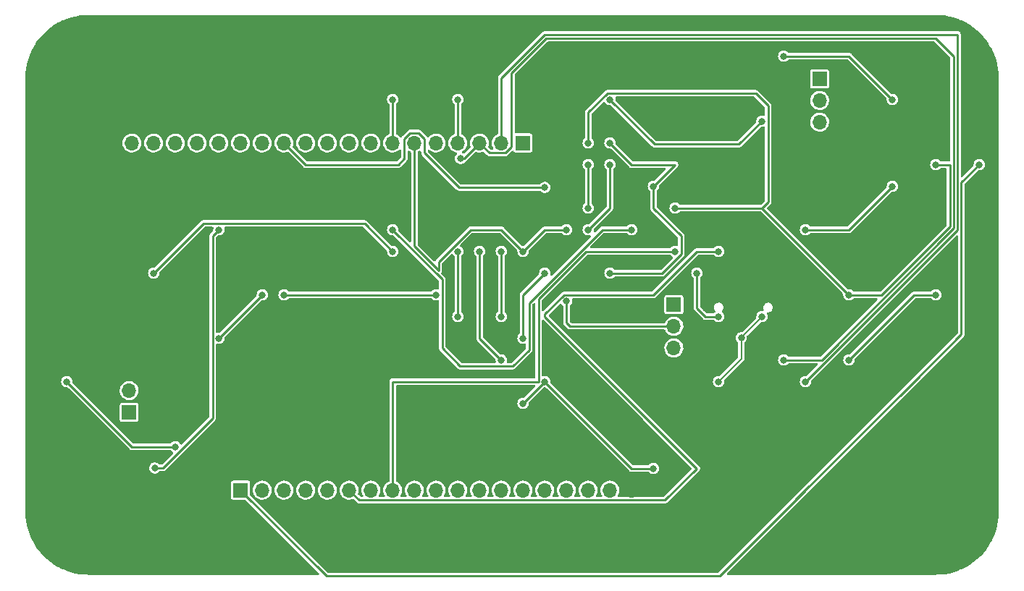
<source format=gbr>
%TF.GenerationSoftware,KiCad,Pcbnew,(6.0.7)*%
%TF.CreationDate,2022-10-09T18:36:03+08:00*%
%TF.ProjectId,DynamicX_1,44796e61-6d69-4635-985f-312e6b696361,rev?*%
%TF.SameCoordinates,Original*%
%TF.FileFunction,Copper,L2,Bot*%
%TF.FilePolarity,Positive*%
%FSLAX46Y46*%
G04 Gerber Fmt 4.6, Leading zero omitted, Abs format (unit mm)*
G04 Created by KiCad (PCBNEW (6.0.7)) date 2022-10-09 18:36:03*
%MOMM*%
%LPD*%
G01*
G04 APERTURE LIST*
%TA.AperFunction,ComponentPad*%
%ADD10R,1.700000X1.700000*%
%TD*%
%TA.AperFunction,ComponentPad*%
%ADD11O,1.700000X1.700000*%
%TD*%
%TA.AperFunction,ComponentPad*%
%ADD12O,0.900000X1.700000*%
%TD*%
%TA.AperFunction,ComponentPad*%
%ADD13O,0.900000X2.000000*%
%TD*%
%TA.AperFunction,ViaPad*%
%ADD14C,0.800000*%
%TD*%
%TA.AperFunction,Conductor*%
%ADD15C,0.250000*%
%TD*%
%TA.AperFunction,Conductor*%
%ADD16C,0.200000*%
%TD*%
G04 APERTURE END LIST*
D10*
%TO.P,J4,1,Pin_1*%
%TO.N,/STM32_MinimumSystem/PA0*%
X93990000Y-96520000D03*
D11*
%TO.P,J4,2,Pin_2*%
%TO.N,/STM32_MinimumSystem/PA1*%
X96530000Y-96520000D03*
%TO.P,J4,3,Pin_3*%
%TO.N,/STM32_MinimumSystem/PA2*%
X99070000Y-96520000D03*
%TO.P,J4,4,Pin_4*%
%TO.N,/STM32_MinimumSystem/PA3*%
X101610000Y-96520000D03*
%TO.P,J4,5,Pin_5*%
%TO.N,/STM32_MinimumSystem/PA4*%
X104150000Y-96520000D03*
%TO.P,J4,6,Pin_6*%
%TO.N,/STM32_MinimumSystem/PA5*%
X106690000Y-96520000D03*
%TO.P,J4,7,Pin_7*%
%TO.N,/STM32_MinimumSystem/PA6*%
X109230000Y-96520000D03*
%TO.P,J4,8,Pin_8*%
%TO.N,/STM32_MinimumSystem/PA7*%
X111770000Y-96520000D03*
%TO.P,J4,9,Pin_9*%
%TO.N,/STM32_MinimumSystem/PB0*%
X114310000Y-96520000D03*
%TO.P,J4,10,Pin_10*%
%TO.N,/STM32_MinimumSystem/PB1*%
X116850000Y-96520000D03*
%TO.P,J4,11,Pin_11*%
%TO.N,/STM32_MinimumSystem/PB2*%
X119390000Y-96520000D03*
%TO.P,J4,12,Pin_12*%
%TO.N,/STM32_MinimumSystem/PB10*%
X121930000Y-96520000D03*
%TO.P,J4,13,Pin_13*%
%TO.N,/STM32_MinimumSystem/PB11*%
X124470000Y-96520000D03*
%TO.P,J4,14,Pin_14*%
%TO.N,/STM32_MinimumSystem/PB12*%
X127010000Y-96520000D03*
%TO.P,J4,15,Pin_15*%
%TO.N,/STM32_MinimumSystem/PB13*%
X129550000Y-96520000D03*
%TO.P,J4,16,Pin_16*%
%TO.N,/STM32_MinimumSystem/PB14*%
X132090000Y-96520000D03*
%TO.P,J4,17,Pin_17*%
%TO.N,/STM32_MinimumSystem/PB15*%
X134630000Y-96520000D03*
%TO.P,J4,18,Pin_18*%
%TO.N,VBUS*%
X137170000Y-96520000D03*
%TO.P,J4,19,Pin_19*%
%TO.N,GND*%
X139710000Y-96520000D03*
%TD*%
D10*
%TO.P,J7,1,Pin_1*%
%TO.N,Net-(J7-Pad1)*%
X161670000Y-48370000D03*
D11*
%TO.P,J7,2,Pin_2*%
%TO.N,/STM32_MinimumSystem/PA0*%
X161670000Y-50910000D03*
%TO.P,J7,3,Pin_3*%
%TO.N,Net-(J7-Pad3)*%
X161670000Y-53450000D03*
%TD*%
D10*
%TO.P,J5,1,Pin_1*%
%TO.N,/STM32_MinimumSystem/PA8*%
X127000000Y-55880000D03*
D11*
%TO.P,J5,2,Pin_2*%
%TO.N,/STM32_MinimumSystem/PA9*%
X124460000Y-55880000D03*
%TO.P,J5,3,Pin_3*%
%TO.N,/STM32_MinimumSystem/PA10*%
X121920000Y-55880000D03*
%TO.P,J5,4,Pin_4*%
%TO.N,/STM32_MinimumSystem/PA11*%
X119380000Y-55880000D03*
%TO.P,J5,5,Pin_5*%
%TO.N,/STM32_MinimumSystem/PA12*%
X116840000Y-55880000D03*
%TO.P,J5,6,Pin_6*%
%TO.N,/STM32_MinimumSystem/PA15*%
X114300000Y-55880000D03*
%TO.P,J5,7,Pin_7*%
%TO.N,/STM32_MinimumSystem/PB3*%
X111760000Y-55880000D03*
%TO.P,J5,8,Pin_8*%
%TO.N,/STM32_MinimumSystem/PB4*%
X109220000Y-55880000D03*
%TO.P,J5,9,Pin_9*%
%TO.N,/STM32_MinimumSystem/PB5*%
X106680000Y-55880000D03*
%TO.P,J5,10,Pin_10*%
%TO.N,/STM32_MinimumSystem/PB6*%
X104140000Y-55880000D03*
%TO.P,J5,11,Pin_11*%
%TO.N,/STM32_MinimumSystem/PB7*%
X101600000Y-55880000D03*
%TO.P,J5,12,Pin_12*%
%TO.N,/STM32_MinimumSystem/PB8*%
X99060000Y-55880000D03*
%TO.P,J5,13,Pin_13*%
%TO.N,/STM32_MinimumSystem/PB9*%
X96520000Y-55880000D03*
%TO.P,J5,14,Pin_14*%
%TO.N,/STM32_MinimumSystem/PC13*%
X93980000Y-55880000D03*
%TO.P,J5,15,Pin_15*%
%TO.N,/STM32_MinimumSystem/PC14*%
X91440000Y-55880000D03*
%TO.P,J5,16,Pin_16*%
%TO.N,/STM32_MinimumSystem/PC15*%
X88900000Y-55880000D03*
%TO.P,J5,17,Pin_17*%
%TO.N,/STM32_MinimumSystem/BOOTO*%
X86360000Y-55880000D03*
%TO.P,J5,18,Pin_18*%
%TO.N,+3V3*%
X83820000Y-55880000D03*
%TO.P,J5,19,Pin_19*%
X81280000Y-55880000D03*
%TO.P,J5,20,Pin_20*%
%TO.N,GND*%
X78740000Y-55880000D03*
%TD*%
D12*
%TO.P,J1,S1,SHIELD*%
%TO.N,GND*%
X148440000Y-78830000D03*
D13*
X157080000Y-74660000D03*
X148440000Y-74660000D03*
D12*
X157080000Y-78830000D03*
%TD*%
D10*
%TO.P,J2,1,Pin_1*%
%TO.N,/PORT&POWER/3V3_Debug*%
X144640000Y-74800000D03*
D11*
%TO.P,J2,2,Pin_2*%
%TO.N,/STM32_MinimumSystem/PA13*%
X144640000Y-77340000D03*
%TO.P,J2,3,Pin_3*%
%TO.N,/STM32_MinimumSystem/PA14*%
X144640000Y-79880000D03*
%TO.P,J2,4,Pin_4*%
%TO.N,GND*%
X144640000Y-82420000D03*
%TD*%
D10*
%TO.P,J6,1,Pin_1*%
%TO.N,+3V3*%
X80960000Y-87410000D03*
D11*
%TO.P,J6,2,Pin_2*%
%TO.N,/STM32_MinimumSystem/BOOTO*%
X80960000Y-84870000D03*
%TD*%
D14*
%TO.N,GND*%
X135610937Y-63857760D03*
X138852136Y-63557252D03*
X138133062Y-60917070D03*
X149872508Y-53774664D03*
X149325153Y-50973495D03*
X145825121Y-89075121D03*
X141510677Y-89847857D03*
X121025629Y-80793462D03*
X118898940Y-77910273D03*
X169340714Y-85345932D03*
X168162530Y-82669975D03*
X154331878Y-85437009D03*
X150114026Y-85061373D03*
X145939104Y-87572766D03*
%TO.N,VBUS*%
X147320000Y-71120000D03*
X149860000Y-76200000D03*
%TO.N,GND*%
X170180000Y-81280000D03*
X132080000Y-63500000D03*
X165100000Y-83820000D03*
X137160000Y-53340000D03*
X172720000Y-88900000D03*
X149860000Y-78740000D03*
X162560000Y-76200000D03*
X144780000Y-83820000D03*
X157480000Y-76200000D03*
X149860000Y-86360000D03*
%TO.N,+3V3*%
X111760000Y-68580000D03*
X165100000Y-73660000D03*
X175260000Y-73660000D03*
X86360000Y-91440000D03*
X165100000Y-81280000D03*
X157480000Y-45720000D03*
X144780000Y-63500000D03*
X170180000Y-50800000D03*
X83820000Y-71120000D03*
X73660000Y-83820000D03*
X134620000Y-55880000D03*
X175260000Y-58420000D03*
%TO.N,/STM32_MinimumSystem/OSC_IN*%
X96520000Y-73660000D03*
X91440000Y-78740000D03*
%TO.N,/STM32_MinimumSystem/PB4*%
X134620000Y-63500000D03*
X134620000Y-58420000D03*
%TO.N,/STM32_MinimumSystem/PB8*%
X129540000Y-61085971D03*
%TO.N,/STM32_MinimumSystem/PB9*%
X139700000Y-66040000D03*
X111760000Y-66040000D03*
X139700000Y-66040000D03*
%TO.N,/STM32_MinimumSystem/PA15*%
X127000000Y-68580000D03*
X132080000Y-66040000D03*
%TO.N,/STM32_MinimumSystem/PB3*%
X111760000Y-50800000D03*
%TO.N,/PORT&POWER/D+*%
X149860000Y-83820000D03*
X152519910Y-78689460D03*
X154940000Y-76200000D03*
%TO.N,/STM32_MinimumSystem/PA13*%
X132080000Y-74418126D03*
%TO.N,/STM32_MinimumSystem/PA0*%
X180340000Y-58420000D03*
%TO.N,/STM32_MinimumSystem/PA5*%
X160020000Y-66040000D03*
X170180000Y-60960000D03*
X149860000Y-68580000D03*
%TO.N,/STM32_MinimumSystem/PA7*%
X144780000Y-68580000D03*
%TO.N,/STM32_MinimumSystem/PA8*%
X129540000Y-71120000D03*
X127000000Y-78740000D03*
%TO.N,/STM32_MinimumSystem/PA9*%
X160020000Y-83820000D03*
X124460000Y-68580000D03*
X124460000Y-76200000D03*
%TO.N,/STM32_MinimumSystem/PA10*%
X157480000Y-81280000D03*
X119380000Y-68580000D03*
X119380000Y-76200000D03*
X119692299Y-57707701D03*
%TO.N,/STM32_MinimumSystem/PA11*%
X154940000Y-53340000D03*
X119380000Y-50800000D03*
X137160000Y-50800000D03*
%TO.N,/STM32_MinimumSystem/PA12*%
X124460000Y-81280000D03*
X142240000Y-93980000D03*
X121920000Y-68580000D03*
X127000000Y-86360000D03*
X129540000Y-83820000D03*
%TO.N,/STM32_MinimumSystem/BOOTO*%
X91440000Y-66040000D03*
X99060000Y-73660000D03*
X83951833Y-93922875D03*
X116840000Y-73660000D03*
%TO.N,Net-(D2-Pad2)*%
X134620000Y-66040000D03*
X137160000Y-58420000D03*
%TO.N,Net-(D3-Pad2)*%
X137160000Y-71120000D03*
X142240000Y-60960000D03*
X137160000Y-55880000D03*
%TD*%
D15*
%TO.N,/STM32_MinimumSystem/PB8*%
X101600000Y-58420000D02*
X99060000Y-55880000D01*
X112400000Y-58420000D02*
X101600000Y-58420000D01*
X113125000Y-57695000D02*
X112400000Y-58420000D01*
X113813299Y-54705000D02*
X113125000Y-55393299D01*
X113125000Y-55393299D02*
X113125000Y-57695000D01*
X114786701Y-54705000D02*
X113813299Y-54705000D01*
X115475000Y-55393299D02*
X114786701Y-54705000D01*
X115475000Y-57055000D02*
X115475000Y-55393299D01*
X119505971Y-61085971D02*
X115475000Y-57055000D01*
X129540000Y-61085971D02*
X119505971Y-61085971D01*
%TO.N,GND*%
X149325153Y-50973495D02*
X149872508Y-51520850D01*
X149872508Y-51520850D02*
X149872508Y-53774664D01*
%TO.N,VBUS*%
X148333984Y-76200000D02*
X149860000Y-76200000D01*
X147320000Y-71120000D02*
X147320000Y-75186016D01*
X147320000Y-75186016D02*
X148333984Y-76200000D01*
%TO.N,+3V3*%
X154940000Y-63500000D02*
X144780000Y-63500000D01*
X108495000Y-65315000D02*
X89625000Y-65315000D01*
X136859695Y-50075000D02*
X154215000Y-50075000D01*
X155665000Y-62775000D02*
X154940000Y-63500000D01*
X134620000Y-55880000D02*
X134620000Y-52314695D01*
X176900000Y-58420000D02*
X175260000Y-58420000D01*
X165100000Y-73660000D02*
X168907208Y-73660000D01*
X176900000Y-65667208D02*
X176900000Y-58420000D01*
X134620000Y-52314695D02*
X136859695Y-50075000D01*
X174623604Y-67943604D02*
X176900000Y-65667208D01*
X81280000Y-91440000D02*
X73660000Y-83820000D01*
X111760000Y-68580000D02*
X108495000Y-65315000D01*
X165100000Y-45720000D02*
X170180000Y-50800000D01*
X86360000Y-91440000D02*
X81280000Y-91440000D01*
X157480000Y-45720000D02*
X165100000Y-45720000D01*
X155665000Y-51525000D02*
X155665000Y-62775000D01*
X172720000Y-73660000D02*
X175260000Y-73660000D01*
X165100000Y-81280000D02*
X172720000Y-73660000D01*
X168907208Y-73660000D02*
X174623604Y-67943604D01*
X89625000Y-65315000D02*
X83820000Y-71120000D01*
X154215000Y-50075000D02*
X155665000Y-51525000D01*
X165100000Y-73660000D02*
X154940000Y-63500000D01*
%TO.N,/STM32_MinimumSystem/OSC_IN*%
X96520000Y-73660000D02*
X91440000Y-78740000D01*
%TO.N,/STM32_MinimumSystem/PB4*%
X134620000Y-58420000D02*
X134620000Y-63500000D01*
%TO.N,/STM32_MinimumSystem/PB9*%
X117565000Y-71845000D02*
X111760000Y-66040000D01*
X127725000Y-74597630D02*
X127725000Y-80105000D01*
X139700000Y-66040000D02*
X136282630Y-66040000D01*
X117565000Y-79915000D02*
X117565000Y-71845000D01*
X119655000Y-82005000D02*
X117565000Y-79915000D01*
X127725000Y-80105000D02*
X125825000Y-82005000D01*
X125825000Y-82005000D02*
X119655000Y-82005000D01*
X136282630Y-66040000D02*
X127725000Y-74597630D01*
%TO.N,/STM32_MinimumSystem/PA15*%
X117158198Y-70801802D02*
X117158198Y-69776497D01*
X129540000Y-66040000D02*
X132080000Y-66040000D01*
X114300000Y-67943604D02*
X117158198Y-70801802D01*
X120894695Y-66040000D02*
X124460000Y-66040000D01*
X124460000Y-66040000D02*
X127000000Y-68580000D01*
X117158198Y-69776497D02*
X120894695Y-66040000D01*
X127000000Y-68580000D02*
X129540000Y-66040000D01*
X114300000Y-55880000D02*
X114300000Y-67943604D01*
%TO.N,/STM32_MinimumSystem/PB3*%
X111760000Y-50800000D02*
X111760000Y-55880000D01*
D16*
%TO.N,/PORT&POWER/D+*%
X152519910Y-78620090D02*
X154940000Y-76200000D01*
X152519910Y-81160090D02*
X152519910Y-78689460D01*
X149860000Y-83820000D02*
X152519910Y-81160090D01*
X152519910Y-78689460D02*
X152519910Y-78620090D01*
D15*
%TO.N,/STM32_MinimumSystem/PA13*%
X132080000Y-74418126D02*
X132080000Y-76931921D01*
X132488079Y-77340000D02*
X144640000Y-77340000D01*
X132080000Y-76931921D02*
X132488079Y-77340000D01*
%TO.N,/STM32_MinimumSystem/PA0*%
X104025000Y-106555000D02*
X131955000Y-106555000D01*
X178250000Y-65853604D02*
X178250000Y-60510000D01*
X149985000Y-106555000D02*
X160020000Y-96520000D01*
X172720000Y-83820000D02*
X178250000Y-78290000D01*
X178250000Y-60510000D02*
X180340000Y-58420000D01*
X178250000Y-78290000D02*
X178250000Y-65853604D01*
X131955000Y-106555000D02*
X149985000Y-106555000D01*
X158845000Y-97695000D02*
X172720000Y-83820000D01*
X93990000Y-96520000D02*
X104025000Y-106555000D01*
%TO.N,/STM32_MinimumSystem/PA5*%
X147320000Y-93980000D02*
X143605000Y-97695000D01*
X107865000Y-97695000D02*
X106690000Y-96520000D01*
X129540000Y-75932821D02*
X129540000Y-76200000D01*
X149860000Y-68580000D02*
X147320000Y-68580000D01*
X142206874Y-73693126D02*
X131779695Y-73693126D01*
X147320000Y-94007776D02*
X147320000Y-93980000D01*
X170180000Y-60960000D02*
X165100000Y-66040000D01*
X147320000Y-68580000D02*
X142206874Y-73693126D01*
X165100000Y-66040000D02*
X160020000Y-66040000D01*
X131779695Y-73693126D02*
X129540000Y-75932821D01*
X129540000Y-76200000D02*
X147320000Y-94007776D01*
X143605000Y-97695000D02*
X107865000Y-97695000D01*
%TO.N,/STM32_MinimumSystem/PA7*%
X134379026Y-68580000D02*
X128815000Y-74144026D01*
X144780000Y-68580000D02*
X134379026Y-68580000D01*
X128815000Y-74144026D02*
X128815000Y-83820000D01*
X128815000Y-83820000D02*
X111770000Y-83820000D01*
X111770000Y-83820000D02*
X111770000Y-96520000D01*
%TO.N,/STM32_MinimumSystem/PA8*%
X127000000Y-73660000D02*
X127000000Y-78740000D01*
X129540000Y-71120000D02*
X127000000Y-73660000D01*
%TO.N,/STM32_MinimumSystem/PA9*%
X124460000Y-76200000D02*
X124460000Y-68580000D01*
X124460000Y-48260000D02*
X124460000Y-55880000D01*
X177800000Y-43180000D02*
X129540000Y-43180000D01*
X160020000Y-83820000D02*
X177800000Y-66040000D01*
X177800000Y-66040000D02*
X177800000Y-43180000D01*
X129540000Y-43180000D02*
X124460000Y-48260000D01*
%TO.N,/STM32_MinimumSystem/PA10*%
X129726396Y-43630000D02*
X175260000Y-43630000D01*
X161923604Y-81280000D02*
X177350000Y-65853604D01*
X124946701Y-57055000D02*
X125635000Y-56366701D01*
X125635000Y-56366701D02*
X125635000Y-47721396D01*
X119692299Y-57707701D02*
X120092299Y-57707701D01*
X157480000Y-81280000D02*
X161923604Y-81280000D01*
X121920000Y-55880000D02*
X123095000Y-57055000D01*
X125635000Y-47721396D02*
X129726396Y-43630000D01*
X123095000Y-57055000D02*
X124946701Y-57055000D01*
X119380000Y-76200000D02*
X119380000Y-68580000D01*
X175260000Y-43630000D02*
X177350000Y-45720000D01*
X177350000Y-65853604D02*
X177350000Y-45720000D01*
X120092299Y-57707701D02*
X121920000Y-55880000D01*
%TO.N,/STM32_MinimumSystem/PA11*%
X154940000Y-53340000D02*
X152242536Y-56037464D01*
X119380000Y-50800000D02*
X119380000Y-55880000D01*
X152242536Y-56037464D02*
X142397464Y-56037464D01*
X142397464Y-56037464D02*
X137160000Y-50800000D01*
%TO.N,/STM32_MinimumSystem/PA12*%
X139700000Y-93980000D02*
X142240000Y-93980000D01*
X129540000Y-83820000D02*
X139700000Y-93980000D01*
X127000000Y-86360000D02*
X129540000Y-83820000D01*
X121920000Y-68580000D02*
X121920000Y-78740000D01*
X121920000Y-78740000D02*
X124460000Y-81280000D01*
%TO.N,/STM32_MinimumSystem/BOOTO*%
X90715000Y-66765000D02*
X91440000Y-66040000D01*
X116840000Y-73660000D02*
X99060000Y-73660000D01*
X90715000Y-88110305D02*
X90715000Y-66765000D01*
X83951833Y-93922875D02*
X84902430Y-93922875D01*
X84902430Y-93922875D02*
X90715000Y-88110305D01*
%TO.N,Net-(D2-Pad2)*%
X137160000Y-58420000D02*
X137160000Y-63500000D01*
X137160000Y-63500000D02*
X134620000Y-66040000D01*
%TO.N,Net-(D3-Pad2)*%
X142240000Y-63500000D02*
X142240000Y-60960000D01*
X145505000Y-68880305D02*
X145505000Y-66765000D01*
X143265305Y-71120000D02*
X145505000Y-68880305D01*
X137160000Y-71120000D02*
X143265305Y-71120000D01*
X137160000Y-55880000D02*
X139700000Y-58420000D01*
X139700000Y-58420000D02*
X144780000Y-58420000D01*
X145505000Y-66765000D02*
X142240000Y-63500000D01*
X142240000Y-60960000D02*
X144780000Y-58420000D01*
%TD*%
%TA.AperFunction,Conductor*%
%TO.N,GND*%
G36*
X175247103Y-40896921D02*
G01*
X175260000Y-40899486D01*
X175272171Y-40897065D01*
X175280000Y-40897065D01*
X175295924Y-40895783D01*
X175359034Y-40898037D01*
X175780956Y-40913106D01*
X175789928Y-40913748D01*
X176303745Y-40968989D01*
X176312648Y-40970269D01*
X176566935Y-41016148D01*
X176821225Y-41062027D01*
X176830009Y-41063938D01*
X177330746Y-41191743D01*
X177339366Y-41194275D01*
X177829719Y-41357479D01*
X177838123Y-41360614D01*
X178159139Y-41493583D01*
X178315586Y-41558386D01*
X178323751Y-41562114D01*
X178785906Y-41793452D01*
X178793773Y-41797748D01*
X179238220Y-42061451D01*
X179245787Y-42066314D01*
X179670285Y-42361048D01*
X179677485Y-42366438D01*
X180079869Y-42690700D01*
X180086667Y-42696590D01*
X180464901Y-43048739D01*
X180471261Y-43055099D01*
X180823410Y-43433333D01*
X180829300Y-43440131D01*
X181153562Y-43842515D01*
X181158952Y-43849715D01*
X181453686Y-44274213D01*
X181458549Y-44281780D01*
X181722252Y-44726227D01*
X181726548Y-44734094D01*
X181957886Y-45196249D01*
X181961614Y-45204414D01*
X181995016Y-45285052D01*
X182134358Y-45621452D01*
X182159382Y-45681866D01*
X182162521Y-45690281D01*
X182322585Y-46171199D01*
X182325724Y-46180629D01*
X182328257Y-46189254D01*
X182456062Y-46689989D01*
X182457974Y-46698778D01*
X182549731Y-47207352D01*
X182551011Y-47216255D01*
X182606252Y-47730072D01*
X182606894Y-47739044D01*
X182617443Y-48034399D01*
X182623514Y-48204378D01*
X182624217Y-48224075D01*
X182622935Y-48240000D01*
X182622935Y-48247829D01*
X182620514Y-48260000D01*
X182622935Y-48272170D01*
X182623079Y-48272894D01*
X182625500Y-48297476D01*
X182625500Y-99022524D01*
X182623079Y-99047103D01*
X182620514Y-99060000D01*
X182622935Y-99072171D01*
X182622935Y-99080000D01*
X182624217Y-99095925D01*
X182606894Y-99580956D01*
X182606252Y-99589928D01*
X182551011Y-100103745D01*
X182549731Y-100112648D01*
X182457974Y-100621222D01*
X182456062Y-100630009D01*
X182447630Y-100663049D01*
X182328258Y-101130741D01*
X182325724Y-101139371D01*
X182162525Y-101629707D01*
X182159386Y-101638123D01*
X182026417Y-101959139D01*
X181961614Y-102115586D01*
X181957886Y-102123751D01*
X181726548Y-102585906D01*
X181722252Y-102593773D01*
X181458549Y-103038220D01*
X181453686Y-103045787D01*
X181158952Y-103470285D01*
X181153562Y-103477485D01*
X180829300Y-103879869D01*
X180823410Y-103886667D01*
X180471261Y-104264901D01*
X180464901Y-104271261D01*
X180086667Y-104623410D01*
X180079869Y-104629300D01*
X179677485Y-104953562D01*
X179670285Y-104958952D01*
X179245787Y-105253686D01*
X179238220Y-105258549D01*
X178793773Y-105522252D01*
X178785906Y-105526548D01*
X178323751Y-105757886D01*
X178315586Y-105761614D01*
X178159139Y-105826417D01*
X177838123Y-105959386D01*
X177829719Y-105962521D01*
X177339366Y-106125725D01*
X177330746Y-106128257D01*
X177145649Y-106175500D01*
X176830011Y-106256062D01*
X176821225Y-106257973D01*
X176739507Y-106272717D01*
X176312648Y-106349731D01*
X176303745Y-106351011D01*
X175789928Y-106406252D01*
X175780956Y-106406894D01*
X175359034Y-106421963D01*
X175295924Y-106424217D01*
X175280000Y-106422935D01*
X175272171Y-106422935D01*
X175260000Y-106420514D01*
X175247103Y-106423079D01*
X175222524Y-106425500D01*
X150955384Y-106425500D01*
X150887263Y-106405498D01*
X150840770Y-106351842D01*
X150830666Y-106281568D01*
X150860160Y-106216988D01*
X150866289Y-106210405D01*
X178480216Y-78596478D01*
X178498964Y-78581336D01*
X178500189Y-78580221D01*
X178508940Y-78574571D01*
X178515387Y-78566393D01*
X178515389Y-78566391D01*
X178529729Y-78548200D01*
X178533675Y-78543759D01*
X178533602Y-78543697D01*
X178536961Y-78539733D01*
X178540638Y-78536056D01*
X178551892Y-78520308D01*
X178555398Y-78515638D01*
X178587156Y-78475353D01*
X178590188Y-78466719D01*
X178595514Y-78459266D01*
X178610203Y-78410150D01*
X178612036Y-78404508D01*
X178626390Y-78363633D01*
X178626390Y-78363632D01*
X178629018Y-78356149D01*
X178629500Y-78350584D01*
X178629500Y-78347876D01*
X178629614Y-78345242D01*
X178629643Y-78345144D01*
X178629807Y-78345151D01*
X178629851Y-78344447D01*
X178631713Y-78338222D01*
X178629597Y-78284365D01*
X178629500Y-78279418D01*
X178629500Y-60719384D01*
X178649502Y-60651263D01*
X178666405Y-60630289D01*
X180186178Y-59110516D01*
X180248490Y-59076490D01*
X180277252Y-59073627D01*
X180401318Y-59075576D01*
X180401321Y-59075576D01*
X180408916Y-59075695D01*
X180563332Y-59040329D01*
X180633742Y-59004917D01*
X180698072Y-58972563D01*
X180698075Y-58972561D01*
X180704855Y-58969151D01*
X180710626Y-58964222D01*
X180710629Y-58964220D01*
X180819536Y-58871204D01*
X180819536Y-58871203D01*
X180825314Y-58866269D01*
X180917755Y-58737624D01*
X180976842Y-58590641D01*
X180990953Y-58491490D01*
X180998581Y-58437891D01*
X180998581Y-58437888D01*
X180999162Y-58433807D01*
X180999307Y-58420000D01*
X180980276Y-58262733D01*
X180924280Y-58114546D01*
X180915814Y-58102228D01*
X180838855Y-57990251D01*
X180838854Y-57990249D01*
X180834553Y-57983992D01*
X180821223Y-57972115D01*
X180721946Y-57883664D01*
X180716275Y-57878611D01*
X180708889Y-57874700D01*
X180591038Y-57812301D01*
X180576274Y-57804484D01*
X180422633Y-57765892D01*
X180415034Y-57765852D01*
X180415033Y-57765852D01*
X180349181Y-57765507D01*
X180264221Y-57765062D01*
X180256841Y-57766834D01*
X180256839Y-57766834D01*
X180117563Y-57800271D01*
X180117560Y-57800272D01*
X180110184Y-57802043D01*
X179969414Y-57874700D01*
X179850039Y-57978838D01*
X179758950Y-58108444D01*
X179744298Y-58146024D01*
X179704250Y-58248743D01*
X179701406Y-58256037D01*
X179700414Y-58263570D01*
X179700414Y-58263571D01*
X179682429Y-58400185D01*
X179680729Y-58413096D01*
X179683544Y-58438591D01*
X179686963Y-58469566D01*
X179674557Y-58539470D01*
X179650819Y-58572487D01*
X178394595Y-59828711D01*
X178332283Y-59862737D01*
X178261468Y-59857672D01*
X178204632Y-59815125D01*
X178179821Y-59748605D01*
X178179500Y-59739616D01*
X178179500Y-43202146D01*
X178179970Y-43191274D01*
X178182662Y-43160191D01*
X178183561Y-43149813D01*
X178173120Y-43107779D01*
X178171114Y-43098092D01*
X178165714Y-43065649D01*
X178164004Y-43055374D01*
X178159058Y-43046207D01*
X178157515Y-43041700D01*
X178155614Y-43037307D01*
X178153103Y-43027199D01*
X178129605Y-42990807D01*
X178124585Y-42982319D01*
X178104010Y-42944186D01*
X178096359Y-42937114D01*
X178093434Y-42933343D01*
X178090222Y-42929813D01*
X178084571Y-42921060D01*
X178050541Y-42894233D01*
X178043047Y-42887833D01*
X178011235Y-42858426D01*
X178001705Y-42854213D01*
X177997708Y-42851588D01*
X177993531Y-42849292D01*
X177985353Y-42842844D01*
X177944485Y-42828492D01*
X177935287Y-42824850D01*
X177905209Y-42811552D01*
X177905207Y-42811551D01*
X177895683Y-42807341D01*
X177885306Y-42806442D01*
X177877610Y-42804466D01*
X177873630Y-42803609D01*
X177866149Y-42800982D01*
X177860584Y-42800500D01*
X177822146Y-42800500D01*
X177811274Y-42800030D01*
X177800848Y-42799127D01*
X177769813Y-42796439D01*
X177759705Y-42798950D01*
X177749322Y-42799767D01*
X177749272Y-42799127D01*
X177738048Y-42800500D01*
X129593920Y-42800500D01*
X129569972Y-42797951D01*
X129568307Y-42797872D01*
X129558124Y-42795680D01*
X129547783Y-42796904D01*
X129524777Y-42799627D01*
X129518846Y-42799977D01*
X129518854Y-42800072D01*
X129513676Y-42800500D01*
X129508476Y-42800500D01*
X129503347Y-42801354D01*
X129503344Y-42801354D01*
X129489435Y-42803669D01*
X129483557Y-42804506D01*
X129442999Y-42809306D01*
X129442998Y-42809306D01*
X129432659Y-42810530D01*
X129424407Y-42814493D01*
X129415374Y-42815996D01*
X129406205Y-42820943D01*
X129406203Y-42820944D01*
X129370268Y-42840334D01*
X129364975Y-42843031D01*
X129325918Y-42861785D01*
X129325914Y-42861788D01*
X129318768Y-42865219D01*
X129314492Y-42868814D01*
X129312569Y-42870737D01*
X129310637Y-42872509D01*
X129310558Y-42872552D01*
X129310445Y-42872428D01*
X129309905Y-42872904D01*
X129304186Y-42875990D01*
X129297119Y-42883635D01*
X129267584Y-42915586D01*
X129264154Y-42919152D01*
X124229784Y-47953522D01*
X124211036Y-47968664D01*
X124209811Y-47969779D01*
X124201060Y-47975429D01*
X124194613Y-47983607D01*
X124194611Y-47983609D01*
X124180271Y-48001800D01*
X124176325Y-48006241D01*
X124176398Y-48006303D01*
X124173039Y-48010267D01*
X124169362Y-48013944D01*
X124158108Y-48029692D01*
X124154602Y-48034362D01*
X124122844Y-48074647D01*
X124119812Y-48083281D01*
X124114486Y-48090734D01*
X124111501Y-48100715D01*
X124099799Y-48139844D01*
X124097964Y-48145492D01*
X124080982Y-48193851D01*
X124080500Y-48199416D01*
X124080500Y-48202124D01*
X124080386Y-48204758D01*
X124080357Y-48204856D01*
X124080193Y-48204849D01*
X124080149Y-48205553D01*
X124078287Y-48211778D01*
X124078696Y-48222183D01*
X124080403Y-48265635D01*
X124080500Y-48270582D01*
X124080500Y-54754839D01*
X124060498Y-54822960D01*
X124006842Y-54869453D01*
X123998118Y-54873049D01*
X123982463Y-54878824D01*
X123808010Y-54982612D01*
X123803670Y-54986418D01*
X123803666Y-54986421D01*
X123671920Y-55101960D01*
X123655392Y-55116455D01*
X123529720Y-55275869D01*
X123527031Y-55280980D01*
X123527029Y-55280983D01*
X123496142Y-55339689D01*
X123435203Y-55455515D01*
X123375007Y-55649378D01*
X123351148Y-55850964D01*
X123364424Y-56053522D01*
X123365845Y-56059118D01*
X123365846Y-56059123D01*
X123387508Y-56144414D01*
X123414392Y-56250269D01*
X123416807Y-56255507D01*
X123416809Y-56255512D01*
X123482342Y-56397665D01*
X123499377Y-56434616D01*
X123502713Y-56439337D01*
X123502714Y-56439338D01*
X123529175Y-56476781D01*
X123552156Y-56543955D01*
X123535171Y-56612890D01*
X123483613Y-56661699D01*
X123426278Y-56675500D01*
X123304384Y-56675500D01*
X123236263Y-56655498D01*
X123215289Y-56638595D01*
X122982281Y-56405587D01*
X122948255Y-56343275D01*
X122952063Y-56275991D01*
X122960795Y-56250269D01*
X122998584Y-56138945D01*
X122999412Y-56133236D01*
X122999413Y-56133231D01*
X123027179Y-55941727D01*
X123027712Y-55938053D01*
X123029232Y-55880000D01*
X123014129Y-55715631D01*
X123011187Y-55683613D01*
X123011186Y-55683610D01*
X123010658Y-55677859D01*
X123005047Y-55657964D01*
X122957125Y-55488046D01*
X122957124Y-55488044D01*
X122955557Y-55482487D01*
X122944978Y-55461033D01*
X122868331Y-55305609D01*
X122865776Y-55300428D01*
X122744320Y-55137779D01*
X122595258Y-54999987D01*
X122590375Y-54996906D01*
X122590371Y-54996903D01*
X122428464Y-54894748D01*
X122423581Y-54891667D01*
X122235039Y-54816446D01*
X122229379Y-54815320D01*
X122229375Y-54815319D01*
X122041613Y-54777971D01*
X122041610Y-54777971D01*
X122035946Y-54776844D01*
X122030171Y-54776768D01*
X122030167Y-54776768D01*
X121928793Y-54775441D01*
X121832971Y-54774187D01*
X121827274Y-54775166D01*
X121827273Y-54775166D01*
X121739397Y-54790266D01*
X121632910Y-54808564D01*
X121442463Y-54878824D01*
X121268010Y-54982612D01*
X121263670Y-54986418D01*
X121263666Y-54986421D01*
X121131920Y-55101960D01*
X121115392Y-55116455D01*
X120989720Y-55275869D01*
X120987031Y-55280980D01*
X120987029Y-55280983D01*
X120956142Y-55339689D01*
X120895203Y-55455515D01*
X120835007Y-55649378D01*
X120811148Y-55850964D01*
X120824424Y-56053522D01*
X120825845Y-56059118D01*
X120825846Y-56059123D01*
X120847508Y-56144414D01*
X120874392Y-56250269D01*
X120881375Y-56265417D01*
X120891730Y-56335652D01*
X120862468Y-56400338D01*
X120856044Y-56407262D01*
X120152962Y-57110344D01*
X120090650Y-57144370D01*
X120019835Y-57139305D01*
X120004920Y-57132609D01*
X119928573Y-57092185D01*
X119921206Y-57090335D01*
X119914112Y-57087611D01*
X119914826Y-57085750D01*
X119862478Y-57054960D01*
X119830456Y-56991595D01*
X119837776Y-56920977D01*
X119882113Y-56865526D01*
X119892801Y-56858816D01*
X119895880Y-56857092D01*
X120008276Y-56794147D01*
X120012723Y-56790449D01*
X120157043Y-56670418D01*
X120164345Y-56664345D01*
X120240664Y-56572582D01*
X120290453Y-56512718D01*
X120290455Y-56512715D01*
X120294147Y-56508276D01*
X120364317Y-56382978D01*
X120390510Y-56336208D01*
X120390511Y-56336206D01*
X120393334Y-56331165D01*
X120395190Y-56325698D01*
X120395192Y-56325693D01*
X120456728Y-56144414D01*
X120456729Y-56144409D01*
X120458584Y-56138945D01*
X120459412Y-56133236D01*
X120459413Y-56133231D01*
X120487179Y-55941727D01*
X120487712Y-55938053D01*
X120489232Y-55880000D01*
X120474129Y-55715631D01*
X120471187Y-55683613D01*
X120471186Y-55683610D01*
X120470658Y-55677859D01*
X120465047Y-55657964D01*
X120417125Y-55488046D01*
X120417124Y-55488044D01*
X120415557Y-55482487D01*
X120404978Y-55461033D01*
X120328331Y-55305609D01*
X120325776Y-55300428D01*
X120204320Y-55137779D01*
X120055258Y-54999987D01*
X120050375Y-54996906D01*
X120050371Y-54996903D01*
X119888464Y-54894748D01*
X119883581Y-54891667D01*
X119838810Y-54873805D01*
X119782951Y-54829985D01*
X119759500Y-54756775D01*
X119759500Y-51394730D01*
X119779502Y-51326609D01*
X119803669Y-51298919D01*
X119859536Y-51251204D01*
X119865314Y-51246269D01*
X119957755Y-51117624D01*
X120016842Y-50970641D01*
X120025472Y-50910000D01*
X120038581Y-50817891D01*
X120038581Y-50817888D01*
X120039162Y-50813807D01*
X120039307Y-50800000D01*
X120037561Y-50785567D01*
X120026102Y-50690880D01*
X120020276Y-50642733D01*
X119964280Y-50494546D01*
X119874553Y-50363992D01*
X119756275Y-50258611D01*
X119748889Y-50254700D01*
X119622988Y-50188039D01*
X119622989Y-50188039D01*
X119616274Y-50184484D01*
X119462633Y-50145892D01*
X119455034Y-50145852D01*
X119455033Y-50145852D01*
X119389181Y-50145507D01*
X119304221Y-50145062D01*
X119296841Y-50146834D01*
X119296839Y-50146834D01*
X119157563Y-50180271D01*
X119157560Y-50180272D01*
X119150184Y-50182043D01*
X119009414Y-50254700D01*
X118890039Y-50358838D01*
X118798950Y-50488444D01*
X118741406Y-50636037D01*
X118740414Y-50643570D01*
X118740414Y-50643571D01*
X118731767Y-50709255D01*
X118720729Y-50793096D01*
X118723467Y-50817892D01*
X118734045Y-50913704D01*
X118738113Y-50950553D01*
X118740723Y-50957684D01*
X118740723Y-50957686D01*
X118788822Y-51089123D01*
X118792553Y-51099319D01*
X118880908Y-51230805D01*
X118886527Y-51235918D01*
X118886528Y-51235919D01*
X118959299Y-51302135D01*
X118996222Y-51362775D01*
X119000500Y-51395329D01*
X119000500Y-54754839D01*
X118980498Y-54822960D01*
X118926842Y-54869453D01*
X118918118Y-54873049D01*
X118902463Y-54878824D01*
X118728010Y-54982612D01*
X118723670Y-54986418D01*
X118723666Y-54986421D01*
X118591920Y-55101960D01*
X118575392Y-55116455D01*
X118449720Y-55275869D01*
X118447031Y-55280980D01*
X118447029Y-55280983D01*
X118416142Y-55339689D01*
X118355203Y-55455515D01*
X118295007Y-55649378D01*
X118271148Y-55850964D01*
X118284424Y-56053522D01*
X118285845Y-56059118D01*
X118285846Y-56059123D01*
X118307508Y-56144414D01*
X118334392Y-56250269D01*
X118336807Y-56255507D01*
X118336809Y-56255512D01*
X118402342Y-56397665D01*
X118419377Y-56434616D01*
X118536533Y-56600389D01*
X118681938Y-56742035D01*
X118850720Y-56854812D01*
X118856023Y-56857090D01*
X118856026Y-56857092D01*
X119031916Y-56932660D01*
X119037228Y-56934942D01*
X119133509Y-56956728D01*
X119228184Y-56978151D01*
X119290211Y-57012694D01*
X119323715Y-57075287D01*
X119318061Y-57146058D01*
X119283206Y-57195993D01*
X119202338Y-57266539D01*
X119111249Y-57396145D01*
X119053705Y-57543738D01*
X119052713Y-57551271D01*
X119052713Y-57551272D01*
X119052389Y-57553737D01*
X119033028Y-57700797D01*
X119033862Y-57708347D01*
X119045339Y-57812301D01*
X119050412Y-57858254D01*
X119053022Y-57865385D01*
X119053022Y-57865387D01*
X119100801Y-57995949D01*
X119104852Y-58007020D01*
X119109088Y-58013323D01*
X119109088Y-58013324D01*
X119181880Y-58121649D01*
X119193207Y-58138506D01*
X119198826Y-58143619D01*
X119198827Y-58143620D01*
X119298988Y-58234759D01*
X119310375Y-58245120D01*
X119449592Y-58320709D01*
X119602821Y-58360908D01*
X119686776Y-58362227D01*
X119753618Y-58363277D01*
X119753621Y-58363277D01*
X119761215Y-58363396D01*
X119915631Y-58328030D01*
X119986041Y-58292618D01*
X120050371Y-58260264D01*
X120050374Y-58260262D01*
X120057154Y-58256852D01*
X120062925Y-58251923D01*
X120062928Y-58251921D01*
X120171836Y-58158904D01*
X120177613Y-58153970D01*
X120231493Y-58078989D01*
X120279273Y-58038933D01*
X120306380Y-58025917D01*
X120306387Y-58025912D01*
X120313531Y-58022482D01*
X120317807Y-58018887D01*
X120319730Y-58016964D01*
X120321662Y-58015192D01*
X120321741Y-58015149D01*
X120321854Y-58015273D01*
X120322394Y-58014797D01*
X120328113Y-58011711D01*
X120364716Y-57972114D01*
X120368145Y-57968549D01*
X121394107Y-56942587D01*
X121456419Y-56908561D01*
X121532941Y-56915915D01*
X121569601Y-56931665D01*
X121577228Y-56934942D01*
X121650244Y-56951464D01*
X121769579Y-56978467D01*
X121769584Y-56978468D01*
X121775216Y-56979742D01*
X121780987Y-56979969D01*
X121780989Y-56979969D01*
X121840756Y-56982317D01*
X121978053Y-56987712D01*
X122085348Y-56972155D01*
X122173231Y-56959413D01*
X122173236Y-56959412D01*
X122178945Y-56958584D01*
X122249273Y-56934711D01*
X122299500Y-56917661D01*
X122315991Y-56912063D01*
X122386926Y-56909107D01*
X122445587Y-56942281D01*
X122788522Y-57285216D01*
X122803664Y-57303964D01*
X122804779Y-57305189D01*
X122810429Y-57313940D01*
X122818607Y-57320387D01*
X122818609Y-57320389D01*
X122836800Y-57334729D01*
X122841241Y-57338675D01*
X122841303Y-57338602D01*
X122845267Y-57341961D01*
X122848944Y-57345638D01*
X122864692Y-57356892D01*
X122869362Y-57360398D01*
X122909647Y-57392156D01*
X122918281Y-57395188D01*
X122925734Y-57400514D01*
X122974850Y-57415203D01*
X122980492Y-57417036D01*
X123021199Y-57431331D01*
X123028851Y-57434018D01*
X123034416Y-57434500D01*
X123037124Y-57434500D01*
X123039758Y-57434614D01*
X123039856Y-57434643D01*
X123039849Y-57434807D01*
X123040553Y-57434851D01*
X123046778Y-57436713D01*
X123100635Y-57434597D01*
X123105582Y-57434500D01*
X124892781Y-57434500D01*
X124916729Y-57437049D01*
X124918394Y-57437128D01*
X124928577Y-57439320D01*
X124938918Y-57438096D01*
X124961924Y-57435373D01*
X124967855Y-57435023D01*
X124967847Y-57434928D01*
X124973025Y-57434500D01*
X124978225Y-57434500D01*
X124983354Y-57433646D01*
X124983357Y-57433646D01*
X124997266Y-57431331D01*
X125003144Y-57430494D01*
X125043702Y-57425694D01*
X125043703Y-57425694D01*
X125054042Y-57424470D01*
X125062294Y-57420507D01*
X125071327Y-57419004D01*
X125080496Y-57414057D01*
X125080498Y-57414056D01*
X125116433Y-57394666D01*
X125121726Y-57391969D01*
X125160783Y-57373215D01*
X125160787Y-57373212D01*
X125167933Y-57369781D01*
X125172209Y-57366186D01*
X125174132Y-57364263D01*
X125176064Y-57362491D01*
X125176143Y-57362448D01*
X125176256Y-57362572D01*
X125176796Y-57362096D01*
X125182515Y-57359010D01*
X125219118Y-57319413D01*
X125222547Y-57315848D01*
X125721125Y-56817270D01*
X125783437Y-56783244D01*
X125854252Y-56788309D01*
X125914984Y-56836363D01*
X125966516Y-56913484D01*
X126050699Y-56969734D01*
X126124933Y-56984500D01*
X126999858Y-56984500D01*
X127875066Y-56984499D01*
X127910818Y-56977388D01*
X127937126Y-56972156D01*
X127937128Y-56972155D01*
X127949301Y-56969734D01*
X127959621Y-56962839D01*
X127959622Y-56962838D01*
X128023168Y-56920377D01*
X128033484Y-56913484D01*
X128089734Y-56829301D01*
X128104500Y-56755067D01*
X128104499Y-55004934D01*
X128097388Y-54969182D01*
X128092156Y-54942874D01*
X128092155Y-54942872D01*
X128089734Y-54930699D01*
X128079573Y-54915491D01*
X128040377Y-54856832D01*
X128033484Y-54846516D01*
X127949301Y-54790266D01*
X127875067Y-54775500D01*
X127377293Y-54775500D01*
X126140500Y-54775501D01*
X126072379Y-54755499D01*
X126025886Y-54701843D01*
X126014500Y-54649501D01*
X126014500Y-47930780D01*
X126034502Y-47862659D01*
X126051405Y-47841685D01*
X126398157Y-47494933D01*
X160565500Y-47494933D01*
X160565501Y-49245066D01*
X160580266Y-49319301D01*
X160636516Y-49403484D01*
X160720699Y-49459734D01*
X160794933Y-49474500D01*
X161669858Y-49474500D01*
X162545066Y-49474499D01*
X162580818Y-49467388D01*
X162607126Y-49462156D01*
X162607128Y-49462155D01*
X162619301Y-49459734D01*
X162629621Y-49452839D01*
X162629622Y-49452838D01*
X162693168Y-49410377D01*
X162703484Y-49403484D01*
X162759734Y-49319301D01*
X162774500Y-49245067D01*
X162774499Y-47494934D01*
X162759734Y-47420699D01*
X162703484Y-47336516D01*
X162619301Y-47280266D01*
X162545067Y-47265500D01*
X161670142Y-47265500D01*
X160794934Y-47265501D01*
X160759182Y-47272612D01*
X160732874Y-47277844D01*
X160732872Y-47277845D01*
X160720699Y-47280266D01*
X160710379Y-47287161D01*
X160710378Y-47287162D01*
X160649985Y-47327516D01*
X160636516Y-47336516D01*
X160580266Y-47420699D01*
X160565500Y-47494933D01*
X126398157Y-47494933D01*
X128179994Y-45713096D01*
X156820729Y-45713096D01*
X156821563Y-45720646D01*
X156834772Y-45840289D01*
X156838113Y-45870553D01*
X156840723Y-45877684D01*
X156840723Y-45877686D01*
X156849841Y-45902601D01*
X156892553Y-46019319D01*
X156896789Y-46025622D01*
X156896789Y-46025623D01*
X156971232Y-46136405D01*
X156980908Y-46150805D01*
X156986527Y-46155918D01*
X156986528Y-46155919D01*
X157092460Y-46252309D01*
X157098076Y-46257419D01*
X157237293Y-46333008D01*
X157390522Y-46373207D01*
X157474477Y-46374526D01*
X157541319Y-46375576D01*
X157541322Y-46375576D01*
X157548916Y-46375695D01*
X157703332Y-46340329D01*
X157773742Y-46304917D01*
X157838072Y-46272563D01*
X157838075Y-46272561D01*
X157844855Y-46269151D01*
X157850626Y-46264222D01*
X157850629Y-46264220D01*
X157959542Y-46171199D01*
X157959543Y-46171198D01*
X157965314Y-46166269D01*
X157975586Y-46151974D01*
X158031581Y-46108326D01*
X158077909Y-46099500D01*
X164890616Y-46099500D01*
X164958737Y-46119502D01*
X164979711Y-46136405D01*
X169490249Y-50646943D01*
X169524275Y-50709255D01*
X169526076Y-50752482D01*
X169520729Y-50793096D01*
X169523467Y-50817892D01*
X169534045Y-50913704D01*
X169538113Y-50950553D01*
X169540723Y-50957684D01*
X169540723Y-50957686D01*
X169588822Y-51089123D01*
X169592553Y-51099319D01*
X169680908Y-51230805D01*
X169686527Y-51235918D01*
X169686528Y-51235919D01*
X169759299Y-51302135D01*
X169798076Y-51337419D01*
X169937293Y-51413008D01*
X170090522Y-51453207D01*
X170174477Y-51454526D01*
X170241319Y-51455576D01*
X170241322Y-51455576D01*
X170248916Y-51455695D01*
X170403332Y-51420329D01*
X170510941Y-51366208D01*
X170538072Y-51352563D01*
X170538075Y-51352561D01*
X170544855Y-51349151D01*
X170550626Y-51344222D01*
X170550629Y-51344220D01*
X170659536Y-51251204D01*
X170659536Y-51251203D01*
X170665314Y-51246269D01*
X170757755Y-51117624D01*
X170816842Y-50970641D01*
X170825472Y-50910000D01*
X170838581Y-50817891D01*
X170838581Y-50817888D01*
X170839162Y-50813807D01*
X170839307Y-50800000D01*
X170837561Y-50785567D01*
X170826102Y-50690880D01*
X170820276Y-50642733D01*
X170764280Y-50494546D01*
X170674553Y-50363992D01*
X170556275Y-50258611D01*
X170548889Y-50254700D01*
X170422988Y-50188039D01*
X170422989Y-50188039D01*
X170416274Y-50184484D01*
X170262633Y-50145892D01*
X170255034Y-50145852D01*
X170255033Y-50145852D01*
X170194626Y-50145536D01*
X170113335Y-50145110D01*
X170045321Y-50124752D01*
X170024901Y-50108207D01*
X165406478Y-45489784D01*
X165391336Y-45471036D01*
X165390221Y-45469811D01*
X165384571Y-45461060D01*
X165376393Y-45454613D01*
X165376391Y-45454611D01*
X165358200Y-45440271D01*
X165353759Y-45436325D01*
X165353697Y-45436398D01*
X165349733Y-45433039D01*
X165346056Y-45429362D01*
X165330308Y-45418108D01*
X165325638Y-45414602D01*
X165285353Y-45382844D01*
X165276719Y-45379812D01*
X165269266Y-45374486D01*
X165220150Y-45359797D01*
X165214508Y-45357964D01*
X165173633Y-45343610D01*
X165173632Y-45343610D01*
X165166149Y-45340982D01*
X165160584Y-45340500D01*
X165157876Y-45340500D01*
X165155242Y-45340386D01*
X165155144Y-45340357D01*
X165155151Y-45340193D01*
X165154447Y-45340149D01*
X165148222Y-45338287D01*
X165094365Y-45340403D01*
X165089418Y-45340500D01*
X158079682Y-45340500D01*
X158011561Y-45320498D01*
X157985114Y-45294860D01*
X157983878Y-45295949D01*
X157978855Y-45290251D01*
X157974553Y-45283992D01*
X157856275Y-45178611D01*
X157848889Y-45174700D01*
X157810565Y-45154409D01*
X157716274Y-45104484D01*
X157562633Y-45065892D01*
X157555034Y-45065852D01*
X157555033Y-45065852D01*
X157489181Y-45065507D01*
X157404221Y-45065062D01*
X157396841Y-45066834D01*
X157396839Y-45066834D01*
X157257563Y-45100271D01*
X157257560Y-45100272D01*
X157250184Y-45102043D01*
X157109414Y-45174700D01*
X156990039Y-45278838D01*
X156898950Y-45408444D01*
X156841406Y-45556037D01*
X156820729Y-45713096D01*
X128179994Y-45713096D01*
X129846685Y-44046405D01*
X129908997Y-44012379D01*
X129935780Y-44009500D01*
X175050616Y-44009500D01*
X175118737Y-44029502D01*
X175139711Y-44046405D01*
X176933595Y-45840289D01*
X176967621Y-45902601D01*
X176970500Y-45929384D01*
X176970500Y-57913757D01*
X176950498Y-57981878D01*
X176896842Y-58028371D01*
X176869561Y-58035436D01*
X176869810Y-58036439D01*
X176868421Y-58036784D01*
X176860715Y-58037727D01*
X176854374Y-58039369D01*
X176849311Y-58039767D01*
X176849261Y-58039128D01*
X176838048Y-58040500D01*
X175859682Y-58040500D01*
X175791561Y-58020498D01*
X175765114Y-57994860D01*
X175763878Y-57995949D01*
X175758855Y-57990251D01*
X175754553Y-57983992D01*
X175741223Y-57972115D01*
X175641946Y-57883664D01*
X175636275Y-57878611D01*
X175628889Y-57874700D01*
X175511038Y-57812301D01*
X175496274Y-57804484D01*
X175342633Y-57765892D01*
X175335034Y-57765852D01*
X175335033Y-57765852D01*
X175269181Y-57765507D01*
X175184221Y-57765062D01*
X175176841Y-57766834D01*
X175176839Y-57766834D01*
X175037563Y-57800271D01*
X175037560Y-57800272D01*
X175030184Y-57802043D01*
X174889414Y-57874700D01*
X174770039Y-57978838D01*
X174678950Y-58108444D01*
X174664298Y-58146024D01*
X174624250Y-58248743D01*
X174621406Y-58256037D01*
X174620414Y-58263570D01*
X174620414Y-58263571D01*
X174602429Y-58400185D01*
X174600729Y-58413096D01*
X174605667Y-58457820D01*
X174616023Y-58551619D01*
X174618113Y-58570553D01*
X174620723Y-58577684D01*
X174620723Y-58577686D01*
X174667066Y-58704324D01*
X174672553Y-58719319D01*
X174676789Y-58725622D01*
X174676789Y-58725623D01*
X174727920Y-58801713D01*
X174760908Y-58850805D01*
X174766527Y-58855918D01*
X174766528Y-58855919D01*
X174777903Y-58866269D01*
X174878076Y-58957419D01*
X175017293Y-59033008D01*
X175170522Y-59073207D01*
X175254477Y-59074526D01*
X175321319Y-59075576D01*
X175321322Y-59075576D01*
X175328916Y-59075695D01*
X175483332Y-59040329D01*
X175553742Y-59004917D01*
X175618072Y-58972563D01*
X175618075Y-58972561D01*
X175624855Y-58969151D01*
X175630626Y-58964222D01*
X175630629Y-58964220D01*
X175739542Y-58871199D01*
X175739543Y-58871198D01*
X175745314Y-58866269D01*
X175755586Y-58851974D01*
X175811581Y-58808326D01*
X175857909Y-58799500D01*
X176394500Y-58799500D01*
X176462621Y-58819502D01*
X176509114Y-58873158D01*
X176520500Y-58925500D01*
X176520500Y-65457824D01*
X176500498Y-65525945D01*
X176483595Y-65546919D01*
X168786919Y-73243595D01*
X168724607Y-73277621D01*
X168697824Y-73280500D01*
X165699682Y-73280500D01*
X165631561Y-73260498D01*
X165605114Y-73234860D01*
X165603878Y-73235949D01*
X165598855Y-73230251D01*
X165594553Y-73223992D01*
X165476275Y-73118611D01*
X165468889Y-73114700D01*
X165342988Y-73048039D01*
X165342989Y-73048039D01*
X165336274Y-73044484D01*
X165182633Y-73005892D01*
X165175034Y-73005852D01*
X165175033Y-73005852D01*
X165113867Y-73005532D01*
X165033336Y-73005110D01*
X164965322Y-72984752D01*
X164944902Y-72968207D01*
X160256364Y-68279669D01*
X158009791Y-66033096D01*
X159360729Y-66033096D01*
X159363467Y-66057892D01*
X159373518Y-66148930D01*
X159378113Y-66190553D01*
X159380723Y-66197684D01*
X159380723Y-66197686D01*
X159423612Y-66314885D01*
X159432553Y-66339319D01*
X159436789Y-66345622D01*
X159436789Y-66345623D01*
X159511232Y-66456405D01*
X159520908Y-66470805D01*
X159526525Y-66475916D01*
X159526528Y-66475919D01*
X159601094Y-66543768D01*
X159638076Y-66577419D01*
X159777293Y-66653008D01*
X159930522Y-66693207D01*
X160014477Y-66694526D01*
X160081319Y-66695576D01*
X160081322Y-66695576D01*
X160088916Y-66695695D01*
X160243332Y-66660329D01*
X160351921Y-66605715D01*
X160378072Y-66592563D01*
X160378075Y-66592561D01*
X160384855Y-66589151D01*
X160390626Y-66584222D01*
X160390629Y-66584220D01*
X160499542Y-66491199D01*
X160499543Y-66491198D01*
X160505314Y-66486269D01*
X160515586Y-66471974D01*
X160571581Y-66428326D01*
X160617909Y-66419500D01*
X165046080Y-66419500D01*
X165070028Y-66422049D01*
X165071693Y-66422128D01*
X165081876Y-66424320D01*
X165092217Y-66423096D01*
X165115223Y-66420373D01*
X165121154Y-66420023D01*
X165121146Y-66419928D01*
X165126324Y-66419500D01*
X165131524Y-66419500D01*
X165136653Y-66418646D01*
X165136656Y-66418646D01*
X165150565Y-66416331D01*
X165156443Y-66415494D01*
X165197001Y-66410694D01*
X165197002Y-66410694D01*
X165207341Y-66409470D01*
X165215593Y-66405507D01*
X165224626Y-66404004D01*
X165233795Y-66399057D01*
X165233797Y-66399056D01*
X165269732Y-66379666D01*
X165275025Y-66376969D01*
X165314082Y-66358215D01*
X165314086Y-66358212D01*
X165321232Y-66354781D01*
X165325508Y-66351186D01*
X165327431Y-66349263D01*
X165329363Y-66347491D01*
X165329442Y-66347448D01*
X165329555Y-66347572D01*
X165330095Y-66347096D01*
X165335814Y-66344010D01*
X165372417Y-66304413D01*
X165375846Y-66300848D01*
X170026178Y-61650516D01*
X170088490Y-61616490D01*
X170117252Y-61613627D01*
X170241318Y-61615576D01*
X170241321Y-61615576D01*
X170248916Y-61615695D01*
X170403332Y-61580329D01*
X170489135Y-61537175D01*
X170538072Y-61512563D01*
X170538075Y-61512561D01*
X170544855Y-61509151D01*
X170550626Y-61504222D01*
X170550629Y-61504220D01*
X170659536Y-61411204D01*
X170659536Y-61411203D01*
X170665314Y-61406269D01*
X170757755Y-61277624D01*
X170816842Y-61130641D01*
X170839162Y-60973807D01*
X170839307Y-60960000D01*
X170820276Y-60802733D01*
X170764280Y-60654546D01*
X170674553Y-60523992D01*
X170556275Y-60418611D01*
X170548889Y-60414700D01*
X170422988Y-60348039D01*
X170422989Y-60348039D01*
X170416274Y-60344484D01*
X170262633Y-60305892D01*
X170255034Y-60305852D01*
X170255033Y-60305852D01*
X170189181Y-60305507D01*
X170104221Y-60305062D01*
X170096841Y-60306834D01*
X170096839Y-60306834D01*
X169957563Y-60340271D01*
X169957560Y-60340272D01*
X169950184Y-60342043D01*
X169809414Y-60414700D01*
X169690039Y-60518838D01*
X169598950Y-60648444D01*
X169595901Y-60656264D01*
X169544688Y-60787620D01*
X169541406Y-60796037D01*
X169540414Y-60803570D01*
X169540414Y-60803571D01*
X169522948Y-60936244D01*
X169520729Y-60953096D01*
X169523544Y-60978591D01*
X169526963Y-61009566D01*
X169514557Y-61079470D01*
X169490819Y-61112487D01*
X164979711Y-65623595D01*
X164917399Y-65657621D01*
X164890616Y-65660500D01*
X160619682Y-65660500D01*
X160551561Y-65640498D01*
X160525114Y-65614860D01*
X160523878Y-65615949D01*
X160518855Y-65610251D01*
X160514553Y-65603992D01*
X160396275Y-65498611D01*
X160388889Y-65494700D01*
X160262988Y-65428039D01*
X160262989Y-65428039D01*
X160256274Y-65424484D01*
X160102633Y-65385892D01*
X160095034Y-65385852D01*
X160095033Y-65385852D01*
X160029181Y-65385507D01*
X159944221Y-65385062D01*
X159936841Y-65386834D01*
X159936839Y-65386834D01*
X159797563Y-65420271D01*
X159797560Y-65420272D01*
X159790184Y-65422043D01*
X159649414Y-65494700D01*
X159530039Y-65598838D01*
X159438950Y-65728444D01*
X159410935Y-65800300D01*
X159396068Y-65838432D01*
X159381406Y-65876037D01*
X159380414Y-65883570D01*
X159380414Y-65883571D01*
X159374220Y-65930623D01*
X159360729Y-66033096D01*
X158009791Y-66033096D01*
X155565789Y-63589095D01*
X155531763Y-63526783D01*
X155536828Y-63455968D01*
X155565789Y-63410905D01*
X155895216Y-63081478D01*
X155913964Y-63066336D01*
X155915189Y-63065221D01*
X155923940Y-63059571D01*
X155930387Y-63051393D01*
X155930389Y-63051391D01*
X155944729Y-63033200D01*
X155948675Y-63028759D01*
X155948602Y-63028697D01*
X155951961Y-63024733D01*
X155955638Y-63021056D01*
X155966892Y-63005308D01*
X155970398Y-63000638D01*
X156002156Y-62960353D01*
X156005188Y-62951719D01*
X156010514Y-62944266D01*
X156025203Y-62895150D01*
X156027036Y-62889508D01*
X156041390Y-62848633D01*
X156041390Y-62848632D01*
X156044018Y-62841149D01*
X156044500Y-62835584D01*
X156044500Y-62832876D01*
X156044614Y-62830242D01*
X156044643Y-62830144D01*
X156044807Y-62830151D01*
X156044851Y-62829447D01*
X156046713Y-62823222D01*
X156044597Y-62769365D01*
X156044500Y-62764418D01*
X156044500Y-53420964D01*
X160561148Y-53420964D01*
X160574424Y-53623522D01*
X160575845Y-53629118D01*
X160575846Y-53629123D01*
X160596119Y-53708945D01*
X160624392Y-53820269D01*
X160626809Y-53825512D01*
X160705264Y-53995695D01*
X160709377Y-54004616D01*
X160712710Y-54009332D01*
X160770052Y-54090469D01*
X160826533Y-54170389D01*
X160971938Y-54312035D01*
X160976742Y-54315245D01*
X160992090Y-54325500D01*
X161140720Y-54424812D01*
X161146023Y-54427090D01*
X161146026Y-54427092D01*
X161321921Y-54502662D01*
X161327228Y-54504942D01*
X161400244Y-54521464D01*
X161519579Y-54548467D01*
X161519584Y-54548468D01*
X161525216Y-54549742D01*
X161530987Y-54549969D01*
X161530989Y-54549969D01*
X161590756Y-54552317D01*
X161728053Y-54557712D01*
X161828499Y-54543148D01*
X161923231Y-54529413D01*
X161923236Y-54529412D01*
X161928945Y-54528584D01*
X161934409Y-54526729D01*
X161934414Y-54526728D01*
X162115693Y-54465192D01*
X162115698Y-54465190D01*
X162121165Y-54463334D01*
X162163526Y-54439611D01*
X162232488Y-54400990D01*
X162298276Y-54364147D01*
X162303881Y-54359486D01*
X162449913Y-54238031D01*
X162454345Y-54234345D01*
X162584147Y-54078276D01*
X162683334Y-53901165D01*
X162685190Y-53895698D01*
X162685192Y-53895693D01*
X162746728Y-53714414D01*
X162746729Y-53714409D01*
X162748584Y-53708945D01*
X162749412Y-53703236D01*
X162749413Y-53703231D01*
X162777179Y-53511727D01*
X162777712Y-53508053D01*
X162779232Y-53450000D01*
X162760658Y-53247859D01*
X162759090Y-53242299D01*
X162707125Y-53058046D01*
X162707124Y-53058044D01*
X162705557Y-53052487D01*
X162694978Y-53031033D01*
X162618331Y-52875609D01*
X162615776Y-52870428D01*
X162494320Y-52707779D01*
X162345258Y-52569987D01*
X162340375Y-52566906D01*
X162340371Y-52566903D01*
X162178464Y-52464748D01*
X162173581Y-52461667D01*
X161985039Y-52386446D01*
X161979379Y-52385320D01*
X161979375Y-52385319D01*
X161791613Y-52347971D01*
X161791610Y-52347971D01*
X161785946Y-52346844D01*
X161780171Y-52346768D01*
X161780167Y-52346768D01*
X161678793Y-52345441D01*
X161582971Y-52344187D01*
X161577274Y-52345166D01*
X161577273Y-52345166D01*
X161388607Y-52377585D01*
X161382910Y-52378564D01*
X161192463Y-52448824D01*
X161018010Y-52552612D01*
X161013670Y-52556418D01*
X161013666Y-52556421D01*
X160869733Y-52682648D01*
X160865392Y-52686455D01*
X160739720Y-52845869D01*
X160737031Y-52850980D01*
X160737029Y-52850983D01*
X160724073Y-52875609D01*
X160645203Y-53025515D01*
X160585007Y-53219378D01*
X160561148Y-53420964D01*
X156044500Y-53420964D01*
X156044500Y-51578925D01*
X156047050Y-51554967D01*
X156047128Y-51553308D01*
X156049321Y-51543124D01*
X156048097Y-51532782D01*
X156048097Y-51532779D01*
X156045374Y-51509779D01*
X156045024Y-51503848D01*
X156044928Y-51503856D01*
X156044500Y-51498680D01*
X156044500Y-51493476D01*
X156041327Y-51474412D01*
X156040496Y-51468566D01*
X156035694Y-51428001D01*
X156034470Y-51417659D01*
X156030507Y-51409407D01*
X156029004Y-51400374D01*
X156004665Y-51355266D01*
X156001969Y-51349975D01*
X155983215Y-51310919D01*
X155983214Y-51310918D01*
X155979781Y-51303768D01*
X155976187Y-51299493D01*
X155974262Y-51297568D01*
X155972491Y-51295638D01*
X155972445Y-51295553D01*
X155972568Y-51295441D01*
X155972096Y-51294906D01*
X155969010Y-51289186D01*
X155929413Y-51252583D01*
X155925848Y-51249154D01*
X155557658Y-50880964D01*
X160561148Y-50880964D01*
X160574424Y-51083522D01*
X160575845Y-51089118D01*
X160575846Y-51089123D01*
X160613128Y-51235919D01*
X160624392Y-51280269D01*
X160626809Y-51285512D01*
X160705263Y-51455693D01*
X160709377Y-51464616D01*
X160712710Y-51469332D01*
X160757550Y-51532779D01*
X160826533Y-51630389D01*
X160971938Y-51772035D01*
X161140720Y-51884812D01*
X161146023Y-51887090D01*
X161146026Y-51887092D01*
X161234707Y-51925192D01*
X161327228Y-51964942D01*
X161400244Y-51981464D01*
X161519579Y-52008467D01*
X161519584Y-52008468D01*
X161525216Y-52009742D01*
X161530987Y-52009969D01*
X161530989Y-52009969D01*
X161590756Y-52012317D01*
X161728053Y-52017712D01*
X161828499Y-52003148D01*
X161923231Y-51989413D01*
X161923236Y-51989412D01*
X161928945Y-51988584D01*
X161934409Y-51986729D01*
X161934414Y-51986728D01*
X162115693Y-51925192D01*
X162115698Y-51925190D01*
X162121165Y-51923334D01*
X162298276Y-51824147D01*
X162360934Y-51772035D01*
X162449913Y-51698031D01*
X162454345Y-51694345D01*
X162511463Y-51625669D01*
X162580453Y-51542718D01*
X162580455Y-51542715D01*
X162584147Y-51538276D01*
X162656317Y-51409407D01*
X162680510Y-51366208D01*
X162680511Y-51366206D01*
X162683334Y-51361165D01*
X162685190Y-51355698D01*
X162685192Y-51355693D01*
X162746728Y-51174414D01*
X162746729Y-51174409D01*
X162748584Y-51168945D01*
X162749412Y-51163236D01*
X162749413Y-51163231D01*
X162777179Y-50971727D01*
X162777712Y-50968053D01*
X162779232Y-50910000D01*
X162760658Y-50707859D01*
X162755869Y-50690880D01*
X162707125Y-50518046D01*
X162707124Y-50518044D01*
X162705557Y-50512487D01*
X162700213Y-50501649D01*
X162618331Y-50335609D01*
X162615776Y-50330428D01*
X162494320Y-50167779D01*
X162345258Y-50029987D01*
X162340375Y-50026906D01*
X162340371Y-50026903D01*
X162178464Y-49924748D01*
X162173581Y-49921667D01*
X161985039Y-49846446D01*
X161979379Y-49845320D01*
X161979375Y-49845319D01*
X161791613Y-49807971D01*
X161791610Y-49807971D01*
X161785946Y-49806844D01*
X161780171Y-49806768D01*
X161780167Y-49806768D01*
X161678793Y-49805441D01*
X161582971Y-49804187D01*
X161577274Y-49805166D01*
X161577273Y-49805166D01*
X161455818Y-49826036D01*
X161382910Y-49838564D01*
X161192463Y-49908824D01*
X161018010Y-50012612D01*
X161013670Y-50016418D01*
X161013666Y-50016421D01*
X160993723Y-50033911D01*
X160865392Y-50146455D01*
X160739720Y-50305869D01*
X160737031Y-50310980D01*
X160737029Y-50310983D01*
X160724073Y-50335609D01*
X160645203Y-50485515D01*
X160585007Y-50679378D01*
X160561148Y-50880964D01*
X155557658Y-50880964D01*
X154521478Y-49844784D01*
X154506336Y-49826036D01*
X154505221Y-49824811D01*
X154499571Y-49816060D01*
X154491393Y-49809613D01*
X154491391Y-49809611D01*
X154473200Y-49795271D01*
X154468759Y-49791325D01*
X154468697Y-49791398D01*
X154464733Y-49788039D01*
X154461056Y-49784362D01*
X154445308Y-49773108D01*
X154440638Y-49769602D01*
X154400353Y-49737844D01*
X154391719Y-49734812D01*
X154384266Y-49729486D01*
X154335150Y-49714797D01*
X154329508Y-49712964D01*
X154288633Y-49698610D01*
X154288632Y-49698610D01*
X154281149Y-49695982D01*
X154275584Y-49695500D01*
X154272876Y-49695500D01*
X154270242Y-49695386D01*
X154270144Y-49695357D01*
X154270151Y-49695193D01*
X154269447Y-49695149D01*
X154263222Y-49693287D01*
X154209365Y-49695403D01*
X154204418Y-49695500D01*
X136913615Y-49695500D01*
X136889667Y-49692951D01*
X136888002Y-49692872D01*
X136877819Y-49690680D01*
X136867478Y-49691904D01*
X136844472Y-49694627D01*
X136838541Y-49694977D01*
X136838549Y-49695072D01*
X136833371Y-49695500D01*
X136828171Y-49695500D01*
X136823042Y-49696354D01*
X136823039Y-49696354D01*
X136809130Y-49698669D01*
X136803252Y-49699506D01*
X136762694Y-49704306D01*
X136762693Y-49704306D01*
X136752354Y-49705530D01*
X136744102Y-49709493D01*
X136735069Y-49710996D01*
X136725900Y-49715943D01*
X136725898Y-49715944D01*
X136689963Y-49735334D01*
X136684670Y-49738031D01*
X136645613Y-49756785D01*
X136645609Y-49756788D01*
X136638463Y-49760219D01*
X136634187Y-49763814D01*
X136632264Y-49765737D01*
X136630332Y-49767509D01*
X136630253Y-49767552D01*
X136630140Y-49767428D01*
X136629600Y-49767904D01*
X136623881Y-49770990D01*
X136616814Y-49778635D01*
X136587279Y-49810586D01*
X136583849Y-49814152D01*
X134389784Y-52008217D01*
X134371036Y-52023359D01*
X134369811Y-52024474D01*
X134361060Y-52030124D01*
X134354613Y-52038302D01*
X134354611Y-52038304D01*
X134340271Y-52056495D01*
X134336325Y-52060936D01*
X134336398Y-52060998D01*
X134333039Y-52064962D01*
X134329362Y-52068639D01*
X134318108Y-52084387D01*
X134314602Y-52089057D01*
X134282844Y-52129342D01*
X134279812Y-52137976D01*
X134274486Y-52145429D01*
X134271501Y-52155410D01*
X134259799Y-52194539D01*
X134257964Y-52200187D01*
X134240982Y-52248546D01*
X134240500Y-52254111D01*
X134240500Y-52256819D01*
X134240386Y-52259453D01*
X134240357Y-52259551D01*
X134240193Y-52259544D01*
X134240149Y-52260248D01*
X134238287Y-52266473D01*
X134238696Y-52276878D01*
X134240403Y-52320330D01*
X134240500Y-52325277D01*
X134240500Y-55285187D01*
X134220498Y-55353308D01*
X134197330Y-55380135D01*
X134130039Y-55438838D01*
X134038950Y-55568444D01*
X134036190Y-55575524D01*
X133994048Y-55683613D01*
X133981406Y-55716037D01*
X133980414Y-55723570D01*
X133980414Y-55723571D01*
X133962884Y-55856730D01*
X133960729Y-55873096D01*
X133963467Y-55897892D01*
X133973518Y-55988930D01*
X133978113Y-56030553D01*
X133980723Y-56037684D01*
X133980723Y-56037686D01*
X134019780Y-56144414D01*
X134032553Y-56179319D01*
X134036789Y-56185622D01*
X134036789Y-56185623D01*
X134083753Y-56255512D01*
X134120908Y-56310805D01*
X134126527Y-56315918D01*
X134126528Y-56315919D01*
X134227898Y-56408158D01*
X134238076Y-56417419D01*
X134377293Y-56493008D01*
X134530522Y-56533207D01*
X134614477Y-56534526D01*
X134681319Y-56535576D01*
X134681322Y-56535576D01*
X134688916Y-56535695D01*
X134843332Y-56500329D01*
X134913742Y-56464917D01*
X134978072Y-56432563D01*
X134978075Y-56432561D01*
X134984855Y-56429151D01*
X134990626Y-56424222D01*
X134990629Y-56424220D01*
X135099536Y-56331204D01*
X135099536Y-56331203D01*
X135105314Y-56326269D01*
X135197755Y-56197624D01*
X135256842Y-56050641D01*
X135262965Y-56007615D01*
X135278581Y-55897891D01*
X135278581Y-55897888D01*
X135279162Y-55893807D01*
X135279307Y-55880000D01*
X135260276Y-55722733D01*
X135204280Y-55574546D01*
X135195814Y-55562228D01*
X135118855Y-55450251D01*
X135118854Y-55450249D01*
X135114553Y-55443992D01*
X135041681Y-55379065D01*
X135004126Y-55318816D01*
X134999500Y-55284989D01*
X134999500Y-52524079D01*
X135019502Y-52455958D01*
X135036405Y-52434984D01*
X136383704Y-51087685D01*
X136446016Y-51053659D01*
X136516831Y-51058724D01*
X136577380Y-51106504D01*
X136656667Y-51224495D01*
X136656671Y-51224499D01*
X136660908Y-51230805D01*
X136666527Y-51235918D01*
X136666528Y-51235919D01*
X136739299Y-51302135D01*
X136778076Y-51337419D01*
X136917293Y-51413008D01*
X137070522Y-51453207D01*
X137167138Y-51454725D01*
X137228772Y-51455693D01*
X137296570Y-51476762D01*
X137315888Y-51492582D01*
X142090986Y-56267680D01*
X142106128Y-56286428D01*
X142107243Y-56287653D01*
X142112893Y-56296404D01*
X142121071Y-56302851D01*
X142121073Y-56302853D01*
X142139264Y-56317193D01*
X142143705Y-56321139D01*
X142143767Y-56321066D01*
X142147731Y-56324425D01*
X142151408Y-56328102D01*
X142167156Y-56339356D01*
X142171826Y-56342862D01*
X142212111Y-56374620D01*
X142220745Y-56377652D01*
X142228198Y-56382978D01*
X142277314Y-56397667D01*
X142282956Y-56399500D01*
X142323663Y-56413795D01*
X142331315Y-56416482D01*
X142336880Y-56416964D01*
X142339588Y-56416964D01*
X142342222Y-56417078D01*
X142342320Y-56417107D01*
X142342313Y-56417271D01*
X142343017Y-56417315D01*
X142349242Y-56419177D01*
X142403099Y-56417061D01*
X142408046Y-56416964D01*
X152188616Y-56416964D01*
X152212564Y-56419513D01*
X152214229Y-56419592D01*
X152224412Y-56421784D01*
X152234753Y-56420560D01*
X152257759Y-56417837D01*
X152263690Y-56417487D01*
X152263682Y-56417392D01*
X152268860Y-56416964D01*
X152274060Y-56416964D01*
X152279189Y-56416110D01*
X152279192Y-56416110D01*
X152293101Y-56413795D01*
X152298979Y-56412958D01*
X152339537Y-56408158D01*
X152339538Y-56408158D01*
X152349877Y-56406934D01*
X152358129Y-56402971D01*
X152367162Y-56401468D01*
X152376331Y-56396521D01*
X152376333Y-56396520D01*
X152412268Y-56377130D01*
X152417561Y-56374433D01*
X152456618Y-56355679D01*
X152456622Y-56355676D01*
X152463768Y-56352245D01*
X152468044Y-56348650D01*
X152469967Y-56346727D01*
X152471899Y-56344955D01*
X152471978Y-56344912D01*
X152472091Y-56345036D01*
X152472631Y-56344560D01*
X152478350Y-56341474D01*
X152487844Y-56331204D01*
X152514952Y-56301878D01*
X152518382Y-56298312D01*
X154786178Y-54030516D01*
X154848490Y-53996490D01*
X154877252Y-53993627D01*
X155001318Y-53995576D01*
X155001321Y-53995576D01*
X155008916Y-53995695D01*
X155131371Y-53967649D01*
X155202237Y-53971938D01*
X155259535Y-54013860D01*
X155285073Y-54080105D01*
X155285500Y-54090469D01*
X155285500Y-62565616D01*
X155265498Y-62633737D01*
X155248595Y-62654711D01*
X154819711Y-63083595D01*
X154757399Y-63117621D01*
X154730616Y-63120500D01*
X145379682Y-63120500D01*
X145311561Y-63100498D01*
X145285114Y-63074860D01*
X145283878Y-63075949D01*
X145278855Y-63070251D01*
X145274553Y-63063992D01*
X145156275Y-62958611D01*
X145148889Y-62954700D01*
X145031038Y-62892301D01*
X145016274Y-62884484D01*
X144862633Y-62845892D01*
X144855034Y-62845852D01*
X144855033Y-62845852D01*
X144789181Y-62845507D01*
X144704221Y-62845062D01*
X144696841Y-62846834D01*
X144696839Y-62846834D01*
X144557563Y-62880271D01*
X144557560Y-62880272D01*
X144550184Y-62882043D01*
X144409414Y-62954700D01*
X144290039Y-63058838D01*
X144198950Y-63188444D01*
X144196190Y-63195524D01*
X144148673Y-63317399D01*
X144141406Y-63336037D01*
X144140414Y-63343570D01*
X144140414Y-63343571D01*
X144123766Y-63470028D01*
X144120729Y-63493096D01*
X144126374Y-63544229D01*
X144135251Y-63624626D01*
X144138113Y-63650553D01*
X144140723Y-63657684D01*
X144140723Y-63657686D01*
X144189633Y-63791339D01*
X144192553Y-63799319D01*
X144196789Y-63805622D01*
X144196789Y-63805623D01*
X144271232Y-63916405D01*
X144280908Y-63930805D01*
X144286527Y-63935918D01*
X144286528Y-63935919D01*
X144297903Y-63946269D01*
X144398076Y-64037419D01*
X144537293Y-64113008D01*
X144690522Y-64153207D01*
X144774477Y-64154526D01*
X144841319Y-64155576D01*
X144841322Y-64155576D01*
X144848916Y-64155695D01*
X145003332Y-64120329D01*
X145073742Y-64084917D01*
X145138072Y-64052563D01*
X145138075Y-64052561D01*
X145144855Y-64049151D01*
X145150626Y-64044222D01*
X145150629Y-64044220D01*
X145259542Y-63951199D01*
X145259543Y-63951198D01*
X145265314Y-63946269D01*
X145275586Y-63931974D01*
X145331581Y-63888326D01*
X145377909Y-63879500D01*
X154730616Y-63879500D01*
X154798737Y-63899502D01*
X154819711Y-63916405D01*
X164410249Y-73506943D01*
X164444275Y-73569255D01*
X164446076Y-73612482D01*
X164440729Y-73653096D01*
X164446774Y-73707845D01*
X164454772Y-73780289D01*
X164458113Y-73810553D01*
X164460723Y-73817684D01*
X164460723Y-73817686D01*
X164502234Y-73931120D01*
X164512553Y-73959319D01*
X164516789Y-73965622D01*
X164516789Y-73965623D01*
X164591232Y-74076405D01*
X164600908Y-74090805D01*
X164606525Y-74095916D01*
X164606528Y-74095919D01*
X164625474Y-74113158D01*
X164718076Y-74197419D01*
X164857293Y-74273008D01*
X165010522Y-74313207D01*
X165094477Y-74314526D01*
X165161319Y-74315576D01*
X165161322Y-74315576D01*
X165168916Y-74315695D01*
X165323332Y-74280329D01*
X165442684Y-74220302D01*
X165458072Y-74212563D01*
X165458075Y-74212561D01*
X165464855Y-74209151D01*
X165470626Y-74204222D01*
X165470629Y-74204220D01*
X165579542Y-74111199D01*
X165579543Y-74111198D01*
X165585314Y-74106269D01*
X165595586Y-74091974D01*
X165651581Y-74048326D01*
X165697909Y-74039500D01*
X168323220Y-74039500D01*
X168391341Y-74059502D01*
X168437834Y-74113158D01*
X168447938Y-74183432D01*
X168418444Y-74248012D01*
X168412315Y-74254595D01*
X161803315Y-80863595D01*
X161741003Y-80897621D01*
X161714220Y-80900500D01*
X158079682Y-80900500D01*
X158011561Y-80880498D01*
X157985114Y-80854860D01*
X157983878Y-80855949D01*
X157978855Y-80850251D01*
X157974553Y-80843992D01*
X157856275Y-80738611D01*
X157848889Y-80734700D01*
X157722988Y-80668039D01*
X157722989Y-80668039D01*
X157716274Y-80664484D01*
X157562633Y-80625892D01*
X157555034Y-80625852D01*
X157555033Y-80625852D01*
X157489181Y-80625507D01*
X157404221Y-80625062D01*
X157396841Y-80626834D01*
X157396839Y-80626834D01*
X157257563Y-80660271D01*
X157257560Y-80660272D01*
X157250184Y-80662043D01*
X157109414Y-80734700D01*
X156990039Y-80838838D01*
X156898950Y-80968444D01*
X156841406Y-81116037D01*
X156840414Y-81123570D01*
X156840414Y-81123571D01*
X156828766Y-81212050D01*
X156820729Y-81273096D01*
X156827431Y-81333798D01*
X156836698Y-81417735D01*
X156838113Y-81430553D01*
X156840723Y-81437684D01*
X156840723Y-81437686D01*
X156873424Y-81527045D01*
X156892553Y-81579319D01*
X156896789Y-81585622D01*
X156896789Y-81585623D01*
X156910145Y-81605498D01*
X156980908Y-81710805D01*
X156986527Y-81715918D01*
X156986528Y-81715919D01*
X156997903Y-81726269D01*
X157098076Y-81817419D01*
X157237293Y-81893008D01*
X157390522Y-81933207D01*
X157474477Y-81934526D01*
X157541319Y-81935576D01*
X157541322Y-81935576D01*
X157548916Y-81935695D01*
X157703332Y-81900329D01*
X157773742Y-81864917D01*
X157838072Y-81832563D01*
X157838075Y-81832561D01*
X157844855Y-81829151D01*
X157850626Y-81824222D01*
X157850629Y-81824220D01*
X157959542Y-81731199D01*
X157959543Y-81731198D01*
X157965314Y-81726269D01*
X157975586Y-81711974D01*
X158031581Y-81668326D01*
X158077909Y-81659500D01*
X161339616Y-81659500D01*
X161407737Y-81679502D01*
X161454230Y-81733158D01*
X161464334Y-81803432D01*
X161434840Y-81868012D01*
X161428711Y-81874595D01*
X160174411Y-83128895D01*
X160112099Y-83162921D01*
X160084658Y-83165798D01*
X159944221Y-83165062D01*
X159936841Y-83166834D01*
X159936839Y-83166834D01*
X159797563Y-83200271D01*
X159797560Y-83200272D01*
X159790184Y-83202043D01*
X159649414Y-83274700D01*
X159530039Y-83378838D01*
X159438950Y-83508444D01*
X159436190Y-83515524D01*
X159389746Y-83634647D01*
X159381406Y-83656037D01*
X159380414Y-83663570D01*
X159380414Y-83663571D01*
X159361753Y-83805319D01*
X159360729Y-83813096D01*
X159364824Y-83850187D01*
X159373518Y-83928930D01*
X159378113Y-83970553D01*
X159380723Y-83977684D01*
X159380723Y-83977686D01*
X159386661Y-83993911D01*
X159432553Y-84119319D01*
X159436789Y-84125622D01*
X159436789Y-84125623D01*
X159494084Y-84210886D01*
X159520908Y-84250805D01*
X159526527Y-84255918D01*
X159526528Y-84255919D01*
X159532477Y-84261332D01*
X159638076Y-84357419D01*
X159777293Y-84433008D01*
X159930522Y-84473207D01*
X160014477Y-84474526D01*
X160081319Y-84475576D01*
X160081322Y-84475576D01*
X160088916Y-84475695D01*
X160243332Y-84440329D01*
X160313742Y-84404917D01*
X160378072Y-84372563D01*
X160378075Y-84372561D01*
X160384855Y-84369151D01*
X160390626Y-84364222D01*
X160390629Y-84364220D01*
X160499536Y-84271204D01*
X160499536Y-84271203D01*
X160505314Y-84266269D01*
X160597755Y-84137624D01*
X160656842Y-83990641D01*
X160662965Y-83947615D01*
X160678581Y-83837891D01*
X160678581Y-83837888D01*
X160679162Y-83833807D01*
X160679307Y-83820000D01*
X160673437Y-83771496D01*
X160685109Y-83701468D01*
X160709429Y-83667265D01*
X163103598Y-81273096D01*
X164440729Y-81273096D01*
X164447431Y-81333798D01*
X164456698Y-81417735D01*
X164458113Y-81430553D01*
X164460723Y-81437684D01*
X164460723Y-81437686D01*
X164493424Y-81527045D01*
X164512553Y-81579319D01*
X164516789Y-81585622D01*
X164516789Y-81585623D01*
X164530145Y-81605498D01*
X164600908Y-81710805D01*
X164606527Y-81715918D01*
X164606528Y-81715919D01*
X164617903Y-81726269D01*
X164718076Y-81817419D01*
X164857293Y-81893008D01*
X165010522Y-81933207D01*
X165094477Y-81934526D01*
X165161319Y-81935576D01*
X165161322Y-81935576D01*
X165168916Y-81935695D01*
X165323332Y-81900329D01*
X165393742Y-81864917D01*
X165458072Y-81832563D01*
X165458075Y-81832561D01*
X165464855Y-81829151D01*
X165470626Y-81824222D01*
X165470629Y-81824220D01*
X165579536Y-81731204D01*
X165579536Y-81731203D01*
X165585314Y-81726269D01*
X165677755Y-81597624D01*
X165736842Y-81450641D01*
X165753551Y-81333233D01*
X165758581Y-81297891D01*
X165758581Y-81297888D01*
X165759162Y-81293807D01*
X165759307Y-81280000D01*
X165753437Y-81231496D01*
X165765109Y-81161468D01*
X165789429Y-81127265D01*
X172840289Y-74076405D01*
X172902601Y-74042379D01*
X172929384Y-74039500D01*
X174660141Y-74039500D01*
X174728262Y-74059502D01*
X174755522Y-74083169D01*
X174756671Y-74084500D01*
X174760908Y-74090805D01*
X174878076Y-74197419D01*
X175017293Y-74273008D01*
X175170522Y-74313207D01*
X175254477Y-74314526D01*
X175321319Y-74315576D01*
X175321322Y-74315576D01*
X175328916Y-74315695D01*
X175483332Y-74280329D01*
X175602684Y-74220302D01*
X175618072Y-74212563D01*
X175618075Y-74212561D01*
X175624855Y-74209151D01*
X175630626Y-74204222D01*
X175630629Y-74204220D01*
X175739536Y-74111204D01*
X175739536Y-74111203D01*
X175745314Y-74106269D01*
X175837755Y-73977624D01*
X175896842Y-73830641D01*
X175919162Y-73673807D01*
X175919307Y-73660000D01*
X175917561Y-73645567D01*
X175911302Y-73593851D01*
X175900276Y-73502733D01*
X175844280Y-73354546D01*
X175822209Y-73322432D01*
X175758855Y-73230251D01*
X175758854Y-73230249D01*
X175754553Y-73223992D01*
X175636275Y-73118611D01*
X175628889Y-73114700D01*
X175502988Y-73048039D01*
X175502989Y-73048039D01*
X175496274Y-73044484D01*
X175342633Y-73005892D01*
X175335034Y-73005852D01*
X175335033Y-73005852D01*
X175269181Y-73005507D01*
X175184221Y-73005062D01*
X175176841Y-73006834D01*
X175176839Y-73006834D01*
X175037563Y-73040271D01*
X175037560Y-73040272D01*
X175030184Y-73042043D01*
X174889414Y-73114700D01*
X174770039Y-73218838D01*
X174765672Y-73225051D01*
X174765667Y-73225057D01*
X174764336Y-73226951D01*
X174763013Y-73228005D01*
X174760589Y-73230697D01*
X174760140Y-73230293D01*
X174708802Y-73271183D01*
X174661250Y-73280500D01*
X172773920Y-73280500D01*
X172749973Y-73277951D01*
X172748307Y-73277872D01*
X172738124Y-73275680D01*
X172727782Y-73276904D01*
X172727779Y-73276904D01*
X172704787Y-73279626D01*
X172698846Y-73279977D01*
X172698854Y-73280072D01*
X172693674Y-73280500D01*
X172688476Y-73280500D01*
X172683354Y-73281353D01*
X172683349Y-73281353D01*
X172669427Y-73283671D01*
X172663550Y-73284508D01*
X172657049Y-73285277D01*
X172622997Y-73289307D01*
X172622995Y-73289308D01*
X172612659Y-73290531D01*
X172604410Y-73294492D01*
X172595374Y-73295996D01*
X172586205Y-73300943D01*
X172586203Y-73300944D01*
X172550240Y-73320348D01*
X172544951Y-73323043D01*
X172521988Y-73334070D01*
X172498768Y-73345220D01*
X172494492Y-73348814D01*
X172492552Y-73350754D01*
X172490641Y-73352507D01*
X172490551Y-73352556D01*
X172490439Y-73352433D01*
X172489904Y-73352905D01*
X172484186Y-73355990D01*
X172477119Y-73363635D01*
X172447584Y-73395586D01*
X172444154Y-73399152D01*
X165254411Y-80588895D01*
X165192099Y-80622921D01*
X165164658Y-80625798D01*
X165024221Y-80625062D01*
X165016841Y-80626834D01*
X165016839Y-80626834D01*
X164877563Y-80660271D01*
X164877560Y-80660272D01*
X164870184Y-80662043D01*
X164729414Y-80734700D01*
X164610039Y-80838838D01*
X164518950Y-80968444D01*
X164461406Y-81116037D01*
X164460414Y-81123570D01*
X164460414Y-81123571D01*
X164448766Y-81212050D01*
X164440729Y-81273096D01*
X163103598Y-81273096D01*
X177655405Y-66721289D01*
X177717717Y-66687263D01*
X177788532Y-66692328D01*
X177845368Y-66734875D01*
X177870179Y-66801395D01*
X177870500Y-66810384D01*
X177870500Y-78080616D01*
X177850498Y-78148737D01*
X177833595Y-78169711D01*
X149864711Y-106138595D01*
X149802399Y-106172621D01*
X149775616Y-106175500D01*
X104234384Y-106175500D01*
X104166263Y-106155498D01*
X104145289Y-106138595D01*
X95131405Y-97124711D01*
X95097379Y-97062399D01*
X95094500Y-97035616D01*
X95094500Y-96490964D01*
X95421148Y-96490964D01*
X95434424Y-96693522D01*
X95435845Y-96699118D01*
X95435846Y-96699123D01*
X95457508Y-96784414D01*
X95484392Y-96890269D01*
X95486809Y-96895512D01*
X95524010Y-96976208D01*
X95569377Y-97074616D01*
X95686533Y-97240389D01*
X95831938Y-97382035D01*
X96000720Y-97494812D01*
X96006023Y-97497090D01*
X96006026Y-97497092D01*
X96137283Y-97553484D01*
X96187228Y-97574942D01*
X96260244Y-97591464D01*
X96379579Y-97618467D01*
X96379584Y-97618468D01*
X96385216Y-97619742D01*
X96390987Y-97619969D01*
X96390989Y-97619969D01*
X96450756Y-97622317D01*
X96588053Y-97627712D01*
X96695348Y-97612155D01*
X96783231Y-97599413D01*
X96783236Y-97599412D01*
X96788945Y-97598584D01*
X96794409Y-97596729D01*
X96794414Y-97596728D01*
X96975693Y-97535192D01*
X96975698Y-97535190D01*
X96981165Y-97533334D01*
X97158276Y-97434147D01*
X97220934Y-97382035D01*
X97309913Y-97308031D01*
X97314345Y-97304345D01*
X97444147Y-97148276D01*
X97543334Y-96971165D01*
X97545190Y-96965698D01*
X97545192Y-96965693D01*
X97606728Y-96784414D01*
X97606729Y-96784409D01*
X97608584Y-96778945D01*
X97609412Y-96773236D01*
X97609413Y-96773231D01*
X97637179Y-96581727D01*
X97637712Y-96578053D01*
X97639232Y-96520000D01*
X97636564Y-96490964D01*
X97961148Y-96490964D01*
X97974424Y-96693522D01*
X97975845Y-96699118D01*
X97975846Y-96699123D01*
X97997508Y-96784414D01*
X98024392Y-96890269D01*
X98026809Y-96895512D01*
X98064010Y-96976208D01*
X98109377Y-97074616D01*
X98226533Y-97240389D01*
X98371938Y-97382035D01*
X98540720Y-97494812D01*
X98546023Y-97497090D01*
X98546026Y-97497092D01*
X98677283Y-97553484D01*
X98727228Y-97574942D01*
X98800244Y-97591464D01*
X98919579Y-97618467D01*
X98919584Y-97618468D01*
X98925216Y-97619742D01*
X98930987Y-97619969D01*
X98930989Y-97619969D01*
X98990756Y-97622317D01*
X99128053Y-97627712D01*
X99235348Y-97612155D01*
X99323231Y-97599413D01*
X99323236Y-97599412D01*
X99328945Y-97598584D01*
X99334409Y-97596729D01*
X99334414Y-97596728D01*
X99515693Y-97535192D01*
X99515698Y-97535190D01*
X99521165Y-97533334D01*
X99698276Y-97434147D01*
X99760934Y-97382035D01*
X99849913Y-97308031D01*
X99854345Y-97304345D01*
X99984147Y-97148276D01*
X100083334Y-96971165D01*
X100085190Y-96965698D01*
X100085192Y-96965693D01*
X100146728Y-96784414D01*
X100146729Y-96784409D01*
X100148584Y-96778945D01*
X100149412Y-96773236D01*
X100149413Y-96773231D01*
X100177179Y-96581727D01*
X100177712Y-96578053D01*
X100179232Y-96520000D01*
X100176564Y-96490964D01*
X100501148Y-96490964D01*
X100514424Y-96693522D01*
X100515845Y-96699118D01*
X100515846Y-96699123D01*
X100537508Y-96784414D01*
X100564392Y-96890269D01*
X100566809Y-96895512D01*
X100604010Y-96976208D01*
X100649377Y-97074616D01*
X100766533Y-97240389D01*
X100911938Y-97382035D01*
X101080720Y-97494812D01*
X101086023Y-97497090D01*
X101086026Y-97497092D01*
X101217283Y-97553484D01*
X101267228Y-97574942D01*
X101340244Y-97591464D01*
X101459579Y-97618467D01*
X101459584Y-97618468D01*
X101465216Y-97619742D01*
X101470987Y-97619969D01*
X101470989Y-97619969D01*
X101530756Y-97622317D01*
X101668053Y-97627712D01*
X101775348Y-97612155D01*
X101863231Y-97599413D01*
X101863236Y-97599412D01*
X101868945Y-97598584D01*
X101874409Y-97596729D01*
X101874414Y-97596728D01*
X102055693Y-97535192D01*
X102055698Y-97535190D01*
X102061165Y-97533334D01*
X102238276Y-97434147D01*
X102300934Y-97382035D01*
X102389913Y-97308031D01*
X102394345Y-97304345D01*
X102524147Y-97148276D01*
X102623334Y-96971165D01*
X102625190Y-96965698D01*
X102625192Y-96965693D01*
X102686728Y-96784414D01*
X102686729Y-96784409D01*
X102688584Y-96778945D01*
X102689412Y-96773236D01*
X102689413Y-96773231D01*
X102717179Y-96581727D01*
X102717712Y-96578053D01*
X102719232Y-96520000D01*
X102716564Y-96490964D01*
X103041148Y-96490964D01*
X103054424Y-96693522D01*
X103055845Y-96699118D01*
X103055846Y-96699123D01*
X103077508Y-96784414D01*
X103104392Y-96890269D01*
X103106809Y-96895512D01*
X103144010Y-96976208D01*
X103189377Y-97074616D01*
X103306533Y-97240389D01*
X103451938Y-97382035D01*
X103620720Y-97494812D01*
X103626023Y-97497090D01*
X103626026Y-97497092D01*
X103757283Y-97553484D01*
X103807228Y-97574942D01*
X103880244Y-97591464D01*
X103999579Y-97618467D01*
X103999584Y-97618468D01*
X104005216Y-97619742D01*
X104010987Y-97619969D01*
X104010989Y-97619969D01*
X104070756Y-97622317D01*
X104208053Y-97627712D01*
X104315348Y-97612155D01*
X104403231Y-97599413D01*
X104403236Y-97599412D01*
X104408945Y-97598584D01*
X104414409Y-97596729D01*
X104414414Y-97596728D01*
X104595693Y-97535192D01*
X104595698Y-97535190D01*
X104601165Y-97533334D01*
X104778276Y-97434147D01*
X104840934Y-97382035D01*
X104929913Y-97308031D01*
X104934345Y-97304345D01*
X105064147Y-97148276D01*
X105163334Y-96971165D01*
X105165190Y-96965698D01*
X105165192Y-96965693D01*
X105226728Y-96784414D01*
X105226729Y-96784409D01*
X105228584Y-96778945D01*
X105229412Y-96773236D01*
X105229413Y-96773231D01*
X105257179Y-96581727D01*
X105257712Y-96578053D01*
X105259232Y-96520000D01*
X105240658Y-96317859D01*
X105239090Y-96312299D01*
X105187125Y-96128046D01*
X105187124Y-96128044D01*
X105185557Y-96122487D01*
X105174978Y-96101033D01*
X105098331Y-95945609D01*
X105095776Y-95940428D01*
X104974320Y-95777779D01*
X104825258Y-95639987D01*
X104820375Y-95636906D01*
X104820371Y-95636903D01*
X104658464Y-95534748D01*
X104653581Y-95531667D01*
X104465039Y-95456446D01*
X104459379Y-95455320D01*
X104459375Y-95455319D01*
X104271613Y-95417971D01*
X104271610Y-95417971D01*
X104265946Y-95416844D01*
X104260171Y-95416768D01*
X104260167Y-95416768D01*
X104158793Y-95415441D01*
X104062971Y-95414187D01*
X104057274Y-95415166D01*
X104057273Y-95415166D01*
X103969397Y-95430266D01*
X103862910Y-95448564D01*
X103672463Y-95518824D01*
X103498010Y-95622612D01*
X103493670Y-95626418D01*
X103493666Y-95626421D01*
X103349733Y-95752648D01*
X103345392Y-95756455D01*
X103219720Y-95915869D01*
X103217031Y-95920980D01*
X103217029Y-95920983D01*
X103204073Y-95945609D01*
X103125203Y-96095515D01*
X103065007Y-96289378D01*
X103041148Y-96490964D01*
X102716564Y-96490964D01*
X102700658Y-96317859D01*
X102699090Y-96312299D01*
X102647125Y-96128046D01*
X102647124Y-96128044D01*
X102645557Y-96122487D01*
X102634978Y-96101033D01*
X102558331Y-95945609D01*
X102555776Y-95940428D01*
X102434320Y-95777779D01*
X102285258Y-95639987D01*
X102280375Y-95636906D01*
X102280371Y-95636903D01*
X102118464Y-95534748D01*
X102113581Y-95531667D01*
X101925039Y-95456446D01*
X101919379Y-95455320D01*
X101919375Y-95455319D01*
X101731613Y-95417971D01*
X101731610Y-95417971D01*
X101725946Y-95416844D01*
X101720171Y-95416768D01*
X101720167Y-95416768D01*
X101618793Y-95415441D01*
X101522971Y-95414187D01*
X101517274Y-95415166D01*
X101517273Y-95415166D01*
X101429397Y-95430266D01*
X101322910Y-95448564D01*
X101132463Y-95518824D01*
X100958010Y-95622612D01*
X100953670Y-95626418D01*
X100953666Y-95626421D01*
X100809733Y-95752648D01*
X100805392Y-95756455D01*
X100679720Y-95915869D01*
X100677031Y-95920980D01*
X100677029Y-95920983D01*
X100664073Y-95945609D01*
X100585203Y-96095515D01*
X100525007Y-96289378D01*
X100501148Y-96490964D01*
X100176564Y-96490964D01*
X100160658Y-96317859D01*
X100159090Y-96312299D01*
X100107125Y-96128046D01*
X100107124Y-96128044D01*
X100105557Y-96122487D01*
X100094978Y-96101033D01*
X100018331Y-95945609D01*
X100015776Y-95940428D01*
X99894320Y-95777779D01*
X99745258Y-95639987D01*
X99740375Y-95636906D01*
X99740371Y-95636903D01*
X99578464Y-95534748D01*
X99573581Y-95531667D01*
X99385039Y-95456446D01*
X99379379Y-95455320D01*
X99379375Y-95455319D01*
X99191613Y-95417971D01*
X99191610Y-95417971D01*
X99185946Y-95416844D01*
X99180171Y-95416768D01*
X99180167Y-95416768D01*
X99078793Y-95415441D01*
X98982971Y-95414187D01*
X98977274Y-95415166D01*
X98977273Y-95415166D01*
X98889397Y-95430266D01*
X98782910Y-95448564D01*
X98592463Y-95518824D01*
X98418010Y-95622612D01*
X98413670Y-95626418D01*
X98413666Y-95626421D01*
X98269733Y-95752648D01*
X98265392Y-95756455D01*
X98139720Y-95915869D01*
X98137031Y-95920980D01*
X98137029Y-95920983D01*
X98124073Y-95945609D01*
X98045203Y-96095515D01*
X97985007Y-96289378D01*
X97961148Y-96490964D01*
X97636564Y-96490964D01*
X97620658Y-96317859D01*
X97619090Y-96312299D01*
X97567125Y-96128046D01*
X97567124Y-96128044D01*
X97565557Y-96122487D01*
X97554978Y-96101033D01*
X97478331Y-95945609D01*
X97475776Y-95940428D01*
X97354320Y-95777779D01*
X97205258Y-95639987D01*
X97200375Y-95636906D01*
X97200371Y-95636903D01*
X97038464Y-95534748D01*
X97033581Y-95531667D01*
X96845039Y-95456446D01*
X96839379Y-95455320D01*
X96839375Y-95455319D01*
X96651613Y-95417971D01*
X96651610Y-95417971D01*
X96645946Y-95416844D01*
X96640171Y-95416768D01*
X96640167Y-95416768D01*
X96538793Y-95415441D01*
X96442971Y-95414187D01*
X96437274Y-95415166D01*
X96437273Y-95415166D01*
X96349397Y-95430266D01*
X96242910Y-95448564D01*
X96052463Y-95518824D01*
X95878010Y-95622612D01*
X95873670Y-95626418D01*
X95873666Y-95626421D01*
X95729733Y-95752648D01*
X95725392Y-95756455D01*
X95599720Y-95915869D01*
X95597031Y-95920980D01*
X95597029Y-95920983D01*
X95584073Y-95945609D01*
X95505203Y-96095515D01*
X95445007Y-96289378D01*
X95421148Y-96490964D01*
X95094500Y-96490964D01*
X95094499Y-95651123D01*
X95094499Y-95644934D01*
X95079734Y-95570699D01*
X95053654Y-95531667D01*
X95030377Y-95496832D01*
X95023484Y-95486516D01*
X94939301Y-95430266D01*
X94865067Y-95415500D01*
X93990142Y-95415500D01*
X93114934Y-95415501D01*
X93079182Y-95422612D01*
X93052874Y-95427844D01*
X93052872Y-95427845D01*
X93040699Y-95430266D01*
X93030379Y-95437161D01*
X93030378Y-95437162D01*
X92981256Y-95469985D01*
X92956516Y-95486516D01*
X92900266Y-95570699D01*
X92885500Y-95644933D01*
X92885501Y-97395066D01*
X92900266Y-97469301D01*
X92907161Y-97479621D01*
X92907162Y-97479622D01*
X92947516Y-97540015D01*
X92956516Y-97553484D01*
X93040699Y-97609734D01*
X93114933Y-97624500D01*
X93267854Y-97624500D01*
X94505615Y-97624499D01*
X94573736Y-97644501D01*
X94594710Y-97661404D01*
X103143711Y-106210405D01*
X103177737Y-106272717D01*
X103172672Y-106343532D01*
X103130125Y-106400368D01*
X103063605Y-106425179D01*
X103054616Y-106425500D01*
X76237476Y-106425500D01*
X76212897Y-106423079D01*
X76200000Y-106420514D01*
X76187829Y-106422935D01*
X76180000Y-106422935D01*
X76164076Y-106424217D01*
X76100966Y-106421963D01*
X75679044Y-106406894D01*
X75670072Y-106406252D01*
X75156255Y-106351011D01*
X75147352Y-106349731D01*
X74720493Y-106272717D01*
X74638775Y-106257973D01*
X74629989Y-106256062D01*
X74314351Y-106175500D01*
X74129254Y-106128257D01*
X74120634Y-106125725D01*
X73630281Y-105962521D01*
X73621877Y-105959386D01*
X73300861Y-105826417D01*
X73144414Y-105761614D01*
X73136249Y-105757886D01*
X72674094Y-105526548D01*
X72666227Y-105522252D01*
X72221780Y-105258549D01*
X72214213Y-105253686D01*
X71789715Y-104958952D01*
X71782515Y-104953562D01*
X71380131Y-104629300D01*
X71373333Y-104623410D01*
X70995099Y-104271261D01*
X70988739Y-104264901D01*
X70636590Y-103886667D01*
X70630700Y-103879869D01*
X70306438Y-103477485D01*
X70301048Y-103470285D01*
X70006314Y-103045787D01*
X70001451Y-103038220D01*
X69737748Y-102593773D01*
X69733452Y-102585906D01*
X69502114Y-102123751D01*
X69498386Y-102115586D01*
X69433583Y-101959139D01*
X69300614Y-101638123D01*
X69297475Y-101629707D01*
X69134276Y-101139371D01*
X69131742Y-101130741D01*
X69012371Y-100663049D01*
X69003938Y-100630009D01*
X69002026Y-100621222D01*
X68910269Y-100112648D01*
X68908989Y-100103745D01*
X68853748Y-99589928D01*
X68853106Y-99580956D01*
X68835783Y-99095925D01*
X68837065Y-99080000D01*
X68837065Y-99072171D01*
X68839486Y-99060000D01*
X68836921Y-99047103D01*
X68834500Y-99022524D01*
X68834500Y-83813096D01*
X73000729Y-83813096D01*
X73004824Y-83850187D01*
X73013518Y-83928930D01*
X73018113Y-83970553D01*
X73020723Y-83977684D01*
X73020723Y-83977686D01*
X73026661Y-83993911D01*
X73072553Y-84119319D01*
X73076789Y-84125622D01*
X73076789Y-84125623D01*
X73134084Y-84210886D01*
X73160908Y-84250805D01*
X73166527Y-84255918D01*
X73166528Y-84255919D01*
X73172477Y-84261332D01*
X73278076Y-84357419D01*
X73417293Y-84433008D01*
X73570522Y-84473207D01*
X73667138Y-84474725D01*
X73728772Y-84475693D01*
X73796570Y-84496762D01*
X73815888Y-84512582D01*
X80973522Y-91670216D01*
X80988664Y-91688964D01*
X80989779Y-91690189D01*
X80995429Y-91698940D01*
X81003607Y-91705387D01*
X81003609Y-91705389D01*
X81021800Y-91719729D01*
X81026244Y-91723678D01*
X81026306Y-91723604D01*
X81030263Y-91726957D01*
X81033944Y-91730638D01*
X81049654Y-91741865D01*
X81054380Y-91745413D01*
X81094647Y-91777156D01*
X81103284Y-91780189D01*
X81110734Y-91785513D01*
X81120710Y-91788497D01*
X81120711Y-91788497D01*
X81136046Y-91793083D01*
X81159849Y-91800202D01*
X81165486Y-91802034D01*
X81206367Y-91816390D01*
X81213851Y-91819018D01*
X81219416Y-91819500D01*
X81222124Y-91819500D01*
X81224758Y-91819614D01*
X81224856Y-91819643D01*
X81224849Y-91819807D01*
X81225553Y-91819851D01*
X81231778Y-91821713D01*
X81285635Y-91819597D01*
X81290582Y-91819500D01*
X85760141Y-91819500D01*
X85828262Y-91839502D01*
X85855522Y-91863169D01*
X85856672Y-91864501D01*
X85860908Y-91870805D01*
X85978076Y-91977419D01*
X85984751Y-91981043D01*
X85984752Y-91981044D01*
X86045685Y-92014129D01*
X86096006Y-92064212D01*
X86111262Y-92133550D01*
X86086609Y-92200129D01*
X86074657Y-92213954D01*
X84782141Y-93506470D01*
X84719829Y-93540496D01*
X84693046Y-93543375D01*
X84551515Y-93543375D01*
X84483394Y-93523373D01*
X84456947Y-93497735D01*
X84455711Y-93498824D01*
X84450688Y-93493126D01*
X84446386Y-93486867D01*
X84328108Y-93381486D01*
X84320722Y-93377575D01*
X84282398Y-93357284D01*
X84188107Y-93307359D01*
X84034466Y-93268767D01*
X84026867Y-93268727D01*
X84026866Y-93268727D01*
X83961014Y-93268382D01*
X83876054Y-93267937D01*
X83868674Y-93269709D01*
X83868672Y-93269709D01*
X83729396Y-93303146D01*
X83729393Y-93303147D01*
X83722017Y-93304918D01*
X83581247Y-93377575D01*
X83461872Y-93481713D01*
X83370783Y-93611319D01*
X83349406Y-93666148D01*
X83321736Y-93737119D01*
X83313239Y-93758912D01*
X83312247Y-93766445D01*
X83312247Y-93766446D01*
X83294063Y-93904572D01*
X83292562Y-93915971D01*
X83299010Y-93974371D01*
X83308673Y-94061895D01*
X83309946Y-94073428D01*
X83312556Y-94080559D01*
X83312556Y-94080561D01*
X83360003Y-94210216D01*
X83364386Y-94222194D01*
X83368622Y-94228497D01*
X83368622Y-94228498D01*
X83444917Y-94342036D01*
X83452741Y-94353680D01*
X83458360Y-94358793D01*
X83458361Y-94358794D01*
X83532516Y-94426269D01*
X83569909Y-94460294D01*
X83709126Y-94535883D01*
X83862355Y-94576082D01*
X83946310Y-94577401D01*
X84013152Y-94578451D01*
X84013155Y-94578451D01*
X84020749Y-94578570D01*
X84175165Y-94543204D01*
X84245575Y-94507792D01*
X84309905Y-94475438D01*
X84309908Y-94475436D01*
X84316688Y-94472026D01*
X84322459Y-94467097D01*
X84322462Y-94467095D01*
X84431375Y-94374074D01*
X84431376Y-94374073D01*
X84437147Y-94369144D01*
X84447419Y-94354849D01*
X84503414Y-94311201D01*
X84549742Y-94302375D01*
X84848510Y-94302375D01*
X84872458Y-94304924D01*
X84874123Y-94305003D01*
X84884306Y-94307195D01*
X84894647Y-94305971D01*
X84917653Y-94303248D01*
X84923584Y-94302898D01*
X84923576Y-94302803D01*
X84928754Y-94302375D01*
X84933954Y-94302375D01*
X84939083Y-94301521D01*
X84939086Y-94301521D01*
X84952995Y-94299206D01*
X84958873Y-94298369D01*
X84999431Y-94293569D01*
X84999432Y-94293569D01*
X85009771Y-94292345D01*
X85018023Y-94288382D01*
X85027056Y-94286879D01*
X85036225Y-94281932D01*
X85036227Y-94281931D01*
X85072162Y-94262541D01*
X85077455Y-94259844D01*
X85077695Y-94259729D01*
X85100130Y-94248956D01*
X85116512Y-94241090D01*
X85116516Y-94241087D01*
X85123662Y-94237656D01*
X85127938Y-94234061D01*
X85129861Y-94232138D01*
X85131793Y-94230366D01*
X85131872Y-94230323D01*
X85131985Y-94230447D01*
X85132525Y-94229971D01*
X85138244Y-94226885D01*
X85174847Y-94187288D01*
X85178276Y-94183723D01*
X90945216Y-88416783D01*
X90963964Y-88401641D01*
X90965189Y-88400526D01*
X90973940Y-88394876D01*
X90980387Y-88386698D01*
X90980389Y-88386696D01*
X90994729Y-88368505D01*
X90998678Y-88364061D01*
X90998604Y-88363999D01*
X91001957Y-88360042D01*
X91005638Y-88356361D01*
X91016865Y-88340651D01*
X91020421Y-88335914D01*
X91045708Y-88303837D01*
X91052156Y-88295658D01*
X91055189Y-88287021D01*
X91060513Y-88279571D01*
X91075202Y-88230456D01*
X91077034Y-88224819D01*
X91091390Y-88183938D01*
X91091390Y-88183937D01*
X91094018Y-88176454D01*
X91094500Y-88170889D01*
X91094500Y-88168181D01*
X91094614Y-88165547D01*
X91094643Y-88165449D01*
X91094807Y-88165456D01*
X91094851Y-88164752D01*
X91096713Y-88158527D01*
X91094597Y-88104670D01*
X91094500Y-88099723D01*
X91094500Y-79489361D01*
X91114502Y-79421240D01*
X91168158Y-79374747D01*
X91238432Y-79364643D01*
X91252473Y-79367485D01*
X91343171Y-79391279D01*
X91343175Y-79391280D01*
X91350522Y-79393207D01*
X91434477Y-79394526D01*
X91501319Y-79395576D01*
X91501322Y-79395576D01*
X91508916Y-79395695D01*
X91663332Y-79360329D01*
X91733742Y-79324917D01*
X91798072Y-79292563D01*
X91798075Y-79292561D01*
X91804855Y-79289151D01*
X91810626Y-79284222D01*
X91810629Y-79284220D01*
X91919536Y-79191204D01*
X91919536Y-79191203D01*
X91925314Y-79186269D01*
X92017755Y-79057624D01*
X92076842Y-78910641D01*
X92089943Y-78818586D01*
X92098581Y-78757891D01*
X92098581Y-78757888D01*
X92099162Y-78753807D01*
X92099307Y-78740000D01*
X92093437Y-78691496D01*
X92105109Y-78621468D01*
X92129429Y-78587265D01*
X96366178Y-74350516D01*
X96428490Y-74316490D01*
X96457252Y-74313627D01*
X96581318Y-74315576D01*
X96581321Y-74315576D01*
X96588916Y-74315695D01*
X96743332Y-74280329D01*
X96862684Y-74220302D01*
X96878072Y-74212563D01*
X96878075Y-74212561D01*
X96884855Y-74209151D01*
X96890626Y-74204222D01*
X96890629Y-74204220D01*
X96999536Y-74111204D01*
X96999536Y-74111203D01*
X97005314Y-74106269D01*
X97097755Y-73977624D01*
X97156842Y-73830641D01*
X97179162Y-73673807D01*
X97179307Y-73660000D01*
X97177561Y-73645567D01*
X97171302Y-73593851D01*
X97160276Y-73502733D01*
X97104280Y-73354546D01*
X97082209Y-73322432D01*
X97018855Y-73230251D01*
X97018854Y-73230249D01*
X97014553Y-73223992D01*
X96896275Y-73118611D01*
X96888889Y-73114700D01*
X96762988Y-73048039D01*
X96762989Y-73048039D01*
X96756274Y-73044484D01*
X96602633Y-73005892D01*
X96595034Y-73005852D01*
X96595033Y-73005852D01*
X96529181Y-73005507D01*
X96444221Y-73005062D01*
X96436841Y-73006834D01*
X96436839Y-73006834D01*
X96297563Y-73040271D01*
X96297560Y-73040272D01*
X96290184Y-73042043D01*
X96149414Y-73114700D01*
X96030039Y-73218838D01*
X95938950Y-73348444D01*
X95916416Y-73406241D01*
X95885314Y-73486014D01*
X95881406Y-73496037D01*
X95880414Y-73503570D01*
X95880414Y-73503571D01*
X95864799Y-73622183D01*
X95860729Y-73653096D01*
X95863544Y-73678591D01*
X95866963Y-73709566D01*
X95854557Y-73779470D01*
X95830819Y-73812487D01*
X91594411Y-78048895D01*
X91532099Y-78082921D01*
X91504658Y-78085798D01*
X91364221Y-78085062D01*
X91356841Y-78086834D01*
X91356839Y-78086834D01*
X91309318Y-78098243D01*
X91249913Y-78112505D01*
X91179006Y-78108958D01*
X91121272Y-78067638D01*
X91095042Y-78001665D01*
X91094500Y-77989986D01*
X91094500Y-66974384D01*
X91114502Y-66906263D01*
X91131405Y-66885289D01*
X91286178Y-66730516D01*
X91348490Y-66696490D01*
X91377252Y-66693627D01*
X91501318Y-66695576D01*
X91501321Y-66695576D01*
X91508916Y-66695695D01*
X91663332Y-66660329D01*
X91771921Y-66605715D01*
X91798072Y-66592563D01*
X91798075Y-66592561D01*
X91804855Y-66589151D01*
X91810626Y-66584222D01*
X91810629Y-66584220D01*
X91919536Y-66491204D01*
X91919536Y-66491203D01*
X91925314Y-66486269D01*
X92017755Y-66357624D01*
X92076842Y-66210641D01*
X92085514Y-66149703D01*
X92098581Y-66057891D01*
X92098581Y-66057888D01*
X92099162Y-66053807D01*
X92099307Y-66040000D01*
X92080276Y-65882733D01*
X92073589Y-65865036D01*
X92068222Y-65794242D01*
X92101981Y-65731785D01*
X92164148Y-65697495D01*
X92191456Y-65694500D01*
X108285616Y-65694500D01*
X108353737Y-65714502D01*
X108374711Y-65731405D01*
X111070249Y-68426943D01*
X111104275Y-68489255D01*
X111106076Y-68532482D01*
X111100729Y-68573096D01*
X111118113Y-68730553D01*
X111120723Y-68737684D01*
X111120723Y-68737686D01*
X111168296Y-68867685D01*
X111172553Y-68879319D01*
X111176789Y-68885622D01*
X111176789Y-68885623D01*
X111252039Y-68997606D01*
X111260908Y-69010805D01*
X111266525Y-69015916D01*
X111266528Y-69015919D01*
X111308699Y-69054291D01*
X111378076Y-69117419D01*
X111517293Y-69193008D01*
X111670522Y-69233207D01*
X111754477Y-69234526D01*
X111821319Y-69235576D01*
X111821322Y-69235576D01*
X111828916Y-69235695D01*
X111983332Y-69200329D01*
X112053823Y-69164876D01*
X112118072Y-69132563D01*
X112118075Y-69132561D01*
X112124855Y-69129151D01*
X112130626Y-69124222D01*
X112130629Y-69124220D01*
X112239536Y-69031204D01*
X112239536Y-69031203D01*
X112245314Y-69026269D01*
X112337755Y-68897624D01*
X112396842Y-68750641D01*
X112419162Y-68593807D01*
X112419307Y-68580000D01*
X112417561Y-68565567D01*
X112401188Y-68430273D01*
X112400276Y-68422733D01*
X112344280Y-68274546D01*
X112320767Y-68240334D01*
X112258855Y-68150251D01*
X112258854Y-68150249D01*
X112254553Y-68143992D01*
X112136275Y-68038611D01*
X112128889Y-68034700D01*
X112002988Y-67968039D01*
X112002989Y-67968039D01*
X111996274Y-67964484D01*
X111842633Y-67925892D01*
X111835034Y-67925852D01*
X111835033Y-67925852D01*
X111774626Y-67925536D01*
X111693335Y-67925110D01*
X111625321Y-67904752D01*
X111604901Y-67888207D01*
X108801478Y-65084784D01*
X108786336Y-65066036D01*
X108785221Y-65064811D01*
X108779571Y-65056060D01*
X108771393Y-65049613D01*
X108771391Y-65049611D01*
X108753200Y-65035271D01*
X108748759Y-65031325D01*
X108748697Y-65031398D01*
X108744733Y-65028039D01*
X108741056Y-65024362D01*
X108725308Y-65013108D01*
X108720638Y-65009602D01*
X108680353Y-64977844D01*
X108671719Y-64974812D01*
X108664266Y-64969486D01*
X108615150Y-64954797D01*
X108609508Y-64952964D01*
X108568633Y-64938610D01*
X108568632Y-64938610D01*
X108561149Y-64935982D01*
X108555584Y-64935500D01*
X108552876Y-64935500D01*
X108550242Y-64935386D01*
X108550144Y-64935357D01*
X108550151Y-64935193D01*
X108549447Y-64935149D01*
X108543222Y-64933287D01*
X108489365Y-64935403D01*
X108484418Y-64935500D01*
X89678925Y-64935500D01*
X89654967Y-64932950D01*
X89653308Y-64932872D01*
X89643124Y-64930679D01*
X89632782Y-64931903D01*
X89632779Y-64931903D01*
X89609779Y-64934626D01*
X89603848Y-64934976D01*
X89603856Y-64935072D01*
X89598680Y-64935500D01*
X89593476Y-64935500D01*
X89574412Y-64938673D01*
X89568566Y-64939504D01*
X89557117Y-64940859D01*
X89517659Y-64945530D01*
X89509407Y-64949493D01*
X89500374Y-64950996D01*
X89491205Y-64955943D01*
X89491203Y-64955944D01*
X89455268Y-64975334D01*
X89449976Y-64978031D01*
X89403768Y-65000219D01*
X89399493Y-65003813D01*
X89397568Y-65005738D01*
X89395638Y-65007509D01*
X89395553Y-65007555D01*
X89395441Y-65007432D01*
X89394906Y-65007904D01*
X89389186Y-65010990D01*
X89382119Y-65018635D01*
X89352584Y-65050586D01*
X89349154Y-65054152D01*
X83974411Y-70428895D01*
X83912099Y-70462921D01*
X83884658Y-70465798D01*
X83744221Y-70465062D01*
X83736841Y-70466834D01*
X83736839Y-70466834D01*
X83597563Y-70500271D01*
X83597560Y-70500272D01*
X83590184Y-70502043D01*
X83449414Y-70574700D01*
X83330039Y-70678838D01*
X83238950Y-70808444D01*
X83233802Y-70821649D01*
X83186319Y-70943437D01*
X83181406Y-70956037D01*
X83180414Y-70963570D01*
X83180414Y-70963571D01*
X83165548Y-71076494D01*
X83160729Y-71113096D01*
X83178113Y-71270553D01*
X83180723Y-71277684D01*
X83180723Y-71277686D01*
X83223612Y-71394885D01*
X83232553Y-71419319D01*
X83236789Y-71425622D01*
X83236789Y-71425623D01*
X83285859Y-71498646D01*
X83320908Y-71550805D01*
X83326527Y-71555918D01*
X83326528Y-71555919D01*
X83399299Y-71622135D01*
X83438076Y-71657419D01*
X83577293Y-71733008D01*
X83730522Y-71773207D01*
X83814477Y-71774526D01*
X83881319Y-71775576D01*
X83881322Y-71775576D01*
X83888916Y-71775695D01*
X84043332Y-71740329D01*
X84113742Y-71704917D01*
X84178072Y-71672563D01*
X84178075Y-71672561D01*
X84184855Y-71669151D01*
X84190626Y-71664222D01*
X84190629Y-71664220D01*
X84299536Y-71571204D01*
X84299536Y-71571203D01*
X84305314Y-71566269D01*
X84397755Y-71437624D01*
X84456842Y-71290641D01*
X84465514Y-71229703D01*
X84478581Y-71137891D01*
X84478581Y-71137888D01*
X84479162Y-71133807D01*
X84479307Y-71120000D01*
X84473437Y-71071496D01*
X84485109Y-71001468D01*
X84509429Y-70967265D01*
X89745289Y-65731405D01*
X89807601Y-65697379D01*
X89834384Y-65694500D01*
X90687821Y-65694500D01*
X90755942Y-65714502D01*
X90802435Y-65768158D01*
X90812539Y-65838432D01*
X90805214Y-65866270D01*
X90801406Y-65876037D01*
X90800414Y-65883570D01*
X90800414Y-65883571D01*
X90794220Y-65930623D01*
X90780729Y-66033096D01*
X90783467Y-66057892D01*
X90786963Y-66089566D01*
X90774557Y-66159470D01*
X90750819Y-66192487D01*
X90484784Y-66458522D01*
X90466036Y-66473664D01*
X90464811Y-66474779D01*
X90456060Y-66480429D01*
X90449613Y-66488607D01*
X90449611Y-66488609D01*
X90435271Y-66506800D01*
X90431325Y-66511241D01*
X90431398Y-66511303D01*
X90428039Y-66515267D01*
X90424362Y-66518944D01*
X90413108Y-66534692D01*
X90409602Y-66539362D01*
X90377844Y-66579647D01*
X90374812Y-66588281D01*
X90369486Y-66595734D01*
X90358879Y-66631203D01*
X90354799Y-66644844D01*
X90352964Y-66650492D01*
X90340368Y-66686362D01*
X90335982Y-66698851D01*
X90335500Y-66704416D01*
X90335500Y-66707124D01*
X90335386Y-66709758D01*
X90335357Y-66709856D01*
X90335193Y-66709849D01*
X90335149Y-66710553D01*
X90333287Y-66716778D01*
X90334351Y-66743854D01*
X90335403Y-66770635D01*
X90335500Y-66775582D01*
X90335500Y-87900921D01*
X90315498Y-87969042D01*
X90298595Y-87990016D01*
X87136857Y-91151754D01*
X87074545Y-91185780D01*
X87003730Y-91180715D01*
X86943923Y-91134027D01*
X86868026Y-91023595D01*
X86858855Y-91010251D01*
X86858854Y-91010249D01*
X86854553Y-91003992D01*
X86736275Y-90898611D01*
X86728889Y-90894700D01*
X86602988Y-90828039D01*
X86602989Y-90828039D01*
X86596274Y-90824484D01*
X86442633Y-90785892D01*
X86435034Y-90785852D01*
X86435033Y-90785852D01*
X86369181Y-90785507D01*
X86284221Y-90785062D01*
X86276841Y-90786834D01*
X86276839Y-90786834D01*
X86137563Y-90820271D01*
X86137560Y-90820272D01*
X86130184Y-90822043D01*
X85989414Y-90894700D01*
X85870039Y-90998838D01*
X85865672Y-91005051D01*
X85865667Y-91005057D01*
X85864336Y-91006951D01*
X85863013Y-91008005D01*
X85860589Y-91010697D01*
X85860140Y-91010293D01*
X85808802Y-91051183D01*
X85761250Y-91060500D01*
X81489384Y-91060500D01*
X81421263Y-91040498D01*
X81400289Y-91023595D01*
X76911627Y-86534933D01*
X79855500Y-86534933D01*
X79855501Y-88285066D01*
X79870266Y-88359301D01*
X79926516Y-88443484D01*
X80010699Y-88499734D01*
X80084933Y-88514500D01*
X80959858Y-88514500D01*
X81835066Y-88514499D01*
X81870818Y-88507388D01*
X81897126Y-88502156D01*
X81897128Y-88502155D01*
X81909301Y-88499734D01*
X81919621Y-88492839D01*
X81919622Y-88492838D01*
X81983168Y-88450377D01*
X81993484Y-88443484D01*
X82049734Y-88359301D01*
X82064500Y-88285067D01*
X82064499Y-86534934D01*
X82049734Y-86460699D01*
X81993484Y-86376516D01*
X81909301Y-86320266D01*
X81835067Y-86305500D01*
X80960142Y-86305500D01*
X80084934Y-86305501D01*
X80049182Y-86312612D01*
X80022874Y-86317844D01*
X80022872Y-86317845D01*
X80010699Y-86320266D01*
X80000379Y-86327161D01*
X80000378Y-86327162D01*
X79972837Y-86345565D01*
X79926516Y-86376516D01*
X79870266Y-86460699D01*
X79855500Y-86534933D01*
X76911627Y-86534933D01*
X75217658Y-84840964D01*
X79851148Y-84840964D01*
X79864424Y-85043522D01*
X79865845Y-85049118D01*
X79865846Y-85049123D01*
X79886119Y-85128945D01*
X79914392Y-85240269D01*
X79916809Y-85245512D01*
X79954010Y-85326208D01*
X79999377Y-85424616D01*
X80116533Y-85590389D01*
X80261938Y-85732035D01*
X80430720Y-85844812D01*
X80436023Y-85847090D01*
X80436026Y-85847092D01*
X80611921Y-85922662D01*
X80617228Y-85924942D01*
X80690244Y-85941464D01*
X80809579Y-85968467D01*
X80809584Y-85968468D01*
X80815216Y-85969742D01*
X80820987Y-85969969D01*
X80820989Y-85969969D01*
X80880756Y-85972317D01*
X81018053Y-85977712D01*
X81118499Y-85963148D01*
X81213231Y-85949413D01*
X81213236Y-85949412D01*
X81218945Y-85948584D01*
X81224409Y-85946729D01*
X81224414Y-85946728D01*
X81405693Y-85885192D01*
X81405698Y-85885190D01*
X81411165Y-85883334D01*
X81588276Y-85784147D01*
X81638901Y-85742043D01*
X81739913Y-85658031D01*
X81744345Y-85654345D01*
X81874147Y-85498276D01*
X81973334Y-85321165D01*
X81975190Y-85315698D01*
X81975192Y-85315693D01*
X82036728Y-85134414D01*
X82036729Y-85134409D01*
X82038584Y-85128945D01*
X82039412Y-85123236D01*
X82039413Y-85123231D01*
X82067179Y-84931727D01*
X82067712Y-84928053D01*
X82069232Y-84870000D01*
X82050658Y-84667859D01*
X82049090Y-84662299D01*
X81997125Y-84478046D01*
X81997124Y-84478044D01*
X81995557Y-84472487D01*
X81984978Y-84451033D01*
X81908331Y-84295609D01*
X81905776Y-84290428D01*
X81784320Y-84127779D01*
X81635258Y-83989987D01*
X81630375Y-83986906D01*
X81630371Y-83986903D01*
X81468464Y-83884748D01*
X81463581Y-83881667D01*
X81275039Y-83806446D01*
X81269379Y-83805320D01*
X81269375Y-83805319D01*
X81081613Y-83767971D01*
X81081610Y-83767971D01*
X81075946Y-83766844D01*
X81070171Y-83766768D01*
X81070167Y-83766768D01*
X80968793Y-83765441D01*
X80872971Y-83764187D01*
X80867274Y-83765166D01*
X80867273Y-83765166D01*
X80678607Y-83797585D01*
X80672910Y-83798564D01*
X80482463Y-83868824D01*
X80308010Y-83972612D01*
X80303670Y-83976418D01*
X80303666Y-83976421D01*
X80283723Y-83993911D01*
X80155392Y-84106455D01*
X80029720Y-84265869D01*
X80027031Y-84270980D01*
X80027029Y-84270983D01*
X80014073Y-84295609D01*
X79935203Y-84445515D01*
X79875007Y-84639378D01*
X79851148Y-84840964D01*
X75217658Y-84840964D01*
X74350143Y-83973449D01*
X74316117Y-83911137D01*
X74314495Y-83866601D01*
X74318581Y-83837892D01*
X74318581Y-83837886D01*
X74319162Y-83833807D01*
X74319307Y-83820000D01*
X74317531Y-83805319D01*
X74313011Y-83767971D01*
X74300276Y-83662733D01*
X74244280Y-83514546D01*
X74229521Y-83493072D01*
X74158855Y-83390251D01*
X74158854Y-83390249D01*
X74154553Y-83383992D01*
X74036275Y-83278611D01*
X74028889Y-83274700D01*
X73902988Y-83208039D01*
X73902989Y-83208039D01*
X73896274Y-83204484D01*
X73742633Y-83165892D01*
X73735034Y-83165852D01*
X73735033Y-83165852D01*
X73669181Y-83165507D01*
X73584221Y-83165062D01*
X73576841Y-83166834D01*
X73576839Y-83166834D01*
X73437563Y-83200271D01*
X73437560Y-83200272D01*
X73430184Y-83202043D01*
X73289414Y-83274700D01*
X73170039Y-83378838D01*
X73078950Y-83508444D01*
X73076190Y-83515524D01*
X73029746Y-83634647D01*
X73021406Y-83656037D01*
X73020414Y-83663570D01*
X73020414Y-83663571D01*
X73001753Y-83805319D01*
X73000729Y-83813096D01*
X68834500Y-83813096D01*
X68834500Y-55850964D01*
X80171148Y-55850964D01*
X80184424Y-56053522D01*
X80185845Y-56059118D01*
X80185846Y-56059123D01*
X80207508Y-56144414D01*
X80234392Y-56250269D01*
X80236807Y-56255507D01*
X80236809Y-56255512D01*
X80302342Y-56397665D01*
X80319377Y-56434616D01*
X80436533Y-56600389D01*
X80581938Y-56742035D01*
X80750720Y-56854812D01*
X80756023Y-56857090D01*
X80756026Y-56857092D01*
X80931916Y-56932660D01*
X80937228Y-56934942D01*
X81010244Y-56951464D01*
X81129579Y-56978467D01*
X81129584Y-56978468D01*
X81135216Y-56979742D01*
X81140987Y-56979969D01*
X81140989Y-56979969D01*
X81200756Y-56982317D01*
X81338053Y-56987712D01*
X81445348Y-56972155D01*
X81533231Y-56959413D01*
X81533236Y-56959412D01*
X81538945Y-56958584D01*
X81544409Y-56956729D01*
X81544414Y-56956728D01*
X81725693Y-56895192D01*
X81725698Y-56895190D01*
X81731165Y-56893334D01*
X81908276Y-56794147D01*
X81912723Y-56790449D01*
X82057043Y-56670418D01*
X82064345Y-56664345D01*
X82140664Y-56572582D01*
X82190453Y-56512718D01*
X82190455Y-56512715D01*
X82194147Y-56508276D01*
X82264317Y-56382978D01*
X82290510Y-56336208D01*
X82290511Y-56336206D01*
X82293334Y-56331165D01*
X82295190Y-56325698D01*
X82295192Y-56325693D01*
X82356728Y-56144414D01*
X82356729Y-56144409D01*
X82358584Y-56138945D01*
X82359412Y-56133236D01*
X82359413Y-56133231D01*
X82387179Y-55941727D01*
X82387712Y-55938053D01*
X82389232Y-55880000D01*
X82386564Y-55850964D01*
X82711148Y-55850964D01*
X82724424Y-56053522D01*
X82725845Y-56059118D01*
X82725846Y-56059123D01*
X82747508Y-56144414D01*
X82774392Y-56250269D01*
X82776807Y-56255507D01*
X82776809Y-56255512D01*
X82842342Y-56397665D01*
X82859377Y-56434616D01*
X82976533Y-56600389D01*
X83121938Y-56742035D01*
X83290720Y-56854812D01*
X83296023Y-56857090D01*
X83296026Y-56857092D01*
X83471916Y-56932660D01*
X83477228Y-56934942D01*
X83550244Y-56951464D01*
X83669579Y-56978467D01*
X83669584Y-56978468D01*
X83675216Y-56979742D01*
X83680987Y-56979969D01*
X83680989Y-56979969D01*
X83740756Y-56982317D01*
X83878053Y-56987712D01*
X83985348Y-56972155D01*
X84073231Y-56959413D01*
X84073236Y-56959412D01*
X84078945Y-56958584D01*
X84084409Y-56956729D01*
X84084414Y-56956728D01*
X84265693Y-56895192D01*
X84265698Y-56895190D01*
X84271165Y-56893334D01*
X84448276Y-56794147D01*
X84452723Y-56790449D01*
X84597043Y-56670418D01*
X84604345Y-56664345D01*
X84680664Y-56572582D01*
X84730453Y-56512718D01*
X84730455Y-56512715D01*
X84734147Y-56508276D01*
X84804317Y-56382978D01*
X84830510Y-56336208D01*
X84830511Y-56336206D01*
X84833334Y-56331165D01*
X84835190Y-56325698D01*
X84835192Y-56325693D01*
X84896728Y-56144414D01*
X84896729Y-56144409D01*
X84898584Y-56138945D01*
X84899412Y-56133236D01*
X84899413Y-56133231D01*
X84927179Y-55941727D01*
X84927712Y-55938053D01*
X84929232Y-55880000D01*
X84926564Y-55850964D01*
X85251148Y-55850964D01*
X85264424Y-56053522D01*
X85265845Y-56059118D01*
X85265846Y-56059123D01*
X85287508Y-56144414D01*
X85314392Y-56250269D01*
X85316807Y-56255507D01*
X85316809Y-56255512D01*
X85382342Y-56397665D01*
X85399377Y-56434616D01*
X85516533Y-56600389D01*
X85661938Y-56742035D01*
X85830720Y-56854812D01*
X85836023Y-56857090D01*
X85836026Y-56857092D01*
X86011916Y-56932660D01*
X86017228Y-56934942D01*
X86090244Y-56951464D01*
X86209579Y-56978467D01*
X86209584Y-56978468D01*
X86215216Y-56979742D01*
X86220987Y-56979969D01*
X86220989Y-56979969D01*
X86280756Y-56982317D01*
X86418053Y-56987712D01*
X86525348Y-56972155D01*
X86613231Y-56959413D01*
X86613236Y-56959412D01*
X86618945Y-56958584D01*
X86624409Y-56956729D01*
X86624414Y-56956728D01*
X86805693Y-56895192D01*
X86805698Y-56895190D01*
X86811165Y-56893334D01*
X86988276Y-56794147D01*
X86992723Y-56790449D01*
X87137043Y-56670418D01*
X87144345Y-56664345D01*
X87220664Y-56572582D01*
X87270453Y-56512718D01*
X87270455Y-56512715D01*
X87274147Y-56508276D01*
X87344317Y-56382978D01*
X87370510Y-56336208D01*
X87370511Y-56336206D01*
X87373334Y-56331165D01*
X87375190Y-56325698D01*
X87375192Y-56325693D01*
X87436728Y-56144414D01*
X87436729Y-56144409D01*
X87438584Y-56138945D01*
X87439412Y-56133236D01*
X87439413Y-56133231D01*
X87467179Y-55941727D01*
X87467712Y-55938053D01*
X87469232Y-55880000D01*
X87466564Y-55850964D01*
X87791148Y-55850964D01*
X87804424Y-56053522D01*
X87805845Y-56059118D01*
X87805846Y-56059123D01*
X87827508Y-56144414D01*
X87854392Y-56250269D01*
X87856807Y-56255507D01*
X87856809Y-56255512D01*
X87922342Y-56397665D01*
X87939377Y-56434616D01*
X88056533Y-56600389D01*
X88201938Y-56742035D01*
X88370720Y-56854812D01*
X88376023Y-56857090D01*
X88376026Y-56857092D01*
X88551916Y-56932660D01*
X88557228Y-56934942D01*
X88630244Y-56951464D01*
X88749579Y-56978467D01*
X88749584Y-56978468D01*
X88755216Y-56979742D01*
X88760987Y-56979969D01*
X88760989Y-56979969D01*
X88820756Y-56982317D01*
X88958053Y-56987712D01*
X89065348Y-56972155D01*
X89153231Y-56959413D01*
X89153236Y-56959412D01*
X89158945Y-56958584D01*
X89164409Y-56956729D01*
X89164414Y-56956728D01*
X89345693Y-56895192D01*
X89345698Y-56895190D01*
X89351165Y-56893334D01*
X89528276Y-56794147D01*
X89532723Y-56790449D01*
X89677043Y-56670418D01*
X89684345Y-56664345D01*
X89760664Y-56572582D01*
X89810453Y-56512718D01*
X89810455Y-56512715D01*
X89814147Y-56508276D01*
X89884317Y-56382978D01*
X89910510Y-56336208D01*
X89910511Y-56336206D01*
X89913334Y-56331165D01*
X89915190Y-56325698D01*
X89915192Y-56325693D01*
X89976728Y-56144414D01*
X89976729Y-56144409D01*
X89978584Y-56138945D01*
X89979412Y-56133236D01*
X89979413Y-56133231D01*
X90007179Y-55941727D01*
X90007712Y-55938053D01*
X90009232Y-55880000D01*
X90006564Y-55850964D01*
X90331148Y-55850964D01*
X90344424Y-56053522D01*
X90345845Y-56059118D01*
X90345846Y-56059123D01*
X90367508Y-56144414D01*
X90394392Y-56250269D01*
X90396807Y-56255507D01*
X90396809Y-56255512D01*
X90462342Y-56397665D01*
X90479377Y-56434616D01*
X90596533Y-56600389D01*
X90741938Y-56742035D01*
X90910720Y-56854812D01*
X90916023Y-56857090D01*
X90916026Y-56857092D01*
X91091916Y-56932660D01*
X91097228Y-56934942D01*
X91170244Y-56951464D01*
X91289579Y-56978467D01*
X91289584Y-56978468D01*
X91295216Y-56979742D01*
X91300987Y-56979969D01*
X91300989Y-56979969D01*
X91360756Y-56982317D01*
X91498053Y-56987712D01*
X91605348Y-56972155D01*
X91693231Y-56959413D01*
X91693236Y-56959412D01*
X91698945Y-56958584D01*
X91704409Y-56956729D01*
X91704414Y-56956728D01*
X91885693Y-56895192D01*
X91885698Y-56895190D01*
X91891165Y-56893334D01*
X92068276Y-56794147D01*
X92072723Y-56790449D01*
X92217043Y-56670418D01*
X92224345Y-56664345D01*
X92300664Y-56572582D01*
X92350453Y-56512718D01*
X92350455Y-56512715D01*
X92354147Y-56508276D01*
X92424317Y-56382978D01*
X92450510Y-56336208D01*
X92450511Y-56336206D01*
X92453334Y-56331165D01*
X92455190Y-56325698D01*
X92455192Y-56325693D01*
X92516728Y-56144414D01*
X92516729Y-56144409D01*
X92518584Y-56138945D01*
X92519412Y-56133236D01*
X92519413Y-56133231D01*
X92547179Y-55941727D01*
X92547712Y-55938053D01*
X92549232Y-55880000D01*
X92546564Y-55850964D01*
X92871148Y-55850964D01*
X92884424Y-56053522D01*
X92885845Y-56059118D01*
X92885846Y-56059123D01*
X92907508Y-56144414D01*
X92934392Y-56250269D01*
X92936807Y-56255507D01*
X92936809Y-56255512D01*
X93002342Y-56397665D01*
X93019377Y-56434616D01*
X93136533Y-56600389D01*
X93281938Y-56742035D01*
X93450720Y-56854812D01*
X93456023Y-56857090D01*
X93456026Y-56857092D01*
X93631916Y-56932660D01*
X93637228Y-56934942D01*
X93710244Y-56951464D01*
X93829579Y-56978467D01*
X93829584Y-56978468D01*
X93835216Y-56979742D01*
X93840987Y-56979969D01*
X93840989Y-56979969D01*
X93900756Y-56982317D01*
X94038053Y-56987712D01*
X94145348Y-56972155D01*
X94233231Y-56959413D01*
X94233236Y-56959412D01*
X94238945Y-56958584D01*
X94244409Y-56956729D01*
X94244414Y-56956728D01*
X94425693Y-56895192D01*
X94425698Y-56895190D01*
X94431165Y-56893334D01*
X94608276Y-56794147D01*
X94612723Y-56790449D01*
X94757043Y-56670418D01*
X94764345Y-56664345D01*
X94840664Y-56572582D01*
X94890453Y-56512718D01*
X94890455Y-56512715D01*
X94894147Y-56508276D01*
X94964317Y-56382978D01*
X94990510Y-56336208D01*
X94990511Y-56336206D01*
X94993334Y-56331165D01*
X94995190Y-56325698D01*
X94995192Y-56325693D01*
X95056728Y-56144414D01*
X95056729Y-56144409D01*
X95058584Y-56138945D01*
X95059412Y-56133236D01*
X95059413Y-56133231D01*
X95087179Y-55941727D01*
X95087712Y-55938053D01*
X95089232Y-55880000D01*
X95086564Y-55850964D01*
X95411148Y-55850964D01*
X95424424Y-56053522D01*
X95425845Y-56059118D01*
X95425846Y-56059123D01*
X95447508Y-56144414D01*
X95474392Y-56250269D01*
X95476807Y-56255507D01*
X95476809Y-56255512D01*
X95542342Y-56397665D01*
X95559377Y-56434616D01*
X95676533Y-56600389D01*
X95821938Y-56742035D01*
X95990720Y-56854812D01*
X95996023Y-56857090D01*
X95996026Y-56857092D01*
X96171916Y-56932660D01*
X96177228Y-56934942D01*
X96250244Y-56951464D01*
X96369579Y-56978467D01*
X96369584Y-56978468D01*
X96375216Y-56979742D01*
X96380987Y-56979969D01*
X96380989Y-56979969D01*
X96440756Y-56982317D01*
X96578053Y-56987712D01*
X96685348Y-56972155D01*
X96773231Y-56959413D01*
X96773236Y-56959412D01*
X96778945Y-56958584D01*
X96784409Y-56956729D01*
X96784414Y-56956728D01*
X96965693Y-56895192D01*
X96965698Y-56895190D01*
X96971165Y-56893334D01*
X97148276Y-56794147D01*
X97152723Y-56790449D01*
X97297043Y-56670418D01*
X97304345Y-56664345D01*
X97380664Y-56572582D01*
X97430453Y-56512718D01*
X97430455Y-56512715D01*
X97434147Y-56508276D01*
X97504317Y-56382978D01*
X97530510Y-56336208D01*
X97530511Y-56336206D01*
X97533334Y-56331165D01*
X97535190Y-56325698D01*
X97535192Y-56325693D01*
X97596728Y-56144414D01*
X97596729Y-56144409D01*
X97598584Y-56138945D01*
X97599412Y-56133236D01*
X97599413Y-56133231D01*
X97627179Y-55941727D01*
X97627712Y-55938053D01*
X97629232Y-55880000D01*
X97626564Y-55850964D01*
X97951148Y-55850964D01*
X97964424Y-56053522D01*
X97965845Y-56059118D01*
X97965846Y-56059123D01*
X97987508Y-56144414D01*
X98014392Y-56250269D01*
X98016807Y-56255507D01*
X98016809Y-56255512D01*
X98082342Y-56397665D01*
X98099377Y-56434616D01*
X98216533Y-56600389D01*
X98361938Y-56742035D01*
X98530720Y-56854812D01*
X98536023Y-56857090D01*
X98536026Y-56857092D01*
X98711916Y-56932660D01*
X98717228Y-56934942D01*
X98790244Y-56951464D01*
X98909579Y-56978467D01*
X98909584Y-56978468D01*
X98915216Y-56979742D01*
X98920987Y-56979969D01*
X98920989Y-56979969D01*
X98980756Y-56982317D01*
X99118053Y-56987712D01*
X99225348Y-56972155D01*
X99313231Y-56959413D01*
X99313236Y-56959412D01*
X99318945Y-56958584D01*
X99389273Y-56934711D01*
X99439500Y-56917661D01*
X99455991Y-56912063D01*
X99526926Y-56909107D01*
X99585587Y-56942281D01*
X101293524Y-58650219D01*
X101308661Y-58668961D01*
X101309779Y-58670190D01*
X101315429Y-58678940D01*
X101323607Y-58685387D01*
X101341799Y-58699728D01*
X101346241Y-58703676D01*
X101346303Y-58703603D01*
X101350268Y-58706963D01*
X101353943Y-58710638D01*
X101358165Y-58713655D01*
X101358171Y-58713660D01*
X101369650Y-58721862D01*
X101374399Y-58725428D01*
X101414647Y-58757156D01*
X101423284Y-58760189D01*
X101430734Y-58765513D01*
X101440710Y-58768497D01*
X101440711Y-58768497D01*
X101456046Y-58773083D01*
X101479849Y-58780202D01*
X101485486Y-58782034D01*
X101526199Y-58796331D01*
X101533851Y-58799018D01*
X101539416Y-58799500D01*
X101542124Y-58799500D01*
X101544758Y-58799614D01*
X101544856Y-58799643D01*
X101544849Y-58799807D01*
X101545553Y-58799851D01*
X101551778Y-58801713D01*
X101605635Y-58799597D01*
X101610582Y-58799500D01*
X112346080Y-58799500D01*
X112370028Y-58802049D01*
X112371693Y-58802128D01*
X112381876Y-58804320D01*
X112392217Y-58803096D01*
X112415223Y-58800373D01*
X112421154Y-58800023D01*
X112421146Y-58799928D01*
X112426324Y-58799500D01*
X112431524Y-58799500D01*
X112436653Y-58798646D01*
X112436656Y-58798646D01*
X112450565Y-58796331D01*
X112456443Y-58795494D01*
X112497001Y-58790694D01*
X112497002Y-58790694D01*
X112507341Y-58789470D01*
X112515593Y-58785507D01*
X112524626Y-58784004D01*
X112533795Y-58779057D01*
X112533797Y-58779056D01*
X112569732Y-58759666D01*
X112575025Y-58756969D01*
X112614082Y-58738215D01*
X112614086Y-58738212D01*
X112621232Y-58734781D01*
X112625508Y-58731186D01*
X112627431Y-58729263D01*
X112629363Y-58727491D01*
X112629442Y-58727448D01*
X112629555Y-58727572D01*
X112630095Y-58727096D01*
X112635814Y-58724010D01*
X112654012Y-58704324D01*
X112672416Y-58684414D01*
X112675846Y-58680848D01*
X113355216Y-58001478D01*
X113373964Y-57986336D01*
X113375189Y-57985221D01*
X113383940Y-57979571D01*
X113390387Y-57971393D01*
X113390389Y-57971391D01*
X113404729Y-57953200D01*
X113408675Y-57948759D01*
X113408602Y-57948697D01*
X113411961Y-57944733D01*
X113415638Y-57941056D01*
X113426892Y-57925308D01*
X113430398Y-57920638D01*
X113462156Y-57880353D01*
X113465188Y-57871719D01*
X113470514Y-57864266D01*
X113485203Y-57815150D01*
X113487036Y-57809508D01*
X113501390Y-57768633D01*
X113501390Y-57768632D01*
X113504018Y-57761149D01*
X113504500Y-57755584D01*
X113504500Y-57752876D01*
X113504614Y-57750242D01*
X113504643Y-57750144D01*
X113504807Y-57750151D01*
X113504851Y-57749447D01*
X113506713Y-57743222D01*
X113504597Y-57689365D01*
X113504500Y-57684418D01*
X113504500Y-56912659D01*
X113524502Y-56844538D01*
X113578158Y-56798045D01*
X113648432Y-56787941D01*
X113700502Y-56807894D01*
X113732540Y-56829301D01*
X113770720Y-56854812D01*
X113776023Y-56857090D01*
X113776028Y-56857093D01*
X113811655Y-56872399D01*
X113839098Y-56884189D01*
X113844237Y-56886397D01*
X113898930Y-56931665D01*
X113920500Y-57002165D01*
X113920500Y-67359616D01*
X113900498Y-67427737D01*
X113846842Y-67474230D01*
X113776568Y-67484334D01*
X113711988Y-67454840D01*
X113705405Y-67448711D01*
X112450143Y-66193449D01*
X112416117Y-66131137D01*
X112414495Y-66086601D01*
X112418581Y-66057892D01*
X112418581Y-66057886D01*
X112419162Y-66053807D01*
X112419307Y-66040000D01*
X112400276Y-65882733D01*
X112344280Y-65734546D01*
X112322071Y-65702231D01*
X112258855Y-65610251D01*
X112258854Y-65610249D01*
X112254553Y-65603992D01*
X112136275Y-65498611D01*
X112128889Y-65494700D01*
X112002988Y-65428039D01*
X112002989Y-65428039D01*
X111996274Y-65424484D01*
X111842633Y-65385892D01*
X111835034Y-65385852D01*
X111835033Y-65385852D01*
X111769181Y-65385507D01*
X111684221Y-65385062D01*
X111676841Y-65386834D01*
X111676839Y-65386834D01*
X111537563Y-65420271D01*
X111537560Y-65420272D01*
X111530184Y-65422043D01*
X111389414Y-65494700D01*
X111270039Y-65598838D01*
X111178950Y-65728444D01*
X111150935Y-65800300D01*
X111136068Y-65838432D01*
X111121406Y-65876037D01*
X111120414Y-65883570D01*
X111120414Y-65883571D01*
X111114220Y-65930623D01*
X111100729Y-66033096D01*
X111103467Y-66057892D01*
X111113518Y-66148930D01*
X111118113Y-66190553D01*
X111120723Y-66197684D01*
X111120723Y-66197686D01*
X111163612Y-66314885D01*
X111172553Y-66339319D01*
X111176789Y-66345622D01*
X111176789Y-66345623D01*
X111251232Y-66456405D01*
X111260908Y-66470805D01*
X111266525Y-66475916D01*
X111266528Y-66475919D01*
X111341094Y-66543768D01*
X111378076Y-66577419D01*
X111517293Y-66653008D01*
X111670522Y-66693207D01*
X111767138Y-66694725D01*
X111828772Y-66695693D01*
X111896570Y-66716762D01*
X111915888Y-66732582D01*
X117148595Y-71965289D01*
X117182621Y-72027601D01*
X117185500Y-72054384D01*
X117185500Y-72910356D01*
X117165498Y-72978477D01*
X117111842Y-73024970D01*
X117041568Y-73035074D01*
X117028805Y-73032560D01*
X116930004Y-73007743D01*
X116930000Y-73007743D01*
X116922633Y-73005892D01*
X116915034Y-73005852D01*
X116915033Y-73005852D01*
X116849181Y-73005507D01*
X116764221Y-73005062D01*
X116756841Y-73006834D01*
X116756839Y-73006834D01*
X116617563Y-73040271D01*
X116617560Y-73040272D01*
X116610184Y-73042043D01*
X116469414Y-73114700D01*
X116350039Y-73218838D01*
X116345672Y-73225051D01*
X116345667Y-73225057D01*
X116344336Y-73226951D01*
X116343013Y-73228005D01*
X116340589Y-73230697D01*
X116340140Y-73230293D01*
X116288802Y-73271183D01*
X116241250Y-73280500D01*
X99659682Y-73280500D01*
X99591561Y-73260498D01*
X99565114Y-73234860D01*
X99563878Y-73235949D01*
X99558855Y-73230251D01*
X99554553Y-73223992D01*
X99436275Y-73118611D01*
X99428889Y-73114700D01*
X99302988Y-73048039D01*
X99302989Y-73048039D01*
X99296274Y-73044484D01*
X99142633Y-73005892D01*
X99135034Y-73005852D01*
X99135033Y-73005852D01*
X99069181Y-73005507D01*
X98984221Y-73005062D01*
X98976841Y-73006834D01*
X98976839Y-73006834D01*
X98837563Y-73040271D01*
X98837560Y-73040272D01*
X98830184Y-73042043D01*
X98689414Y-73114700D01*
X98570039Y-73218838D01*
X98478950Y-73348444D01*
X98456416Y-73406241D01*
X98425314Y-73486014D01*
X98421406Y-73496037D01*
X98420414Y-73503570D01*
X98420414Y-73503571D01*
X98404799Y-73622183D01*
X98400729Y-73653096D01*
X98406774Y-73707845D01*
X98414772Y-73780289D01*
X98418113Y-73810553D01*
X98420723Y-73817684D01*
X98420723Y-73817686D01*
X98462234Y-73931120D01*
X98472553Y-73959319D01*
X98476789Y-73965622D01*
X98476789Y-73965623D01*
X98551232Y-74076405D01*
X98560908Y-74090805D01*
X98566525Y-74095916D01*
X98566528Y-74095919D01*
X98585474Y-74113158D01*
X98678076Y-74197419D01*
X98817293Y-74273008D01*
X98970522Y-74313207D01*
X99054477Y-74314526D01*
X99121319Y-74315576D01*
X99121322Y-74315576D01*
X99128916Y-74315695D01*
X99283332Y-74280329D01*
X99402684Y-74220302D01*
X99418072Y-74212563D01*
X99418075Y-74212561D01*
X99424855Y-74209151D01*
X99430626Y-74204222D01*
X99430629Y-74204220D01*
X99539542Y-74111199D01*
X99539543Y-74111198D01*
X99545314Y-74106269D01*
X99555586Y-74091974D01*
X99611581Y-74048326D01*
X99657909Y-74039500D01*
X116240141Y-74039500D01*
X116308262Y-74059502D01*
X116335522Y-74083169D01*
X116336671Y-74084500D01*
X116340908Y-74090805D01*
X116458076Y-74197419D01*
X116597293Y-74273008D01*
X116750522Y-74313207D01*
X116834477Y-74314526D01*
X116901319Y-74315576D01*
X116901322Y-74315576D01*
X116908916Y-74315695D01*
X117031371Y-74287649D01*
X117102237Y-74291938D01*
X117159535Y-74333860D01*
X117185073Y-74400105D01*
X117185500Y-74410469D01*
X117185500Y-79861080D01*
X117182951Y-79885028D01*
X117182872Y-79886693D01*
X117180680Y-79896876D01*
X117181904Y-79907217D01*
X117184627Y-79930223D01*
X117184977Y-79936154D01*
X117185072Y-79936146D01*
X117185500Y-79941324D01*
X117185500Y-79946524D01*
X117186354Y-79951653D01*
X117186354Y-79951656D01*
X117188669Y-79965565D01*
X117189506Y-79971443D01*
X117195530Y-80022341D01*
X117199493Y-80030593D01*
X117200996Y-80039626D01*
X117205943Y-80048795D01*
X117205944Y-80048797D01*
X117225334Y-80084732D01*
X117228031Y-80090025D01*
X117246785Y-80129082D01*
X117246788Y-80129086D01*
X117250219Y-80136232D01*
X117253814Y-80140508D01*
X117255737Y-80142431D01*
X117257509Y-80144363D01*
X117257552Y-80144442D01*
X117257428Y-80144555D01*
X117257904Y-80145095D01*
X117260990Y-80150814D01*
X117268635Y-80157881D01*
X117300586Y-80187416D01*
X117304152Y-80190846D01*
X119348522Y-82235216D01*
X119363664Y-82253964D01*
X119364779Y-82255189D01*
X119370429Y-82263940D01*
X119378607Y-82270387D01*
X119378609Y-82270389D01*
X119396800Y-82284729D01*
X119401244Y-82288678D01*
X119401306Y-82288604D01*
X119405263Y-82291957D01*
X119408944Y-82295638D01*
X119424654Y-82306865D01*
X119429380Y-82310413D01*
X119469647Y-82342156D01*
X119478284Y-82345189D01*
X119485734Y-82350513D01*
X119495710Y-82353497D01*
X119495711Y-82353497D01*
X119511046Y-82358083D01*
X119534849Y-82365202D01*
X119540486Y-82367034D01*
X119581199Y-82381331D01*
X119588851Y-82384018D01*
X119594416Y-82384500D01*
X119597124Y-82384500D01*
X119599758Y-82384614D01*
X119599856Y-82384643D01*
X119599849Y-82384807D01*
X119600553Y-82384851D01*
X119606778Y-82386713D01*
X119660635Y-82384597D01*
X119665582Y-82384500D01*
X125771080Y-82384500D01*
X125795028Y-82387049D01*
X125796693Y-82387128D01*
X125806876Y-82389320D01*
X125817217Y-82388096D01*
X125840223Y-82385373D01*
X125846154Y-82385023D01*
X125846146Y-82384928D01*
X125851324Y-82384500D01*
X125856524Y-82384500D01*
X125861653Y-82383646D01*
X125861656Y-82383646D01*
X125875565Y-82381331D01*
X125881443Y-82380494D01*
X125922001Y-82375694D01*
X125922002Y-82375694D01*
X125932341Y-82374470D01*
X125940593Y-82370507D01*
X125949626Y-82369004D01*
X125958795Y-82364057D01*
X125958797Y-82364056D01*
X125994732Y-82344666D01*
X126000025Y-82341969D01*
X126039082Y-82323215D01*
X126039086Y-82323212D01*
X126046232Y-82319781D01*
X126050508Y-82316186D01*
X126052431Y-82314263D01*
X126054363Y-82312491D01*
X126054442Y-82312448D01*
X126054555Y-82312572D01*
X126055095Y-82312096D01*
X126060814Y-82309010D01*
X126097417Y-82269413D01*
X126100846Y-82265848D01*
X127955216Y-80411478D01*
X127973964Y-80396336D01*
X127975189Y-80395221D01*
X127983940Y-80389571D01*
X127990387Y-80381393D01*
X127990389Y-80381391D01*
X128004729Y-80363200D01*
X128008675Y-80358759D01*
X128008602Y-80358697D01*
X128011961Y-80354733D01*
X128015638Y-80351056D01*
X128026892Y-80335308D01*
X128030398Y-80330638D01*
X128062156Y-80290353D01*
X128065188Y-80281719D01*
X128070514Y-80274266D01*
X128085203Y-80225150D01*
X128087036Y-80219508D01*
X128101390Y-80178633D01*
X128101390Y-80178632D01*
X128104018Y-80171149D01*
X128104500Y-80165584D01*
X128104500Y-80162876D01*
X128104614Y-80160242D01*
X128104643Y-80160144D01*
X128104807Y-80160151D01*
X128104851Y-80159447D01*
X128106713Y-80153222D01*
X128104597Y-80099365D01*
X128104500Y-80094418D01*
X128104500Y-74807014D01*
X128124502Y-74738893D01*
X128141405Y-74717919D01*
X128220405Y-74638919D01*
X128282717Y-74604893D01*
X128353532Y-74609958D01*
X128410368Y-74652505D01*
X128435179Y-74719025D01*
X128435500Y-74728014D01*
X128435500Y-83314500D01*
X128415498Y-83382621D01*
X128361842Y-83429114D01*
X128309500Y-83440500D01*
X111792146Y-83440500D01*
X111781274Y-83440030D01*
X111768804Y-83438950D01*
X111739813Y-83436439D01*
X111725357Y-83440030D01*
X111697781Y-83446880D01*
X111688094Y-83448886D01*
X111645374Y-83455996D01*
X111636207Y-83460942D01*
X111631700Y-83462485D01*
X111627307Y-83464386D01*
X111617199Y-83466897D01*
X111608451Y-83472545D01*
X111608452Y-83472545D01*
X111580812Y-83490392D01*
X111572319Y-83495415D01*
X111534186Y-83515990D01*
X111527114Y-83523641D01*
X111523343Y-83526566D01*
X111519813Y-83529778D01*
X111511060Y-83535429D01*
X111484233Y-83569459D01*
X111477833Y-83576953D01*
X111448426Y-83608765D01*
X111444213Y-83618295D01*
X111441588Y-83622292D01*
X111439292Y-83626469D01*
X111432844Y-83634647D01*
X111429394Y-83644471D01*
X111418493Y-83675513D01*
X111414850Y-83684713D01*
X111407443Y-83701468D01*
X111397341Y-83724317D01*
X111396442Y-83734692D01*
X111394464Y-83742396D01*
X111393607Y-83746375D01*
X111390982Y-83753851D01*
X111390500Y-83759416D01*
X111390500Y-83797854D01*
X111390030Y-83808726D01*
X111386439Y-83850187D01*
X111388950Y-83860295D01*
X111389767Y-83870678D01*
X111389127Y-83870728D01*
X111390500Y-83881952D01*
X111390500Y-95394839D01*
X111370498Y-95462960D01*
X111316842Y-95509453D01*
X111308118Y-95513049D01*
X111292463Y-95518824D01*
X111118010Y-95622612D01*
X111113670Y-95626418D01*
X111113666Y-95626421D01*
X110969733Y-95752648D01*
X110965392Y-95756455D01*
X110839720Y-95915869D01*
X110837031Y-95920980D01*
X110837029Y-95920983D01*
X110824073Y-95945609D01*
X110745203Y-96095515D01*
X110685007Y-96289378D01*
X110661148Y-96490964D01*
X110674424Y-96693522D01*
X110675845Y-96699118D01*
X110675846Y-96699123D01*
X110697508Y-96784414D01*
X110724392Y-96890269D01*
X110726809Y-96895512D01*
X110764010Y-96976208D01*
X110809377Y-97074616D01*
X110812713Y-97079337D01*
X110812714Y-97079338D01*
X110839175Y-97116781D01*
X110862156Y-97183955D01*
X110845171Y-97252890D01*
X110793613Y-97301699D01*
X110736278Y-97315500D01*
X110265473Y-97315500D01*
X110197352Y-97295498D01*
X110150859Y-97241842D01*
X110140755Y-97171568D01*
X110155539Y-97127934D01*
X110240510Y-96976208D01*
X110240511Y-96976206D01*
X110243334Y-96971165D01*
X110245190Y-96965698D01*
X110245192Y-96965693D01*
X110306728Y-96784414D01*
X110306729Y-96784409D01*
X110308584Y-96778945D01*
X110309412Y-96773236D01*
X110309413Y-96773231D01*
X110337179Y-96581727D01*
X110337712Y-96578053D01*
X110339232Y-96520000D01*
X110320658Y-96317859D01*
X110319090Y-96312299D01*
X110267125Y-96128046D01*
X110267124Y-96128044D01*
X110265557Y-96122487D01*
X110254978Y-96101033D01*
X110178331Y-95945609D01*
X110175776Y-95940428D01*
X110054320Y-95777779D01*
X109905258Y-95639987D01*
X109900375Y-95636906D01*
X109900371Y-95636903D01*
X109738464Y-95534748D01*
X109733581Y-95531667D01*
X109545039Y-95456446D01*
X109539379Y-95455320D01*
X109539375Y-95455319D01*
X109351613Y-95417971D01*
X109351610Y-95417971D01*
X109345946Y-95416844D01*
X109340171Y-95416768D01*
X109340167Y-95416768D01*
X109238793Y-95415441D01*
X109142971Y-95414187D01*
X109137274Y-95415166D01*
X109137273Y-95415166D01*
X109049397Y-95430266D01*
X108942910Y-95448564D01*
X108752463Y-95518824D01*
X108578010Y-95622612D01*
X108573670Y-95626418D01*
X108573666Y-95626421D01*
X108429733Y-95752648D01*
X108425392Y-95756455D01*
X108299720Y-95915869D01*
X108297031Y-95920980D01*
X108297029Y-95920983D01*
X108284073Y-95945609D01*
X108205203Y-96095515D01*
X108145007Y-96289378D01*
X108121148Y-96490964D01*
X108134424Y-96693522D01*
X108135845Y-96699118D01*
X108135846Y-96699123D01*
X108157508Y-96784414D01*
X108184392Y-96890269D01*
X108186809Y-96895512D01*
X108224010Y-96976208D01*
X108269377Y-97074616D01*
X108272713Y-97079337D01*
X108272714Y-97079338D01*
X108299175Y-97116781D01*
X108322156Y-97183955D01*
X108305171Y-97252890D01*
X108253613Y-97301699D01*
X108196278Y-97315500D01*
X108074384Y-97315500D01*
X108006263Y-97295498D01*
X107985289Y-97278595D01*
X107752281Y-97045587D01*
X107718255Y-96983275D01*
X107722063Y-96915991D01*
X107730795Y-96890269D01*
X107768584Y-96778945D01*
X107769412Y-96773236D01*
X107769413Y-96773231D01*
X107797179Y-96581727D01*
X107797712Y-96578053D01*
X107799232Y-96520000D01*
X107780658Y-96317859D01*
X107779090Y-96312299D01*
X107727125Y-96128046D01*
X107727124Y-96128044D01*
X107725557Y-96122487D01*
X107714978Y-96101033D01*
X107638331Y-95945609D01*
X107635776Y-95940428D01*
X107514320Y-95777779D01*
X107365258Y-95639987D01*
X107360375Y-95636906D01*
X107360371Y-95636903D01*
X107198464Y-95534748D01*
X107193581Y-95531667D01*
X107005039Y-95456446D01*
X106999379Y-95455320D01*
X106999375Y-95455319D01*
X106811613Y-95417971D01*
X106811610Y-95417971D01*
X106805946Y-95416844D01*
X106800171Y-95416768D01*
X106800167Y-95416768D01*
X106698793Y-95415441D01*
X106602971Y-95414187D01*
X106597274Y-95415166D01*
X106597273Y-95415166D01*
X106509397Y-95430266D01*
X106402910Y-95448564D01*
X106212463Y-95518824D01*
X106038010Y-95622612D01*
X106033670Y-95626418D01*
X106033666Y-95626421D01*
X105889733Y-95752648D01*
X105885392Y-95756455D01*
X105759720Y-95915869D01*
X105757031Y-95920980D01*
X105757029Y-95920983D01*
X105744073Y-95945609D01*
X105665203Y-96095515D01*
X105605007Y-96289378D01*
X105581148Y-96490964D01*
X105594424Y-96693522D01*
X105595845Y-96699118D01*
X105595846Y-96699123D01*
X105617508Y-96784414D01*
X105644392Y-96890269D01*
X105646809Y-96895512D01*
X105684010Y-96976208D01*
X105729377Y-97074616D01*
X105846533Y-97240389D01*
X105991938Y-97382035D01*
X106160720Y-97494812D01*
X106166023Y-97497090D01*
X106166026Y-97497092D01*
X106297283Y-97553484D01*
X106347228Y-97574942D01*
X106420244Y-97591464D01*
X106539579Y-97618467D01*
X106539584Y-97618468D01*
X106545216Y-97619742D01*
X106550987Y-97619969D01*
X106550989Y-97619969D01*
X106610756Y-97622317D01*
X106748053Y-97627712D01*
X106855348Y-97612155D01*
X106943231Y-97599413D01*
X106943236Y-97599412D01*
X106948945Y-97598584D01*
X107085991Y-97552063D01*
X107156926Y-97549107D01*
X107215587Y-97582281D01*
X107558522Y-97925216D01*
X107573664Y-97943964D01*
X107574779Y-97945189D01*
X107580429Y-97953940D01*
X107588607Y-97960387D01*
X107588609Y-97960389D01*
X107606800Y-97974729D01*
X107611241Y-97978675D01*
X107611303Y-97978602D01*
X107615267Y-97981961D01*
X107618944Y-97985638D01*
X107634692Y-97996892D01*
X107639362Y-98000398D01*
X107679647Y-98032156D01*
X107688281Y-98035188D01*
X107695734Y-98040514D01*
X107744850Y-98055203D01*
X107750492Y-98057036D01*
X107791199Y-98071331D01*
X107798851Y-98074018D01*
X107804416Y-98074500D01*
X107807124Y-98074500D01*
X107809758Y-98074614D01*
X107809856Y-98074643D01*
X107809849Y-98074807D01*
X107810553Y-98074851D01*
X107816778Y-98076713D01*
X107870635Y-98074597D01*
X107875582Y-98074500D01*
X143551080Y-98074500D01*
X143575028Y-98077049D01*
X143576693Y-98077128D01*
X143586876Y-98079320D01*
X143597217Y-98078096D01*
X143620223Y-98075373D01*
X143626154Y-98075023D01*
X143626146Y-98074928D01*
X143631324Y-98074500D01*
X143636524Y-98074500D01*
X143641653Y-98073646D01*
X143641656Y-98073646D01*
X143655565Y-98071331D01*
X143661443Y-98070494D01*
X143702001Y-98065694D01*
X143702002Y-98065694D01*
X143712341Y-98064470D01*
X143720593Y-98060507D01*
X143729626Y-98059004D01*
X143738795Y-98054057D01*
X143738797Y-98054056D01*
X143774732Y-98034666D01*
X143780025Y-98031969D01*
X143819082Y-98013215D01*
X143819086Y-98013212D01*
X143826232Y-98009781D01*
X143830508Y-98006186D01*
X143832431Y-98004263D01*
X143834363Y-98002491D01*
X143834442Y-98002448D01*
X143834555Y-98002572D01*
X143835095Y-98002096D01*
X143840814Y-97999010D01*
X143877417Y-97959413D01*
X143880846Y-97955848D01*
X147467433Y-94369261D01*
X147497736Y-94349542D01*
X147496909Y-94348141D01*
X147505880Y-94342845D01*
X147515593Y-94339096D01*
X147539776Y-94318801D01*
X147552406Y-94309480D01*
X147578940Y-94292347D01*
X147585388Y-94284168D01*
X147585865Y-94283563D01*
X147603808Y-94265062D01*
X147604390Y-94264574D01*
X147604391Y-94264572D01*
X147612369Y-94257877D01*
X147617748Y-94248958D01*
X147617750Y-94248956D01*
X147628673Y-94230845D01*
X147637617Y-94217915D01*
X147650710Y-94201306D01*
X147657156Y-94193129D01*
X147660604Y-94183310D01*
X147660606Y-94183307D01*
X147660861Y-94182579D01*
X147671844Y-94159262D01*
X147677617Y-94149690D01*
X147684285Y-94118837D01*
X147688555Y-94103718D01*
X147699018Y-94073925D01*
X147699500Y-94068360D01*
X147699500Y-94061895D01*
X147702008Y-94038425D01*
X147702106Y-94036379D01*
X147704306Y-94026200D01*
X147703090Y-94015856D01*
X147700865Y-93996930D01*
X147700100Y-93987167D01*
X147699597Y-93974371D01*
X147699500Y-93969422D01*
X147699500Y-93948476D01*
X147698647Y-93943351D01*
X147698359Y-93939859D01*
X147698029Y-93934439D01*
X147697162Y-93912385D01*
X147696753Y-93901979D01*
X147692649Y-93891370D01*
X147685873Y-93866602D01*
X147685714Y-93865644D01*
X147685713Y-93865641D01*
X147684004Y-93855374D01*
X147679060Y-93846212D01*
X147679059Y-93846208D01*
X147669105Y-93827760D01*
X147662481Y-93813392D01*
X147651168Y-93784149D01*
X147643849Y-93775442D01*
X147629413Y-93754200D01*
X147628954Y-93753349D01*
X147624010Y-93744186D01*
X147600975Y-93722892D01*
X147590056Y-93711446D01*
X147576576Y-93695410D01*
X147576575Y-93695409D01*
X147569873Y-93687436D01*
X147560954Y-93682066D01*
X147560949Y-93682062D01*
X147560124Y-93681566D01*
X147539589Y-93666148D01*
X147538881Y-93665493D01*
X147538879Y-93665492D01*
X147531235Y-93658426D01*
X147510253Y-93649150D01*
X147472035Y-93622935D01*
X137677498Y-83813096D01*
X149200729Y-83813096D01*
X149204824Y-83850187D01*
X149213518Y-83928930D01*
X149218113Y-83970553D01*
X149220723Y-83977684D01*
X149220723Y-83977686D01*
X149226661Y-83993911D01*
X149272553Y-84119319D01*
X149276789Y-84125622D01*
X149276789Y-84125623D01*
X149334084Y-84210886D01*
X149360908Y-84250805D01*
X149366527Y-84255918D01*
X149366528Y-84255919D01*
X149372477Y-84261332D01*
X149478076Y-84357419D01*
X149617293Y-84433008D01*
X149770522Y-84473207D01*
X149854477Y-84474526D01*
X149921319Y-84475576D01*
X149921322Y-84475576D01*
X149928916Y-84475695D01*
X150083332Y-84440329D01*
X150153742Y-84404917D01*
X150218072Y-84372563D01*
X150218075Y-84372561D01*
X150224855Y-84369151D01*
X150230626Y-84364222D01*
X150230629Y-84364220D01*
X150339536Y-84271204D01*
X150339536Y-84271203D01*
X150345314Y-84266269D01*
X150437755Y-84137624D01*
X150496842Y-83990641D01*
X150502965Y-83947615D01*
X150518581Y-83837891D01*
X150518581Y-83837888D01*
X150519162Y-83833807D01*
X150519307Y-83820000D01*
X150518812Y-83815906D01*
X150518811Y-83815895D01*
X150509622Y-83739957D01*
X150521295Y-83669927D01*
X150545614Y-83635725D01*
X152734330Y-81447008D01*
X152749812Y-81434503D01*
X152753039Y-81431567D01*
X152761792Y-81425915D01*
X152780919Y-81401652D01*
X152784469Y-81397657D01*
X152784370Y-81397573D01*
X152787728Y-81393610D01*
X152791404Y-81389934D01*
X152794427Y-81385704D01*
X152801764Y-81375438D01*
X152805325Y-81370695D01*
X152828407Y-81341415D01*
X152828409Y-81341411D01*
X152834856Y-81333233D01*
X152837689Y-81325165D01*
X152842663Y-81318205D01*
X152856330Y-81272504D01*
X152858166Y-81266855D01*
X152863514Y-81251627D01*
X152873960Y-81221882D01*
X152874410Y-81216686D01*
X152874410Y-81213981D01*
X152874507Y-81211725D01*
X152874650Y-81211249D01*
X152874696Y-81211251D01*
X152874709Y-81211052D01*
X152876478Y-81205135D01*
X152874507Y-81154966D01*
X152874410Y-81150020D01*
X152874410Y-79305542D01*
X152894412Y-79237421D01*
X152918579Y-79209731D01*
X152999446Y-79140664D01*
X152999446Y-79140663D01*
X153005224Y-79135729D01*
X153097665Y-79007084D01*
X153156752Y-78860101D01*
X153171879Y-78753807D01*
X153178491Y-78707351D01*
X153178491Y-78707348D01*
X153179072Y-78703267D01*
X153179217Y-78689460D01*
X153167965Y-78596478D01*
X153162043Y-78547536D01*
X153173716Y-78477505D01*
X153198035Y-78443304D01*
X154752231Y-76889107D01*
X154814543Y-76855082D01*
X154850515Y-76853678D01*
X154850522Y-76853207D01*
X155001319Y-76855576D01*
X155001322Y-76855576D01*
X155008916Y-76855695D01*
X155163332Y-76820329D01*
X155233742Y-76784917D01*
X155298072Y-76752563D01*
X155298075Y-76752561D01*
X155304855Y-76749151D01*
X155310626Y-76744222D01*
X155310629Y-76744220D01*
X155419536Y-76651204D01*
X155419536Y-76651203D01*
X155425314Y-76646269D01*
X155517755Y-76517624D01*
X155576842Y-76370641D01*
X155589943Y-76278586D01*
X155598581Y-76217891D01*
X155598581Y-76217888D01*
X155599162Y-76213807D01*
X155599307Y-76200000D01*
X155580276Y-76042733D01*
X155524280Y-75894546D01*
X155519979Y-75888288D01*
X155516459Y-75881555D01*
X155518680Y-75880394D01*
X155500339Y-75824391D01*
X155518228Y-75755685D01*
X155570423Y-75707557D01*
X155626279Y-75694500D01*
X155688057Y-75694500D01*
X155692303Y-75693918D01*
X155692309Y-75693918D01*
X155771054Y-75683131D01*
X155800518Y-75679095D01*
X155809829Y-75675066D01*
X155932064Y-75622169D01*
X155932065Y-75622169D01*
X155939946Y-75618758D01*
X156011818Y-75560558D01*
X156051339Y-75528555D01*
X156051341Y-75528553D01*
X156058013Y-75523150D01*
X156101569Y-75461862D01*
X156141044Y-75406315D01*
X156141044Y-75406314D01*
X156146020Y-75399313D01*
X156197482Y-75256371D01*
X156198721Y-75239509D01*
X156207980Y-75113418D01*
X156208609Y-75104855D01*
X156178580Y-74955929D01*
X156144361Y-74888770D01*
X156113508Y-74828217D01*
X156113506Y-74828214D01*
X156109608Y-74820564D01*
X156057457Y-74763850D01*
X156012584Y-74715052D01*
X156012583Y-74715051D01*
X156006774Y-74708734D01*
X155938894Y-74666646D01*
X155884956Y-74633203D01*
X155884955Y-74633202D01*
X155877656Y-74628677D01*
X155731765Y-74586291D01*
X155720993Y-74585500D01*
X155611943Y-74585500D01*
X155607697Y-74586082D01*
X155607691Y-74586082D01*
X155528946Y-74596869D01*
X155499482Y-74600905D01*
X155491598Y-74604317D01*
X155491597Y-74604317D01*
X155367936Y-74657831D01*
X155360054Y-74661242D01*
X155340780Y-74676850D01*
X155248661Y-74751445D01*
X155248659Y-74751447D01*
X155241987Y-74756850D01*
X155237013Y-74763849D01*
X155237012Y-74763850D01*
X155169946Y-74858221D01*
X155153980Y-74880687D01*
X155102518Y-75023629D01*
X155091391Y-75175145D01*
X155121420Y-75324071D01*
X155125320Y-75331725D01*
X155141479Y-75363439D01*
X155154583Y-75433216D01*
X155127883Y-75499001D01*
X155069855Y-75539907D01*
X155022639Y-75544710D01*
X155022633Y-75545892D01*
X154864221Y-75545062D01*
X154856841Y-75546834D01*
X154856839Y-75546834D01*
X154717563Y-75580271D01*
X154717560Y-75580272D01*
X154710184Y-75582043D01*
X154569414Y-75654700D01*
X154450039Y-75758838D01*
X154358950Y-75888444D01*
X154352690Y-75904500D01*
X154306700Y-76022459D01*
X154301406Y-76036037D01*
X154300414Y-76043570D01*
X154300414Y-76043571D01*
X154297394Y-76066515D01*
X154280729Y-76193096D01*
X154290479Y-76281405D01*
X154278073Y-76351308D01*
X154254335Y-76384326D01*
X152640484Y-77998178D01*
X152578172Y-78032203D01*
X152550732Y-78035081D01*
X152444131Y-78034522D01*
X152436751Y-78036294D01*
X152436749Y-78036294D01*
X152297473Y-78069731D01*
X152297470Y-78069732D01*
X152290094Y-78071503D01*
X152149324Y-78144160D01*
X152029949Y-78248298D01*
X151938860Y-78377904D01*
X151921579Y-78422228D01*
X151904233Y-78466719D01*
X151881316Y-78525497D01*
X151880324Y-78533030D01*
X151880324Y-78533031D01*
X151868913Y-78619711D01*
X151860639Y-78682556D01*
X151867438Y-78744134D01*
X151875297Y-78815319D01*
X151878023Y-78840013D01*
X151880633Y-78847144D01*
X151880633Y-78847146D01*
X151928434Y-78977768D01*
X151932463Y-78988779D01*
X151936699Y-78995082D01*
X151936699Y-78995083D01*
X152015700Y-79112648D01*
X152020818Y-79120265D01*
X152026437Y-79125378D01*
X152026438Y-79125379D01*
X152124209Y-79214343D01*
X152161132Y-79274983D01*
X152165410Y-79307537D01*
X152165410Y-80961061D01*
X152145408Y-81029182D01*
X152128505Y-81050156D01*
X150047734Y-83130927D01*
X149985422Y-83164953D01*
X149945871Y-83166705D01*
X149942633Y-83165892D01*
X149935040Y-83165852D01*
X149935038Y-83165852D01*
X149864326Y-83165482D01*
X149784221Y-83165062D01*
X149776841Y-83166834D01*
X149776839Y-83166834D01*
X149637563Y-83200271D01*
X149637560Y-83200272D01*
X149630184Y-83202043D01*
X149489414Y-83274700D01*
X149370039Y-83378838D01*
X149278950Y-83508444D01*
X149276190Y-83515524D01*
X149229746Y-83634647D01*
X149221406Y-83656037D01*
X149220414Y-83663570D01*
X149220414Y-83663571D01*
X149201753Y-83805319D01*
X149200729Y-83813096D01*
X137677498Y-83813096D01*
X133721546Y-79850964D01*
X143531148Y-79850964D01*
X143544424Y-80053522D01*
X143545845Y-80059118D01*
X143545846Y-80059123D01*
X143579300Y-80190846D01*
X143594392Y-80250269D01*
X143596809Y-80255512D01*
X143632501Y-80332933D01*
X143679377Y-80434616D01*
X143682710Y-80439332D01*
X143787924Y-80588207D01*
X143796533Y-80600389D01*
X143941938Y-80742035D01*
X144110720Y-80854812D01*
X144116023Y-80857090D01*
X144116026Y-80857092D01*
X144291921Y-80932662D01*
X144297228Y-80934942D01*
X144370244Y-80951464D01*
X144489579Y-80978467D01*
X144489584Y-80978468D01*
X144495216Y-80979742D01*
X144500987Y-80979969D01*
X144500989Y-80979969D01*
X144560756Y-80982317D01*
X144698053Y-80987712D01*
X144798499Y-80973148D01*
X144893231Y-80959413D01*
X144893236Y-80959412D01*
X144898945Y-80958584D01*
X144904409Y-80956729D01*
X144904414Y-80956728D01*
X145085693Y-80895192D01*
X145085698Y-80895190D01*
X145091165Y-80893334D01*
X145114086Y-80880498D01*
X145179271Y-80843992D01*
X145268276Y-80794147D01*
X145330934Y-80742035D01*
X145419913Y-80668031D01*
X145424345Y-80664345D01*
X145450180Y-80633283D01*
X145550453Y-80512718D01*
X145550455Y-80512715D01*
X145554147Y-80508276D01*
X145638661Y-80357366D01*
X145650510Y-80336208D01*
X145650511Y-80336206D01*
X145653334Y-80331165D01*
X145655190Y-80325698D01*
X145655192Y-80325693D01*
X145716728Y-80144414D01*
X145716729Y-80144409D01*
X145718584Y-80138945D01*
X145719412Y-80133236D01*
X145719413Y-80133231D01*
X145743988Y-79963736D01*
X145747712Y-79938053D01*
X145749232Y-79880000D01*
X145737797Y-79755551D01*
X145731187Y-79683613D01*
X145731186Y-79683610D01*
X145730658Y-79677859D01*
X145729090Y-79672299D01*
X145677125Y-79488046D01*
X145677124Y-79488044D01*
X145675557Y-79482487D01*
X145664978Y-79461033D01*
X145588331Y-79305609D01*
X145585776Y-79300428D01*
X145464320Y-79137779D01*
X145357807Y-79039319D01*
X145319503Y-79003911D01*
X145315258Y-78999987D01*
X145310375Y-78996906D01*
X145310371Y-78996903D01*
X145161725Y-78903115D01*
X145143581Y-78891667D01*
X144955039Y-78816446D01*
X144949379Y-78815320D01*
X144949375Y-78815319D01*
X144761613Y-78777971D01*
X144761610Y-78777971D01*
X144755946Y-78776844D01*
X144750171Y-78776768D01*
X144750167Y-78776768D01*
X144648793Y-78775441D01*
X144552971Y-78774187D01*
X144547274Y-78775166D01*
X144547273Y-78775166D01*
X144358607Y-78807585D01*
X144352910Y-78808564D01*
X144162463Y-78878824D01*
X143988010Y-78982612D01*
X143983670Y-78986418D01*
X143983666Y-78986421D01*
X143839733Y-79112648D01*
X143835392Y-79116455D01*
X143709720Y-79275869D01*
X143707031Y-79280980D01*
X143707029Y-79280983D01*
X143671041Y-79349385D01*
X143615203Y-79455515D01*
X143555007Y-79649378D01*
X143531148Y-79850964D01*
X133721546Y-79850964D01*
X132712172Y-78840013D01*
X130031956Y-76155610D01*
X129997980Y-76093271D01*
X130003100Y-76022459D01*
X130032026Y-75977489D01*
X131303704Y-74705811D01*
X131366016Y-74671785D01*
X131436831Y-74676850D01*
X131497380Y-74724630D01*
X131576667Y-74842621D01*
X131576671Y-74842625D01*
X131580908Y-74848931D01*
X131586527Y-74854044D01*
X131586528Y-74854045D01*
X131659299Y-74920261D01*
X131696222Y-74980901D01*
X131700500Y-75013455D01*
X131700500Y-76878001D01*
X131697951Y-76901949D01*
X131697872Y-76903614D01*
X131695680Y-76913797D01*
X131696904Y-76924138D01*
X131699627Y-76947144D01*
X131699977Y-76953075D01*
X131700072Y-76953067D01*
X131700500Y-76958245D01*
X131700500Y-76963445D01*
X131701354Y-76968574D01*
X131701354Y-76968577D01*
X131703669Y-76982486D01*
X131704506Y-76988364D01*
X131710530Y-77039262D01*
X131714493Y-77047514D01*
X131715996Y-77056547D01*
X131720943Y-77065716D01*
X131720944Y-77065718D01*
X131740334Y-77101653D01*
X131743031Y-77106946D01*
X131761785Y-77146003D01*
X131761788Y-77146007D01*
X131765219Y-77153153D01*
X131768814Y-77157429D01*
X131770737Y-77159352D01*
X131772509Y-77161284D01*
X131772552Y-77161363D01*
X131772428Y-77161476D01*
X131772904Y-77162016D01*
X131775990Y-77167735D01*
X131783635Y-77174802D01*
X131815586Y-77204337D01*
X131819152Y-77207767D01*
X132181601Y-77570216D01*
X132196743Y-77588964D01*
X132197858Y-77590189D01*
X132203508Y-77598940D01*
X132211686Y-77605387D01*
X132211688Y-77605389D01*
X132229879Y-77619729D01*
X132234320Y-77623675D01*
X132234382Y-77623602D01*
X132238346Y-77626961D01*
X132242023Y-77630638D01*
X132257771Y-77641892D01*
X132262441Y-77645398D01*
X132302726Y-77677156D01*
X132311360Y-77680188D01*
X132318813Y-77685514D01*
X132367929Y-77700203D01*
X132373571Y-77702036D01*
X132414446Y-77716390D01*
X132421930Y-77719018D01*
X132427495Y-77719500D01*
X132430203Y-77719500D01*
X132432837Y-77719614D01*
X132432935Y-77719643D01*
X132432928Y-77719807D01*
X132433632Y-77719851D01*
X132439857Y-77721713D01*
X132493714Y-77719597D01*
X132498661Y-77719500D01*
X143517990Y-77719500D01*
X143586111Y-77739502D01*
X143632416Y-77792749D01*
X143679377Y-77894616D01*
X143682710Y-77899332D01*
X143778948Y-78035506D01*
X143796533Y-78060389D01*
X143800675Y-78064424D01*
X143902777Y-78163886D01*
X143941938Y-78202035D01*
X144110720Y-78314812D01*
X144116023Y-78317090D01*
X144116026Y-78317092D01*
X144257571Y-78377904D01*
X144297228Y-78394942D01*
X144339504Y-78404508D01*
X144489579Y-78438467D01*
X144489584Y-78438468D01*
X144495216Y-78439742D01*
X144500987Y-78439969D01*
X144500989Y-78439969D01*
X144560756Y-78442317D01*
X144698053Y-78447712D01*
X144798499Y-78433148D01*
X144893231Y-78419413D01*
X144893236Y-78419412D01*
X144898945Y-78418584D01*
X144904409Y-78416729D01*
X144904414Y-78416728D01*
X145085693Y-78355192D01*
X145085698Y-78355190D01*
X145091165Y-78353334D01*
X145097976Y-78349520D01*
X145177379Y-78305052D01*
X145268276Y-78254147D01*
X145285123Y-78240136D01*
X145419913Y-78128031D01*
X145424345Y-78124345D01*
X145465398Y-78074984D01*
X145550453Y-77972718D01*
X145550455Y-77972715D01*
X145554147Y-77968276D01*
X145653334Y-77791165D01*
X145655190Y-77785698D01*
X145655192Y-77785693D01*
X145716728Y-77604414D01*
X145716729Y-77604409D01*
X145718584Y-77598945D01*
X145719412Y-77593236D01*
X145719413Y-77593231D01*
X145747179Y-77401727D01*
X145747712Y-77398053D01*
X145749232Y-77340000D01*
X145732828Y-77161476D01*
X145731187Y-77143613D01*
X145731186Y-77143610D01*
X145730658Y-77137859D01*
X145710312Y-77065718D01*
X145677125Y-76948046D01*
X145677124Y-76948044D01*
X145675557Y-76942487D01*
X145666509Y-76924138D01*
X145588331Y-76765609D01*
X145585776Y-76760428D01*
X145464320Y-76597779D01*
X145351681Y-76493656D01*
X145319503Y-76463911D01*
X145315258Y-76459987D01*
X145310375Y-76456906D01*
X145310371Y-76456903D01*
X145155076Y-76358920D01*
X145143581Y-76351667D01*
X144955039Y-76276446D01*
X144949379Y-76275320D01*
X144949375Y-76275319D01*
X144761613Y-76237971D01*
X144761610Y-76237971D01*
X144755946Y-76236844D01*
X144750171Y-76236768D01*
X144750167Y-76236768D01*
X144648793Y-76235441D01*
X144552971Y-76234187D01*
X144547274Y-76235166D01*
X144547273Y-76235166D01*
X144358607Y-76267585D01*
X144352910Y-76268564D01*
X144162463Y-76338824D01*
X143988010Y-76442612D01*
X143983670Y-76446418D01*
X143983666Y-76446421D01*
X143853926Y-76560201D01*
X143835392Y-76576455D01*
X143709720Y-76735869D01*
X143707031Y-76740980D01*
X143707029Y-76740983D01*
X143626960Y-76893168D01*
X143577540Y-76944141D01*
X143515452Y-76960500D01*
X132697463Y-76960500D01*
X132629342Y-76940498D01*
X132608368Y-76923595D01*
X132496405Y-76811632D01*
X132462379Y-76749320D01*
X132459500Y-76722537D01*
X132459500Y-75012856D01*
X132479502Y-74944735D01*
X132503669Y-74917045D01*
X132559536Y-74869330D01*
X132565314Y-74864395D01*
X132657755Y-74735750D01*
X132716842Y-74588767D01*
X132739162Y-74431933D01*
X132739307Y-74418126D01*
X132738381Y-74410469D01*
X132727008Y-74316490D01*
X132720276Y-74260859D01*
X132713589Y-74243162D01*
X132708222Y-74172368D01*
X132741981Y-74109911D01*
X132804148Y-74075621D01*
X132831456Y-74072626D01*
X142152954Y-74072626D01*
X142176902Y-74075175D01*
X142178567Y-74075254D01*
X142188750Y-74077446D01*
X142199091Y-74076222D01*
X142222097Y-74073499D01*
X142228028Y-74073149D01*
X142228020Y-74073054D01*
X142233198Y-74072626D01*
X142238398Y-74072626D01*
X142243527Y-74071772D01*
X142243530Y-74071772D01*
X142257439Y-74069457D01*
X142263317Y-74068620D01*
X142303875Y-74063820D01*
X142303876Y-74063820D01*
X142314215Y-74062596D01*
X142322467Y-74058633D01*
X142331500Y-74057130D01*
X142340669Y-74052183D01*
X142340671Y-74052182D01*
X142376606Y-74032792D01*
X142381899Y-74030095D01*
X142420956Y-74011341D01*
X142420960Y-74011338D01*
X142428106Y-74007907D01*
X142432382Y-74004312D01*
X142434305Y-74002389D01*
X142436237Y-74000617D01*
X142436316Y-74000574D01*
X142436429Y-74000698D01*
X142436969Y-74000222D01*
X142442688Y-73997136D01*
X142455018Y-73983798D01*
X142479290Y-73957540D01*
X142482720Y-73953974D01*
X142511761Y-73924933D01*
X143535500Y-73924933D01*
X143535501Y-75675066D01*
X143550266Y-75749301D01*
X143557161Y-75759620D01*
X143557162Y-75759622D01*
X143573181Y-75783595D01*
X143606516Y-75833484D01*
X143690699Y-75889734D01*
X143764933Y-75904500D01*
X144639858Y-75904500D01*
X145515066Y-75904499D01*
X145550818Y-75897388D01*
X145577126Y-75892156D01*
X145577128Y-75892155D01*
X145589301Y-75889734D01*
X145599621Y-75882839D01*
X145599622Y-75882838D01*
X145663168Y-75840377D01*
X145673484Y-75833484D01*
X145717236Y-75768005D01*
X145722839Y-75759620D01*
X145729734Y-75749301D01*
X145744500Y-75675067D01*
X145744499Y-73924934D01*
X145737388Y-73889182D01*
X145732156Y-73862874D01*
X145732155Y-73862872D01*
X145729734Y-73850699D01*
X145707347Y-73817194D01*
X145680377Y-73776832D01*
X145673484Y-73766516D01*
X145589301Y-73710266D01*
X145515067Y-73695500D01*
X144640142Y-73695500D01*
X143764934Y-73695501D01*
X143729182Y-73702612D01*
X143702874Y-73707844D01*
X143702872Y-73707845D01*
X143690699Y-73710266D01*
X143680379Y-73717161D01*
X143680378Y-73717162D01*
X143619985Y-73757516D01*
X143606516Y-73766516D01*
X143550266Y-73850699D01*
X143535500Y-73924933D01*
X142511761Y-73924933D01*
X145323598Y-71113096D01*
X146660729Y-71113096D01*
X146678113Y-71270553D01*
X146680723Y-71277684D01*
X146680723Y-71277686D01*
X146723612Y-71394885D01*
X146732553Y-71419319D01*
X146736789Y-71425622D01*
X146736789Y-71425623D01*
X146785859Y-71498646D01*
X146820908Y-71550805D01*
X146826527Y-71555918D01*
X146826528Y-71555919D01*
X146899299Y-71622135D01*
X146936222Y-71682775D01*
X146940500Y-71715329D01*
X146940500Y-75132096D01*
X146937951Y-75156044D01*
X146937872Y-75157709D01*
X146935680Y-75167892D01*
X146936904Y-75178233D01*
X146939627Y-75201239D01*
X146939977Y-75207170D01*
X146940072Y-75207162D01*
X146940500Y-75212340D01*
X146940500Y-75217540D01*
X146941354Y-75222669D01*
X146941354Y-75222672D01*
X146943669Y-75236581D01*
X146944506Y-75242459D01*
X146946153Y-75256371D01*
X146950530Y-75293357D01*
X146954493Y-75301609D01*
X146955996Y-75310642D01*
X146960943Y-75319811D01*
X146960944Y-75319813D01*
X146980334Y-75355748D01*
X146983031Y-75361041D01*
X147001785Y-75400098D01*
X147001788Y-75400102D01*
X147005219Y-75407248D01*
X147008814Y-75411524D01*
X147010737Y-75413447D01*
X147012509Y-75415379D01*
X147012552Y-75415458D01*
X147012428Y-75415571D01*
X147012904Y-75416111D01*
X147015990Y-75421830D01*
X147023635Y-75428897D01*
X147055586Y-75458432D01*
X147059152Y-75461862D01*
X148027506Y-76430216D01*
X148042648Y-76448964D01*
X148043763Y-76450189D01*
X148049413Y-76458940D01*
X148057591Y-76465387D01*
X148057593Y-76465389D01*
X148075784Y-76479729D01*
X148080225Y-76483675D01*
X148080287Y-76483602D01*
X148084251Y-76486961D01*
X148087928Y-76490638D01*
X148103676Y-76501892D01*
X148108346Y-76505398D01*
X148148631Y-76537156D01*
X148157265Y-76540188D01*
X148164718Y-76545514D01*
X148213834Y-76560203D01*
X148219476Y-76562036D01*
X148260351Y-76576390D01*
X148267835Y-76579018D01*
X148273400Y-76579500D01*
X148276108Y-76579500D01*
X148278742Y-76579614D01*
X148278840Y-76579643D01*
X148278833Y-76579807D01*
X148279537Y-76579851D01*
X148285762Y-76581713D01*
X148339619Y-76579597D01*
X148344566Y-76579500D01*
X149260141Y-76579500D01*
X149328262Y-76599502D01*
X149355522Y-76623169D01*
X149356671Y-76624500D01*
X149360908Y-76630805D01*
X149478076Y-76737419D01*
X149617293Y-76813008D01*
X149770522Y-76853207D01*
X149854477Y-76854526D01*
X149921319Y-76855576D01*
X149921322Y-76855576D01*
X149928916Y-76855695D01*
X150083332Y-76820329D01*
X150153742Y-76784917D01*
X150218072Y-76752563D01*
X150218075Y-76752561D01*
X150224855Y-76749151D01*
X150230626Y-76744222D01*
X150230629Y-76744220D01*
X150339536Y-76651204D01*
X150339536Y-76651203D01*
X150345314Y-76646269D01*
X150437755Y-76517624D01*
X150496842Y-76370641D01*
X150509943Y-76278586D01*
X150518581Y-76217891D01*
X150518581Y-76217888D01*
X150519162Y-76213807D01*
X150519307Y-76200000D01*
X150500276Y-76042733D01*
X150444280Y-75894546D01*
X150407051Y-75840377D01*
X150358855Y-75770251D01*
X150358854Y-75770249D01*
X150354553Y-75763992D01*
X150348882Y-75758940D01*
X150348880Y-75758937D01*
X150285444Y-75702418D01*
X150247888Y-75642168D01*
X150248867Y-75571178D01*
X150275709Y-75525016D01*
X150278013Y-75523150D01*
X150366020Y-75399313D01*
X150417482Y-75256371D01*
X150418721Y-75239509D01*
X150427980Y-75113418D01*
X150428609Y-75104855D01*
X150398580Y-74955929D01*
X150364361Y-74888770D01*
X150333508Y-74828217D01*
X150333506Y-74828214D01*
X150329608Y-74820564D01*
X150277457Y-74763850D01*
X150232584Y-74715052D01*
X150232583Y-74715051D01*
X150226774Y-74708734D01*
X150158894Y-74666646D01*
X150104956Y-74633203D01*
X150104955Y-74633202D01*
X150097656Y-74628677D01*
X149951765Y-74586291D01*
X149940993Y-74585500D01*
X149831943Y-74585500D01*
X149827697Y-74586082D01*
X149827691Y-74586082D01*
X149748946Y-74596869D01*
X149719482Y-74600905D01*
X149711598Y-74604317D01*
X149711597Y-74604317D01*
X149587936Y-74657831D01*
X149580054Y-74661242D01*
X149560780Y-74676850D01*
X149468661Y-74751445D01*
X149468659Y-74751447D01*
X149461987Y-74756850D01*
X149457013Y-74763849D01*
X149457012Y-74763850D01*
X149389946Y-74858221D01*
X149373980Y-74880687D01*
X149322518Y-75023629D01*
X149311391Y-75175145D01*
X149341420Y-75324071D01*
X149345320Y-75331725D01*
X149406492Y-75451783D01*
X149406494Y-75451786D01*
X149410392Y-75459436D01*
X149416205Y-75465757D01*
X149416206Y-75465759D01*
X149457649Y-75510827D01*
X149489035Y-75574509D01*
X149481010Y-75645051D01*
X149447730Y-75691063D01*
X149375765Y-75753842D01*
X149375761Y-75753846D01*
X149370039Y-75758838D01*
X149365672Y-75765051D01*
X149365667Y-75765057D01*
X149364336Y-75766951D01*
X149363013Y-75768005D01*
X149360589Y-75770697D01*
X149360140Y-75770293D01*
X149308802Y-75811183D01*
X149261250Y-75820500D01*
X148543368Y-75820500D01*
X148475247Y-75800498D01*
X148454273Y-75783595D01*
X147736405Y-75065727D01*
X147702379Y-75003415D01*
X147699500Y-74976632D01*
X147699500Y-71714730D01*
X147719502Y-71646609D01*
X147743669Y-71618919D01*
X147799536Y-71571204D01*
X147805314Y-71566269D01*
X147897755Y-71437624D01*
X147956842Y-71290641D01*
X147965514Y-71229703D01*
X147978581Y-71137891D01*
X147978581Y-71137888D01*
X147979162Y-71133807D01*
X147979307Y-71120000D01*
X147960276Y-70962733D01*
X147904280Y-70814546D01*
X147879991Y-70779205D01*
X147818855Y-70690251D01*
X147818854Y-70690249D01*
X147814553Y-70683992D01*
X147696275Y-70578611D01*
X147688889Y-70574700D01*
X147562988Y-70508039D01*
X147562989Y-70508039D01*
X147556274Y-70504484D01*
X147402633Y-70465892D01*
X147395034Y-70465852D01*
X147395033Y-70465852D01*
X147329181Y-70465507D01*
X147244221Y-70465062D01*
X147236841Y-70466834D01*
X147236839Y-70466834D01*
X147097563Y-70500271D01*
X147097560Y-70500272D01*
X147090184Y-70502043D01*
X146949414Y-70574700D01*
X146830039Y-70678838D01*
X146738950Y-70808444D01*
X146733802Y-70821649D01*
X146686319Y-70943437D01*
X146681406Y-70956037D01*
X146680414Y-70963570D01*
X146680414Y-70963571D01*
X146665548Y-71076494D01*
X146660729Y-71113096D01*
X145323598Y-71113096D01*
X147440289Y-68996405D01*
X147502601Y-68962379D01*
X147529384Y-68959500D01*
X149260141Y-68959500D01*
X149328262Y-68979502D01*
X149355522Y-69003169D01*
X149356671Y-69004500D01*
X149360908Y-69010805D01*
X149478076Y-69117419D01*
X149617293Y-69193008D01*
X149770522Y-69233207D01*
X149854477Y-69234526D01*
X149921319Y-69235576D01*
X149921322Y-69235576D01*
X149928916Y-69235695D01*
X150083332Y-69200329D01*
X150153823Y-69164876D01*
X150218072Y-69132563D01*
X150218075Y-69132561D01*
X150224855Y-69129151D01*
X150230626Y-69124222D01*
X150230629Y-69124220D01*
X150339536Y-69031204D01*
X150339536Y-69031203D01*
X150345314Y-69026269D01*
X150437755Y-68897624D01*
X150496842Y-68750641D01*
X150519162Y-68593807D01*
X150519307Y-68580000D01*
X150517561Y-68565567D01*
X150501188Y-68430273D01*
X150500276Y-68422733D01*
X150444280Y-68274546D01*
X150420767Y-68240334D01*
X150358855Y-68150251D01*
X150358854Y-68150249D01*
X150354553Y-68143992D01*
X150236275Y-68038611D01*
X150228889Y-68034700D01*
X150102988Y-67968039D01*
X150102989Y-67968039D01*
X150096274Y-67964484D01*
X149942633Y-67925892D01*
X149935034Y-67925852D01*
X149935033Y-67925852D01*
X149869181Y-67925507D01*
X149784221Y-67925062D01*
X149776841Y-67926834D01*
X149776839Y-67926834D01*
X149637563Y-67960271D01*
X149637560Y-67960272D01*
X149630184Y-67962043D01*
X149489414Y-68034700D01*
X149370039Y-68138838D01*
X149365672Y-68145051D01*
X149365667Y-68145057D01*
X149364336Y-68146951D01*
X149363013Y-68148005D01*
X149360589Y-68150697D01*
X149360140Y-68150293D01*
X149308802Y-68191183D01*
X149261250Y-68200500D01*
X147373920Y-68200500D01*
X147349972Y-68197951D01*
X147348307Y-68197872D01*
X147338124Y-68195680D01*
X147327783Y-68196904D01*
X147304777Y-68199627D01*
X147298846Y-68199977D01*
X147298854Y-68200072D01*
X147293676Y-68200500D01*
X147288476Y-68200500D01*
X147283347Y-68201354D01*
X147283344Y-68201354D01*
X147269435Y-68203669D01*
X147263557Y-68204506D01*
X147222999Y-68209306D01*
X147222998Y-68209306D01*
X147212659Y-68210530D01*
X147204407Y-68214493D01*
X147195374Y-68215996D01*
X147186205Y-68220943D01*
X147186203Y-68220944D01*
X147150268Y-68240334D01*
X147144975Y-68243031D01*
X147105918Y-68261785D01*
X147105914Y-68261788D01*
X147098768Y-68265219D01*
X147094492Y-68268814D01*
X147092569Y-68270737D01*
X147090637Y-68272509D01*
X147090558Y-68272552D01*
X147090445Y-68272428D01*
X147089905Y-68272904D01*
X147084186Y-68275990D01*
X147077119Y-68283635D01*
X147047584Y-68315586D01*
X147044154Y-68319152D01*
X142086585Y-73276721D01*
X142024273Y-73310747D01*
X141997490Y-73313626D01*
X131833615Y-73313626D01*
X131809667Y-73311077D01*
X131808002Y-73310998D01*
X131797819Y-73308806D01*
X131787478Y-73310030D01*
X131764472Y-73312753D01*
X131758541Y-73313103D01*
X131758549Y-73313198D01*
X131753371Y-73313626D01*
X131748171Y-73313626D01*
X131743042Y-73314480D01*
X131743039Y-73314480D01*
X131729130Y-73316795D01*
X131723252Y-73317632D01*
X131682694Y-73322432D01*
X131682693Y-73322432D01*
X131672354Y-73323656D01*
X131664102Y-73327619D01*
X131655069Y-73329122D01*
X131645900Y-73334069D01*
X131645898Y-73334070D01*
X131609963Y-73353460D01*
X131604670Y-73356157D01*
X131565613Y-73374911D01*
X131565609Y-73374914D01*
X131558463Y-73378345D01*
X131554187Y-73381940D01*
X131552264Y-73383863D01*
X131550332Y-73385635D01*
X131550253Y-73385678D01*
X131550140Y-73385554D01*
X131549600Y-73386030D01*
X131543881Y-73389116D01*
X131536814Y-73396761D01*
X131507279Y-73428712D01*
X131503849Y-73432278D01*
X129409595Y-75526532D01*
X129347283Y-75560558D01*
X129276468Y-75555493D01*
X129219632Y-75512946D01*
X129194821Y-75446426D01*
X129194500Y-75437437D01*
X129194500Y-74353410D01*
X129214502Y-74285289D01*
X129231405Y-74264315D01*
X134499315Y-68996405D01*
X134561627Y-68962379D01*
X134588410Y-68959500D01*
X144180141Y-68959500D01*
X144248262Y-68979502D01*
X144275522Y-69003169D01*
X144276671Y-69004500D01*
X144280908Y-69010805D01*
X144398076Y-69117419D01*
X144404749Y-69121042D01*
X144404752Y-69121044D01*
X144465685Y-69154129D01*
X144516006Y-69204212D01*
X144531262Y-69273550D01*
X144506609Y-69340129D01*
X144494657Y-69353954D01*
X143145016Y-70703595D01*
X143082704Y-70737621D01*
X143055921Y-70740500D01*
X137759682Y-70740500D01*
X137691561Y-70720498D01*
X137665114Y-70694860D01*
X137663878Y-70695949D01*
X137658855Y-70690251D01*
X137654553Y-70683992D01*
X137536275Y-70578611D01*
X137528889Y-70574700D01*
X137402988Y-70508039D01*
X137402989Y-70508039D01*
X137396274Y-70504484D01*
X137242633Y-70465892D01*
X137235034Y-70465852D01*
X137235033Y-70465852D01*
X137169181Y-70465507D01*
X137084221Y-70465062D01*
X137076841Y-70466834D01*
X137076839Y-70466834D01*
X136937563Y-70500271D01*
X136937560Y-70500272D01*
X136930184Y-70502043D01*
X136789414Y-70574700D01*
X136670039Y-70678838D01*
X136578950Y-70808444D01*
X136573802Y-70821649D01*
X136526319Y-70943437D01*
X136521406Y-70956037D01*
X136520414Y-70963570D01*
X136520414Y-70963571D01*
X136505548Y-71076494D01*
X136500729Y-71113096D01*
X136518113Y-71270553D01*
X136520723Y-71277684D01*
X136520723Y-71277686D01*
X136563612Y-71394885D01*
X136572553Y-71419319D01*
X136576789Y-71425622D01*
X136576789Y-71425623D01*
X136625859Y-71498646D01*
X136660908Y-71550805D01*
X136666527Y-71555918D01*
X136666528Y-71555919D01*
X136739299Y-71622135D01*
X136778076Y-71657419D01*
X136917293Y-71733008D01*
X137070522Y-71773207D01*
X137154477Y-71774526D01*
X137221319Y-71775576D01*
X137221322Y-71775576D01*
X137228916Y-71775695D01*
X137383332Y-71740329D01*
X137453742Y-71704917D01*
X137518072Y-71672563D01*
X137518075Y-71672561D01*
X137524855Y-71669151D01*
X137530626Y-71664222D01*
X137530629Y-71664220D01*
X137639542Y-71571199D01*
X137639543Y-71571198D01*
X137645314Y-71566269D01*
X137655586Y-71551974D01*
X137711581Y-71508326D01*
X137757909Y-71499500D01*
X143211385Y-71499500D01*
X143235333Y-71502049D01*
X143236998Y-71502128D01*
X143247181Y-71504320D01*
X143257522Y-71503096D01*
X143280528Y-71500373D01*
X143286459Y-71500023D01*
X143286451Y-71499928D01*
X143291629Y-71499500D01*
X143296829Y-71499500D01*
X143301958Y-71498646D01*
X143301961Y-71498646D01*
X143315870Y-71496331D01*
X143321748Y-71495494D01*
X143362306Y-71490694D01*
X143362307Y-71490694D01*
X143372646Y-71489470D01*
X143380898Y-71485507D01*
X143389931Y-71484004D01*
X143399100Y-71479057D01*
X143399102Y-71479056D01*
X143435037Y-71459666D01*
X143440330Y-71456969D01*
X143479387Y-71438215D01*
X143479391Y-71438212D01*
X143486537Y-71434781D01*
X143490813Y-71431186D01*
X143492736Y-71429263D01*
X143494668Y-71427491D01*
X143494747Y-71427448D01*
X143494860Y-71427572D01*
X143495400Y-71427096D01*
X143501119Y-71424010D01*
X143537722Y-71384413D01*
X143541151Y-71380848D01*
X145735216Y-69186783D01*
X145753964Y-69171641D01*
X145755189Y-69170526D01*
X145763940Y-69164876D01*
X145770387Y-69156698D01*
X145770389Y-69156696D01*
X145784729Y-69138505D01*
X145788675Y-69134064D01*
X145788602Y-69134002D01*
X145791961Y-69130038D01*
X145795638Y-69126361D01*
X145806892Y-69110613D01*
X145810398Y-69105943D01*
X145842156Y-69065658D01*
X145845188Y-69057024D01*
X145850514Y-69049571D01*
X145865203Y-69000455D01*
X145867036Y-68994813D01*
X145881390Y-68953938D01*
X145881390Y-68953937D01*
X145884018Y-68946454D01*
X145884500Y-68940889D01*
X145884500Y-68938181D01*
X145884614Y-68935547D01*
X145884643Y-68935449D01*
X145884807Y-68935456D01*
X145884851Y-68934752D01*
X145886713Y-68928527D01*
X145884597Y-68874670D01*
X145884500Y-68869723D01*
X145884500Y-66818920D01*
X145887049Y-66794973D01*
X145887128Y-66793307D01*
X145889320Y-66783124D01*
X145888096Y-66772782D01*
X145888096Y-66772779D01*
X145885374Y-66749787D01*
X145885023Y-66743846D01*
X145884928Y-66743854D01*
X145884500Y-66738674D01*
X145884500Y-66733476D01*
X145883453Y-66727183D01*
X145881329Y-66714427D01*
X145880492Y-66708547D01*
X145875693Y-66667997D01*
X145875692Y-66667995D01*
X145874469Y-66657659D01*
X145870508Y-66649410D01*
X145869004Y-66640374D01*
X145864056Y-66631203D01*
X145844652Y-66595240D01*
X145841957Y-66589951D01*
X145823212Y-66550915D01*
X145819780Y-66543768D01*
X145816186Y-66539492D01*
X145814246Y-66537552D01*
X145812493Y-66535641D01*
X145812444Y-66535551D01*
X145812567Y-66535439D01*
X145812095Y-66534904D01*
X145809010Y-66529186D01*
X145769413Y-66492583D01*
X145765848Y-66489154D01*
X142656405Y-63379711D01*
X142622379Y-63317399D01*
X142619500Y-63290616D01*
X142619500Y-61554730D01*
X142639502Y-61486609D01*
X142663669Y-61458919D01*
X142719536Y-61411204D01*
X142725314Y-61406269D01*
X142817755Y-61277624D01*
X142876842Y-61130641D01*
X142899162Y-60973807D01*
X142899307Y-60960000D01*
X142893437Y-60911496D01*
X142905109Y-60841468D01*
X142929429Y-60807265D01*
X145005902Y-58730793D01*
X145010095Y-58727096D01*
X145015814Y-58724010D01*
X145025382Y-58713660D01*
X145052404Y-58684427D01*
X145055834Y-58680861D01*
X145070638Y-58666057D01*
X145073658Y-58661830D01*
X145075931Y-58659148D01*
X145079511Y-58655103D01*
X145101574Y-58631235D01*
X145106175Y-58620829D01*
X145118899Y-58598522D01*
X145119457Y-58597741D01*
X145125513Y-58589266D01*
X145131110Y-58570553D01*
X145134500Y-58559216D01*
X145139977Y-58544370D01*
X145148448Y-58525209D01*
X145148449Y-58525207D01*
X145152659Y-58515683D01*
X145153640Y-58504354D01*
X145158453Y-58479126D01*
X145158729Y-58478203D01*
X145158730Y-58478197D01*
X145161713Y-58468222D01*
X145160481Y-58436876D01*
X145160854Y-58421058D01*
X145160946Y-58420000D01*
X145163561Y-58389813D01*
X145160819Y-58378777D01*
X145157199Y-58353340D01*
X145156753Y-58341979D01*
X145145435Y-58312725D01*
X145140664Y-58297638D01*
X145135614Y-58277308D01*
X145133103Y-58267199D01*
X145127455Y-58258451D01*
X145127453Y-58258447D01*
X145126929Y-58257636D01*
X145115272Y-58234759D01*
X145114925Y-58233862D01*
X145114924Y-58233861D01*
X145111167Y-58224149D01*
X145090991Y-58200146D01*
X145081592Y-58187420D01*
X145070221Y-58169809D01*
X145070218Y-58169806D01*
X145064571Y-58161060D01*
X145056394Y-58154614D01*
X145056392Y-58154612D01*
X145055640Y-58154019D01*
X145037185Y-58136135D01*
X145036573Y-58135407D01*
X145029873Y-58127436D01*
X145002996Y-58111256D01*
X144989988Y-58102265D01*
X144965353Y-58082844D01*
X144955040Y-58079222D01*
X144954619Y-58079074D01*
X144931381Y-58068139D01*
X144930559Y-58067644D01*
X144930557Y-58067643D01*
X144921635Y-58062272D01*
X144890978Y-58055671D01*
X144875752Y-58051377D01*
X144853632Y-58043609D01*
X144853626Y-58043608D01*
X144846149Y-58040982D01*
X144840584Y-58040500D01*
X144833920Y-58040500D01*
X144809973Y-58037951D01*
X144808307Y-58037872D01*
X144798124Y-58035680D01*
X144787782Y-58036904D01*
X144787779Y-58036904D01*
X144764787Y-58039626D01*
X144749976Y-58040500D01*
X139909384Y-58040500D01*
X139841263Y-58020498D01*
X139820289Y-58003595D01*
X137850143Y-56033449D01*
X137816117Y-55971137D01*
X137814495Y-55926601D01*
X137818581Y-55897892D01*
X137818581Y-55897886D01*
X137819162Y-55893807D01*
X137819307Y-55880000D01*
X137800276Y-55722733D01*
X137744280Y-55574546D01*
X137735814Y-55562228D01*
X137658855Y-55450251D01*
X137658854Y-55450249D01*
X137654553Y-55443992D01*
X137536275Y-55338611D01*
X137528889Y-55334700D01*
X137417776Y-55275869D01*
X137396274Y-55264484D01*
X137242633Y-55225892D01*
X137235034Y-55225852D01*
X137235033Y-55225852D01*
X137169181Y-55225507D01*
X137084221Y-55225062D01*
X137076841Y-55226834D01*
X137076839Y-55226834D01*
X136937563Y-55260271D01*
X136937560Y-55260272D01*
X136930184Y-55262043D01*
X136789414Y-55334700D01*
X136670039Y-55438838D01*
X136578950Y-55568444D01*
X136576190Y-55575524D01*
X136534048Y-55683613D01*
X136521406Y-55716037D01*
X136520414Y-55723570D01*
X136520414Y-55723571D01*
X136502884Y-55856730D01*
X136500729Y-55873096D01*
X136503467Y-55897892D01*
X136513518Y-55988930D01*
X136518113Y-56030553D01*
X136520723Y-56037684D01*
X136520723Y-56037686D01*
X136559780Y-56144414D01*
X136572553Y-56179319D01*
X136576789Y-56185622D01*
X136576789Y-56185623D01*
X136623753Y-56255512D01*
X136660908Y-56310805D01*
X136666527Y-56315918D01*
X136666528Y-56315919D01*
X136767898Y-56408158D01*
X136778076Y-56417419D01*
X136917293Y-56493008D01*
X137070522Y-56533207D01*
X137165006Y-56534691D01*
X137228771Y-56535693D01*
X137296569Y-56556762D01*
X137315887Y-56572582D01*
X139393524Y-58650219D01*
X139408661Y-58668961D01*
X139409779Y-58670190D01*
X139415429Y-58678940D01*
X139423607Y-58685387D01*
X139441799Y-58699728D01*
X139446241Y-58703676D01*
X139446303Y-58703603D01*
X139450268Y-58706963D01*
X139453943Y-58710638D01*
X139458165Y-58713655D01*
X139458171Y-58713660D01*
X139469650Y-58721862D01*
X139474399Y-58725428D01*
X139514647Y-58757156D01*
X139523284Y-58760189D01*
X139530734Y-58765513D01*
X139540710Y-58768497D01*
X139540711Y-58768497D01*
X139556046Y-58773083D01*
X139579849Y-58780202D01*
X139585486Y-58782034D01*
X139626199Y-58796331D01*
X139633851Y-58799018D01*
X139639416Y-58799500D01*
X139642124Y-58799500D01*
X139644758Y-58799614D01*
X139644856Y-58799643D01*
X139644849Y-58799807D01*
X139645553Y-58799851D01*
X139651778Y-58801713D01*
X139705635Y-58799597D01*
X139710582Y-58799500D01*
X143559616Y-58799500D01*
X143627737Y-58819502D01*
X143674230Y-58873158D01*
X143684334Y-58943432D01*
X143654840Y-59008012D01*
X143648711Y-59014595D01*
X142394411Y-60268895D01*
X142332099Y-60302921D01*
X142304658Y-60305798D01*
X142164221Y-60305062D01*
X142156841Y-60306834D01*
X142156839Y-60306834D01*
X142017563Y-60340271D01*
X142017560Y-60340272D01*
X142010184Y-60342043D01*
X141869414Y-60414700D01*
X141750039Y-60518838D01*
X141658950Y-60648444D01*
X141655901Y-60656264D01*
X141604688Y-60787620D01*
X141601406Y-60796037D01*
X141600414Y-60803570D01*
X141600414Y-60803571D01*
X141582948Y-60936244D01*
X141580729Y-60953096D01*
X141598113Y-61110553D01*
X141652553Y-61259319D01*
X141656789Y-61265622D01*
X141656789Y-61265623D01*
X141733397Y-61379627D01*
X141740908Y-61390805D01*
X141746527Y-61395918D01*
X141746528Y-61395919D01*
X141819299Y-61462135D01*
X141856222Y-61522775D01*
X141860500Y-61555329D01*
X141860500Y-63446080D01*
X141857951Y-63470028D01*
X141857872Y-63471693D01*
X141855680Y-63481876D01*
X141858971Y-63509682D01*
X141859627Y-63515223D01*
X141859977Y-63521154D01*
X141860072Y-63521146D01*
X141860500Y-63526324D01*
X141860500Y-63531524D01*
X141861354Y-63536653D01*
X141861354Y-63536656D01*
X141863669Y-63550565D01*
X141864506Y-63556443D01*
X141868371Y-63589095D01*
X141870530Y-63607341D01*
X141874493Y-63615593D01*
X141875996Y-63624626D01*
X141880943Y-63633795D01*
X141880944Y-63633797D01*
X141889985Y-63650553D01*
X141900083Y-63669266D01*
X141900334Y-63669732D01*
X141903031Y-63675025D01*
X141921785Y-63714082D01*
X141921788Y-63714086D01*
X141925219Y-63721232D01*
X141928814Y-63725508D01*
X141930737Y-63727431D01*
X141932509Y-63729363D01*
X141932552Y-63729442D01*
X141932428Y-63729555D01*
X141932904Y-63730095D01*
X141935990Y-63735814D01*
X141943635Y-63742881D01*
X141975586Y-63772416D01*
X141979152Y-63775846D01*
X145088595Y-66885289D01*
X145122621Y-66947601D01*
X145125500Y-66974384D01*
X145125500Y-67830356D01*
X145105498Y-67898477D01*
X145051842Y-67944970D01*
X144981568Y-67955074D01*
X144968805Y-67952560D01*
X144870004Y-67927743D01*
X144870000Y-67927743D01*
X144862633Y-67925892D01*
X144855034Y-67925852D01*
X144855033Y-67925852D01*
X144789181Y-67925507D01*
X144704221Y-67925062D01*
X144696841Y-67926834D01*
X144696839Y-67926834D01*
X144557563Y-67960271D01*
X144557560Y-67960272D01*
X144550184Y-67962043D01*
X144409414Y-68034700D01*
X144290039Y-68138838D01*
X144285672Y-68145051D01*
X144285667Y-68145057D01*
X144284336Y-68146951D01*
X144283013Y-68148005D01*
X144280589Y-68150697D01*
X144280140Y-68150293D01*
X144228802Y-68191183D01*
X144181250Y-68200500D01*
X134963014Y-68200500D01*
X134894893Y-68180498D01*
X134848400Y-68126842D01*
X134838296Y-68056568D01*
X134867790Y-67991988D01*
X134873919Y-67985405D01*
X136402919Y-66456405D01*
X136465231Y-66422379D01*
X136492014Y-66419500D01*
X139100141Y-66419500D01*
X139168262Y-66439502D01*
X139195522Y-66463169D01*
X139196671Y-66464500D01*
X139200908Y-66470805D01*
X139206525Y-66475916D01*
X139276395Y-66539492D01*
X139318076Y-66577419D01*
X139457293Y-66653008D01*
X139610522Y-66693207D01*
X139694477Y-66694526D01*
X139761319Y-66695576D01*
X139761322Y-66695576D01*
X139768916Y-66695695D01*
X139923332Y-66660329D01*
X140031921Y-66605715D01*
X140058072Y-66592563D01*
X140058075Y-66592561D01*
X140064855Y-66589151D01*
X140070626Y-66584222D01*
X140070629Y-66584220D01*
X140179536Y-66491204D01*
X140179536Y-66491203D01*
X140185314Y-66486269D01*
X140277755Y-66357624D01*
X140336842Y-66210641D01*
X140345514Y-66149703D01*
X140358581Y-66057891D01*
X140358581Y-66057888D01*
X140359162Y-66053807D01*
X140359307Y-66040000D01*
X140340276Y-65882733D01*
X140284280Y-65734546D01*
X140262071Y-65702231D01*
X140198855Y-65610251D01*
X140198854Y-65610249D01*
X140194553Y-65603992D01*
X140076275Y-65498611D01*
X140068889Y-65494700D01*
X139942988Y-65428039D01*
X139942989Y-65428039D01*
X139936274Y-65424484D01*
X139782633Y-65385892D01*
X139775034Y-65385852D01*
X139775033Y-65385852D01*
X139709181Y-65385507D01*
X139624221Y-65385062D01*
X139616841Y-65386834D01*
X139616839Y-65386834D01*
X139477563Y-65420271D01*
X139477560Y-65420272D01*
X139470184Y-65422043D01*
X139329414Y-65494700D01*
X139210039Y-65598838D01*
X139205672Y-65605051D01*
X139205667Y-65605057D01*
X139204336Y-65606951D01*
X139203013Y-65608005D01*
X139200589Y-65610697D01*
X139200140Y-65610293D01*
X139148802Y-65651183D01*
X139101250Y-65660500D01*
X136336550Y-65660500D01*
X136312603Y-65657951D01*
X136310937Y-65657872D01*
X136300754Y-65655680D01*
X136290412Y-65656904D01*
X136290409Y-65656904D01*
X136267417Y-65659626D01*
X136261476Y-65659977D01*
X136261484Y-65660072D01*
X136256304Y-65660500D01*
X136251106Y-65660500D01*
X136245984Y-65661353D01*
X136245979Y-65661353D01*
X136232057Y-65663671D01*
X136226180Y-65664508D01*
X136219679Y-65665277D01*
X136185627Y-65669307D01*
X136185625Y-65669308D01*
X136175289Y-65670531D01*
X136167040Y-65674492D01*
X136158004Y-65675996D01*
X136148835Y-65680943D01*
X136148833Y-65680944D01*
X136112870Y-65700348D01*
X136107581Y-65703043D01*
X136094566Y-65709293D01*
X136061398Y-65725220D01*
X136057122Y-65728814D01*
X136055182Y-65730754D01*
X136053271Y-65732507D01*
X136053181Y-65732556D01*
X136053069Y-65732433D01*
X136052534Y-65732905D01*
X136046816Y-65735990D01*
X136039749Y-65743635D01*
X136010214Y-65775586D01*
X136006784Y-65779152D01*
X135471051Y-66314885D01*
X135408739Y-66348911D01*
X135337924Y-66343846D01*
X135281088Y-66301299D01*
X135256277Y-66234779D01*
X135257213Y-66208037D01*
X135278581Y-66057891D01*
X135278581Y-66057888D01*
X135279162Y-66053807D01*
X135279307Y-66040000D01*
X135273437Y-65991496D01*
X135285109Y-65921468D01*
X135309429Y-65887265D01*
X137390219Y-63806476D01*
X137408961Y-63791339D01*
X137410190Y-63790221D01*
X137418940Y-63784571D01*
X137439729Y-63758200D01*
X137443676Y-63753759D01*
X137443603Y-63753697D01*
X137446963Y-63749732D01*
X137450638Y-63746057D01*
X137453655Y-63741835D01*
X137453660Y-63741829D01*
X137461862Y-63730350D01*
X137465428Y-63725600D01*
X137490711Y-63693528D01*
X137497156Y-63685353D01*
X137500189Y-63676716D01*
X137505513Y-63669266D01*
X137520202Y-63620151D01*
X137522034Y-63614514D01*
X137536390Y-63573633D01*
X137536390Y-63573632D01*
X137539018Y-63566149D01*
X137539500Y-63560584D01*
X137539500Y-63557876D01*
X137539614Y-63555242D01*
X137539643Y-63555144D01*
X137539807Y-63555151D01*
X137539851Y-63554447D01*
X137541713Y-63548222D01*
X137539597Y-63494365D01*
X137539500Y-63489418D01*
X137539500Y-59014730D01*
X137559502Y-58946609D01*
X137583669Y-58918919D01*
X137639536Y-58871204D01*
X137645314Y-58866269D01*
X137737755Y-58737624D01*
X137796842Y-58590641D01*
X137810953Y-58491490D01*
X137818581Y-58437891D01*
X137818581Y-58437888D01*
X137819162Y-58433807D01*
X137819307Y-58420000D01*
X137800276Y-58262733D01*
X137744280Y-58114546D01*
X137735814Y-58102228D01*
X137658855Y-57990251D01*
X137658854Y-57990249D01*
X137654553Y-57983992D01*
X137641223Y-57972115D01*
X137541946Y-57883664D01*
X137536275Y-57878611D01*
X137528889Y-57874700D01*
X137411038Y-57812301D01*
X137396274Y-57804484D01*
X137242633Y-57765892D01*
X137235034Y-57765852D01*
X137235033Y-57765852D01*
X137169181Y-57765507D01*
X137084221Y-57765062D01*
X137076841Y-57766834D01*
X137076839Y-57766834D01*
X136937563Y-57800271D01*
X136937560Y-57800272D01*
X136930184Y-57802043D01*
X136789414Y-57874700D01*
X136670039Y-57978838D01*
X136578950Y-58108444D01*
X136564298Y-58146024D01*
X136524250Y-58248743D01*
X136521406Y-58256037D01*
X136520414Y-58263570D01*
X136520414Y-58263571D01*
X136502429Y-58400185D01*
X136500729Y-58413096D01*
X136505667Y-58457820D01*
X136516023Y-58551619D01*
X136518113Y-58570553D01*
X136520723Y-58577684D01*
X136520723Y-58577686D01*
X136567066Y-58704324D01*
X136572553Y-58719319D01*
X136576789Y-58725622D01*
X136576789Y-58725623D01*
X136627920Y-58801713D01*
X136660908Y-58850805D01*
X136666527Y-58855918D01*
X136666528Y-58855919D01*
X136739299Y-58922135D01*
X136776222Y-58982775D01*
X136780500Y-59015329D01*
X136780500Y-63290616D01*
X136760498Y-63358737D01*
X136743595Y-63379711D01*
X134774411Y-65348895D01*
X134712099Y-65382921D01*
X134684658Y-65385798D01*
X134544221Y-65385062D01*
X134536841Y-65386834D01*
X134536839Y-65386834D01*
X134397563Y-65420271D01*
X134397560Y-65420272D01*
X134390184Y-65422043D01*
X134249414Y-65494700D01*
X134130039Y-65598838D01*
X134038950Y-65728444D01*
X134010935Y-65800300D01*
X133996068Y-65838432D01*
X133981406Y-65876037D01*
X133980414Y-65883570D01*
X133980414Y-65883571D01*
X133974220Y-65930623D01*
X133960729Y-66033096D01*
X133963467Y-66057892D01*
X133973518Y-66148930D01*
X133978113Y-66190553D01*
X133980723Y-66197684D01*
X133980723Y-66197686D01*
X134023612Y-66314885D01*
X134032553Y-66339319D01*
X134036789Y-66345622D01*
X134036789Y-66345623D01*
X134111232Y-66456405D01*
X134120908Y-66470805D01*
X134126525Y-66475916D01*
X134126528Y-66475919D01*
X134201094Y-66543768D01*
X134238076Y-66577419D01*
X134377293Y-66653008D01*
X134530522Y-66693207D01*
X134614477Y-66694526D01*
X134681319Y-66695576D01*
X134681322Y-66695576D01*
X134688916Y-66695695D01*
X134782545Y-66674251D01*
X134853412Y-66678540D01*
X134910710Y-66720462D01*
X134936248Y-66786707D01*
X134921917Y-66856242D01*
X134899770Y-66886166D01*
X130391051Y-71394885D01*
X130328739Y-71428911D01*
X130257924Y-71423846D01*
X130201088Y-71381299D01*
X130176277Y-71314779D01*
X130177213Y-71288037D01*
X130198581Y-71137891D01*
X130198581Y-71137888D01*
X130199162Y-71133807D01*
X130199307Y-71120000D01*
X130180276Y-70962733D01*
X130124280Y-70814546D01*
X130099991Y-70779205D01*
X130038855Y-70690251D01*
X130038854Y-70690249D01*
X130034553Y-70683992D01*
X129916275Y-70578611D01*
X129908889Y-70574700D01*
X129782988Y-70508039D01*
X129782989Y-70508039D01*
X129776274Y-70504484D01*
X129622633Y-70465892D01*
X129615034Y-70465852D01*
X129615033Y-70465852D01*
X129549181Y-70465507D01*
X129464221Y-70465062D01*
X129456841Y-70466834D01*
X129456839Y-70466834D01*
X129317563Y-70500271D01*
X129317560Y-70500272D01*
X129310184Y-70502043D01*
X129169414Y-70574700D01*
X129050039Y-70678838D01*
X128958950Y-70808444D01*
X128953802Y-70821649D01*
X128906319Y-70943437D01*
X128901406Y-70956037D01*
X128900414Y-70963570D01*
X128900414Y-70963571D01*
X128885548Y-71076494D01*
X128880729Y-71113096D01*
X128883544Y-71138591D01*
X128886963Y-71169566D01*
X128874557Y-71239470D01*
X128850819Y-71272487D01*
X126769784Y-73353522D01*
X126751036Y-73368664D01*
X126749811Y-73369779D01*
X126741060Y-73375429D01*
X126734613Y-73383607D01*
X126734611Y-73383609D01*
X126720271Y-73401800D01*
X126716325Y-73406241D01*
X126716398Y-73406303D01*
X126713039Y-73410267D01*
X126709362Y-73413944D01*
X126698108Y-73429692D01*
X126694602Y-73434362D01*
X126662844Y-73474647D01*
X126659812Y-73483281D01*
X126654486Y-73490734D01*
X126651501Y-73500715D01*
X126639799Y-73539844D01*
X126637964Y-73545492D01*
X126620982Y-73593851D01*
X126620500Y-73599416D01*
X126620500Y-73602124D01*
X126620386Y-73604758D01*
X126620357Y-73604856D01*
X126620193Y-73604849D01*
X126620149Y-73605553D01*
X126618287Y-73611778D01*
X126619615Y-73645567D01*
X126620403Y-73665635D01*
X126620500Y-73670582D01*
X126620500Y-78145187D01*
X126600498Y-78213308D01*
X126577330Y-78240135D01*
X126510039Y-78298838D01*
X126418950Y-78428444D01*
X126390178Y-78502240D01*
X126365167Y-78566391D01*
X126361406Y-78576037D01*
X126360414Y-78583570D01*
X126360414Y-78583571D01*
X126343766Y-78710028D01*
X126340729Y-78733096D01*
X126347074Y-78790565D01*
X126355530Y-78867155D01*
X126358113Y-78890553D01*
X126360723Y-78897684D01*
X126360723Y-78897686D01*
X126403317Y-79014079D01*
X126412553Y-79039319D01*
X126416789Y-79045622D01*
X126416789Y-79045623D01*
X126481827Y-79142409D01*
X126500908Y-79170805D01*
X126506527Y-79175918D01*
X126506528Y-79175919D01*
X126517903Y-79186269D01*
X126618076Y-79277419D01*
X126757293Y-79353008D01*
X126910522Y-79393207D01*
X126994477Y-79394526D01*
X127061319Y-79395576D01*
X127061322Y-79395576D01*
X127068916Y-79395695D01*
X127191371Y-79367649D01*
X127262237Y-79371938D01*
X127319535Y-79413860D01*
X127345073Y-79480105D01*
X127345500Y-79490469D01*
X127345500Y-79895615D01*
X127325498Y-79963736D01*
X127308595Y-79984710D01*
X125704711Y-81588595D01*
X125642399Y-81622620D01*
X125615616Y-81625500D01*
X125213000Y-81625500D01*
X125144879Y-81605498D01*
X125098386Y-81551842D01*
X125088282Y-81481568D01*
X125092683Y-81465198D01*
X125092042Y-81465026D01*
X125094006Y-81457695D01*
X125096842Y-81450641D01*
X125113551Y-81333233D01*
X125118581Y-81297891D01*
X125118581Y-81297888D01*
X125119162Y-81293807D01*
X125119307Y-81280000D01*
X125100276Y-81122733D01*
X125044280Y-80974546D01*
X124968026Y-80863595D01*
X124958855Y-80850251D01*
X124958854Y-80850249D01*
X124954553Y-80843992D01*
X124836275Y-80738611D01*
X124828889Y-80734700D01*
X124702988Y-80668039D01*
X124702989Y-80668039D01*
X124696274Y-80664484D01*
X124542633Y-80625892D01*
X124535034Y-80625852D01*
X124535033Y-80625852D01*
X124474626Y-80625536D01*
X124393335Y-80625110D01*
X124325321Y-80604752D01*
X124304901Y-80588207D01*
X122336405Y-78619711D01*
X122302379Y-78557399D01*
X122299500Y-78530616D01*
X122299500Y-76193096D01*
X123800729Y-76193096D01*
X123808953Y-76267585D01*
X123810479Y-76281403D01*
X123818113Y-76350553D01*
X123820723Y-76357684D01*
X123820723Y-76357686D01*
X123860137Y-76465389D01*
X123872553Y-76499319D01*
X123876789Y-76505622D01*
X123876789Y-76505623D01*
X123941827Y-76602409D01*
X123960908Y-76630805D01*
X123966525Y-76635916D01*
X123966528Y-76635919D01*
X123977903Y-76646269D01*
X124078076Y-76737419D01*
X124217293Y-76813008D01*
X124370522Y-76853207D01*
X124454477Y-76854526D01*
X124521319Y-76855576D01*
X124521322Y-76855576D01*
X124528916Y-76855695D01*
X124683332Y-76820329D01*
X124753742Y-76784917D01*
X124818072Y-76752563D01*
X124818075Y-76752561D01*
X124824855Y-76749151D01*
X124830626Y-76744222D01*
X124830629Y-76744220D01*
X124939536Y-76651204D01*
X124939536Y-76651203D01*
X124945314Y-76646269D01*
X125037755Y-76517624D01*
X125096842Y-76370641D01*
X125109943Y-76278586D01*
X125118581Y-76217891D01*
X125118581Y-76217888D01*
X125119162Y-76213807D01*
X125119307Y-76200000D01*
X125100276Y-76042733D01*
X125044280Y-75894546D01*
X125007051Y-75840377D01*
X124958855Y-75770251D01*
X124958854Y-75770249D01*
X124954553Y-75763992D01*
X124948880Y-75758937D01*
X124888216Y-75704888D01*
X124881681Y-75699065D01*
X124844126Y-75638816D01*
X124839500Y-75604989D01*
X124839500Y-69174730D01*
X124859502Y-69106609D01*
X124883669Y-69078919D01*
X124939536Y-69031204D01*
X124945314Y-69026269D01*
X125037755Y-68897624D01*
X125096842Y-68750641D01*
X125119162Y-68593807D01*
X125119307Y-68580000D01*
X125117561Y-68565567D01*
X125101188Y-68430273D01*
X125100276Y-68422733D01*
X125044280Y-68274546D01*
X125020767Y-68240334D01*
X124958855Y-68150251D01*
X124958854Y-68150249D01*
X124954553Y-68143992D01*
X124836275Y-68038611D01*
X124828889Y-68034700D01*
X124702988Y-67968039D01*
X124702989Y-67968039D01*
X124696274Y-67964484D01*
X124542633Y-67925892D01*
X124535034Y-67925852D01*
X124535033Y-67925852D01*
X124469181Y-67925507D01*
X124384221Y-67925062D01*
X124376841Y-67926834D01*
X124376839Y-67926834D01*
X124237563Y-67960271D01*
X124237560Y-67960272D01*
X124230184Y-67962043D01*
X124089414Y-68034700D01*
X123970039Y-68138838D01*
X123878950Y-68268444D01*
X123821406Y-68416037D01*
X123820414Y-68423570D01*
X123820414Y-68423571D01*
X123811767Y-68489256D01*
X123800729Y-68573096D01*
X123818113Y-68730553D01*
X123820723Y-68737684D01*
X123820723Y-68737686D01*
X123868296Y-68867685D01*
X123872553Y-68879319D01*
X123876789Y-68885622D01*
X123876789Y-68885623D01*
X123952039Y-68997606D01*
X123960908Y-69010805D01*
X123966525Y-69015916D01*
X123966528Y-69015919D01*
X124039299Y-69082135D01*
X124076222Y-69142775D01*
X124080500Y-69175329D01*
X124080500Y-75605187D01*
X124060498Y-75673308D01*
X124037330Y-75700135D01*
X123970039Y-75758838D01*
X123878950Y-75888444D01*
X123872690Y-75904500D01*
X123826700Y-76022459D01*
X123821406Y-76036037D01*
X123820414Y-76043570D01*
X123820414Y-76043571D01*
X123817394Y-76066515D01*
X123800729Y-76193096D01*
X122299500Y-76193096D01*
X122299500Y-69174730D01*
X122319502Y-69106609D01*
X122343669Y-69078919D01*
X122399536Y-69031204D01*
X122405314Y-69026269D01*
X122497755Y-68897624D01*
X122556842Y-68750641D01*
X122579162Y-68593807D01*
X122579307Y-68580000D01*
X122577561Y-68565567D01*
X122561188Y-68430273D01*
X122560276Y-68422733D01*
X122504280Y-68274546D01*
X122480767Y-68240334D01*
X122418855Y-68150251D01*
X122418854Y-68150249D01*
X122414553Y-68143992D01*
X122296275Y-68038611D01*
X122288889Y-68034700D01*
X122162988Y-67968039D01*
X122162989Y-67968039D01*
X122156274Y-67964484D01*
X122002633Y-67925892D01*
X121995034Y-67925852D01*
X121995033Y-67925852D01*
X121929181Y-67925507D01*
X121844221Y-67925062D01*
X121836841Y-67926834D01*
X121836839Y-67926834D01*
X121697563Y-67960271D01*
X121697560Y-67960272D01*
X121690184Y-67962043D01*
X121549414Y-68034700D01*
X121430039Y-68138838D01*
X121338950Y-68268444D01*
X121281406Y-68416037D01*
X121280414Y-68423570D01*
X121280414Y-68423571D01*
X121271767Y-68489256D01*
X121260729Y-68573096D01*
X121278113Y-68730553D01*
X121280723Y-68737684D01*
X121280723Y-68737686D01*
X121328296Y-68867685D01*
X121332553Y-68879319D01*
X121336789Y-68885622D01*
X121336789Y-68885623D01*
X121412039Y-68997606D01*
X121420908Y-69010805D01*
X121426525Y-69015916D01*
X121426528Y-69015919D01*
X121499299Y-69082135D01*
X121536222Y-69142775D01*
X121540500Y-69175329D01*
X121540500Y-78686080D01*
X121537951Y-78710028D01*
X121537872Y-78711693D01*
X121535680Y-78721876D01*
X121538971Y-78749682D01*
X121539627Y-78755223D01*
X121539977Y-78761154D01*
X121540072Y-78761146D01*
X121540500Y-78766324D01*
X121540500Y-78771524D01*
X121541354Y-78776653D01*
X121541354Y-78776656D01*
X121543669Y-78790565D01*
X121544506Y-78796443D01*
X121546874Y-78816446D01*
X121550530Y-78847341D01*
X121554493Y-78855593D01*
X121555996Y-78864626D01*
X121560943Y-78873795D01*
X121560944Y-78873797D01*
X121580334Y-78909732D01*
X121583031Y-78915025D01*
X121601785Y-78954082D01*
X121601788Y-78954086D01*
X121605219Y-78961232D01*
X121608814Y-78965508D01*
X121610737Y-78967431D01*
X121612509Y-78969363D01*
X121612552Y-78969442D01*
X121612428Y-78969555D01*
X121612904Y-78970095D01*
X121615990Y-78975814D01*
X121623635Y-78982881D01*
X121655586Y-79012416D01*
X121659152Y-79015846D01*
X123770249Y-81126944D01*
X123804275Y-81189256D01*
X123806076Y-81232483D01*
X123800729Y-81273096D01*
X123807431Y-81333798D01*
X123816698Y-81417735D01*
X123818113Y-81430553D01*
X123820723Y-81437684D01*
X123820723Y-81437686D01*
X123827498Y-81456199D01*
X123832124Y-81527045D01*
X123797714Y-81589145D01*
X123735192Y-81622784D01*
X123709172Y-81625500D01*
X119864384Y-81625500D01*
X119796263Y-81605498D01*
X119775289Y-81588595D01*
X117981405Y-79794711D01*
X117947379Y-79732399D01*
X117944500Y-79705616D01*
X117944500Y-71898925D01*
X117947050Y-71874967D01*
X117947128Y-71873308D01*
X117949321Y-71863124D01*
X117948097Y-71852782D01*
X117948097Y-71852779D01*
X117945374Y-71829779D01*
X117945024Y-71823848D01*
X117944928Y-71823856D01*
X117944500Y-71818680D01*
X117944500Y-71813476D01*
X117941327Y-71794412D01*
X117940496Y-71788566D01*
X117935694Y-71748001D01*
X117934470Y-71737659D01*
X117930507Y-71729407D01*
X117929004Y-71720374D01*
X117904665Y-71675266D01*
X117901969Y-71669975D01*
X117883215Y-71630919D01*
X117883214Y-71630918D01*
X117879781Y-71623768D01*
X117876187Y-71619493D01*
X117874262Y-71617568D01*
X117872491Y-71615638D01*
X117872445Y-71615553D01*
X117872568Y-71615441D01*
X117872096Y-71614906D01*
X117869010Y-71609186D01*
X117829413Y-71572583D01*
X117825848Y-71569154D01*
X117466315Y-71209621D01*
X117432289Y-71147309D01*
X117437354Y-71076494D01*
X117451647Y-71052208D01*
X117450762Y-71051675D01*
X117466942Y-71024799D01*
X117475933Y-71011790D01*
X117495354Y-70987155D01*
X117499124Y-70976421D01*
X117510059Y-70953183D01*
X117510554Y-70952361D01*
X117510555Y-70952359D01*
X117515926Y-70943437D01*
X117522527Y-70912779D01*
X117526821Y-70897554D01*
X117534589Y-70875434D01*
X117534590Y-70875428D01*
X117537216Y-70867951D01*
X117537698Y-70862386D01*
X117537698Y-70855722D01*
X117540247Y-70831775D01*
X117540326Y-70830109D01*
X117542518Y-70819926D01*
X117541294Y-70809584D01*
X117541294Y-70809581D01*
X117538572Y-70786589D01*
X117537698Y-70771778D01*
X117537698Y-69985881D01*
X117557700Y-69917760D01*
X117574603Y-69896786D01*
X118603704Y-68867685D01*
X118666016Y-68833659D01*
X118736831Y-68838724D01*
X118797380Y-68886504D01*
X118876667Y-69004495D01*
X118876671Y-69004499D01*
X118880908Y-69010805D01*
X118886525Y-69015916D01*
X118886528Y-69015919D01*
X118959299Y-69082135D01*
X118996222Y-69142775D01*
X119000500Y-69175329D01*
X119000500Y-75605187D01*
X118980498Y-75673308D01*
X118957330Y-75700135D01*
X118890039Y-75758838D01*
X118798950Y-75888444D01*
X118792690Y-75904500D01*
X118746700Y-76022459D01*
X118741406Y-76036037D01*
X118740414Y-76043570D01*
X118740414Y-76043571D01*
X118737394Y-76066515D01*
X118720729Y-76193096D01*
X118728953Y-76267585D01*
X118730479Y-76281403D01*
X118738113Y-76350553D01*
X118740723Y-76357684D01*
X118740723Y-76357686D01*
X118780137Y-76465389D01*
X118792553Y-76499319D01*
X118796789Y-76505622D01*
X118796789Y-76505623D01*
X118861827Y-76602409D01*
X118880908Y-76630805D01*
X118886525Y-76635916D01*
X118886528Y-76635919D01*
X118897903Y-76646269D01*
X118998076Y-76737419D01*
X119137293Y-76813008D01*
X119290522Y-76853207D01*
X119374477Y-76854526D01*
X119441319Y-76855576D01*
X119441322Y-76855576D01*
X119448916Y-76855695D01*
X119603332Y-76820329D01*
X119673742Y-76784917D01*
X119738072Y-76752563D01*
X119738075Y-76752561D01*
X119744855Y-76749151D01*
X119750626Y-76744222D01*
X119750629Y-76744220D01*
X119859536Y-76651204D01*
X119859536Y-76651203D01*
X119865314Y-76646269D01*
X119957755Y-76517624D01*
X120016842Y-76370641D01*
X120029943Y-76278586D01*
X120038581Y-76217891D01*
X120038581Y-76217888D01*
X120039162Y-76213807D01*
X120039307Y-76200000D01*
X120020276Y-76042733D01*
X119964280Y-75894546D01*
X119927051Y-75840377D01*
X119878855Y-75770251D01*
X119878854Y-75770249D01*
X119874553Y-75763992D01*
X119868880Y-75758937D01*
X119808216Y-75704888D01*
X119801681Y-75699065D01*
X119764126Y-75638816D01*
X119759500Y-75604989D01*
X119759500Y-69174730D01*
X119779502Y-69106609D01*
X119803669Y-69078919D01*
X119859536Y-69031204D01*
X119865314Y-69026269D01*
X119957755Y-68897624D01*
X120016842Y-68750641D01*
X120039162Y-68593807D01*
X120039307Y-68580000D01*
X120037561Y-68565567D01*
X120021188Y-68430273D01*
X120020276Y-68422733D01*
X119964280Y-68274546D01*
X119940767Y-68240334D01*
X119878855Y-68150251D01*
X119878854Y-68150249D01*
X119874553Y-68143992D01*
X119756275Y-68038611D01*
X119695524Y-68006445D01*
X119644684Y-67956895D01*
X119628702Y-67887721D01*
X119652655Y-67820887D01*
X119665391Y-67805998D01*
X121014984Y-66456405D01*
X121077296Y-66422379D01*
X121104079Y-66419500D01*
X124250616Y-66419500D01*
X124318737Y-66439502D01*
X124339711Y-66456405D01*
X126310249Y-68426944D01*
X126344275Y-68489256D01*
X126346076Y-68532483D01*
X126340729Y-68573096D01*
X126358113Y-68730553D01*
X126360723Y-68737684D01*
X126360723Y-68737686D01*
X126408296Y-68867685D01*
X126412553Y-68879319D01*
X126416789Y-68885622D01*
X126416789Y-68885623D01*
X126492039Y-68997606D01*
X126500908Y-69010805D01*
X126506525Y-69015916D01*
X126506528Y-69015919D01*
X126548699Y-69054291D01*
X126618076Y-69117419D01*
X126757293Y-69193008D01*
X126910522Y-69233207D01*
X126994477Y-69234526D01*
X127061319Y-69235576D01*
X127061322Y-69235576D01*
X127068916Y-69235695D01*
X127223332Y-69200329D01*
X127293823Y-69164876D01*
X127358072Y-69132563D01*
X127358075Y-69132561D01*
X127364855Y-69129151D01*
X127370626Y-69124222D01*
X127370629Y-69124220D01*
X127479536Y-69031204D01*
X127479536Y-69031203D01*
X127485314Y-69026269D01*
X127577755Y-68897624D01*
X127636842Y-68750641D01*
X127659162Y-68593807D01*
X127659307Y-68580000D01*
X127653437Y-68531496D01*
X127665109Y-68461468D01*
X127689429Y-68427265D01*
X129660290Y-66456405D01*
X129722602Y-66422379D01*
X129749385Y-66419500D01*
X131480141Y-66419500D01*
X131548262Y-66439502D01*
X131575522Y-66463169D01*
X131576671Y-66464500D01*
X131580908Y-66470805D01*
X131586525Y-66475916D01*
X131656395Y-66539492D01*
X131698076Y-66577419D01*
X131837293Y-66653008D01*
X131990522Y-66693207D01*
X132074477Y-66694526D01*
X132141319Y-66695576D01*
X132141322Y-66695576D01*
X132148916Y-66695695D01*
X132303332Y-66660329D01*
X132411921Y-66605715D01*
X132438072Y-66592563D01*
X132438075Y-66592561D01*
X132444855Y-66589151D01*
X132450626Y-66584222D01*
X132450629Y-66584220D01*
X132559536Y-66491204D01*
X132559536Y-66491203D01*
X132565314Y-66486269D01*
X132657755Y-66357624D01*
X132716842Y-66210641D01*
X132725514Y-66149703D01*
X132738581Y-66057891D01*
X132738581Y-66057888D01*
X132739162Y-66053807D01*
X132739307Y-66040000D01*
X132720276Y-65882733D01*
X132664280Y-65734546D01*
X132642071Y-65702231D01*
X132578855Y-65610251D01*
X132578854Y-65610249D01*
X132574553Y-65603992D01*
X132456275Y-65498611D01*
X132448889Y-65494700D01*
X132322988Y-65428039D01*
X132322989Y-65428039D01*
X132316274Y-65424484D01*
X132162633Y-65385892D01*
X132155034Y-65385852D01*
X132155033Y-65385852D01*
X132089181Y-65385507D01*
X132004221Y-65385062D01*
X131996841Y-65386834D01*
X131996839Y-65386834D01*
X131857563Y-65420271D01*
X131857560Y-65420272D01*
X131850184Y-65422043D01*
X131709414Y-65494700D01*
X131590039Y-65598838D01*
X131585672Y-65605051D01*
X131585667Y-65605057D01*
X131584336Y-65606951D01*
X131583013Y-65608005D01*
X131580589Y-65610697D01*
X131580140Y-65610293D01*
X131528802Y-65651183D01*
X131481250Y-65660500D01*
X129593920Y-65660500D01*
X129569973Y-65657951D01*
X129568307Y-65657872D01*
X129558124Y-65655680D01*
X129547782Y-65656904D01*
X129547779Y-65656904D01*
X129524787Y-65659626D01*
X129518846Y-65659977D01*
X129518854Y-65660072D01*
X129513674Y-65660500D01*
X129508476Y-65660500D01*
X129503354Y-65661353D01*
X129503349Y-65661353D01*
X129489427Y-65663671D01*
X129483550Y-65664508D01*
X129477049Y-65665277D01*
X129442997Y-65669307D01*
X129442995Y-65669308D01*
X129432659Y-65670531D01*
X129424410Y-65674492D01*
X129415374Y-65675996D01*
X129406205Y-65680943D01*
X129406203Y-65680944D01*
X129370240Y-65700348D01*
X129364951Y-65703043D01*
X129351936Y-65709293D01*
X129318768Y-65725220D01*
X129314492Y-65728814D01*
X129312552Y-65730754D01*
X129310641Y-65732507D01*
X129310551Y-65732556D01*
X129310439Y-65732433D01*
X129309904Y-65732905D01*
X129304186Y-65735990D01*
X129297119Y-65743635D01*
X129267584Y-65775586D01*
X129264154Y-65779152D01*
X127154411Y-67888895D01*
X127092099Y-67922921D01*
X127064658Y-67925798D01*
X126933335Y-67925110D01*
X126865321Y-67904752D01*
X126844901Y-67888207D01*
X124766478Y-65809784D01*
X124751336Y-65791036D01*
X124750221Y-65789811D01*
X124744571Y-65781060D01*
X124736393Y-65774613D01*
X124736391Y-65774611D01*
X124718200Y-65760271D01*
X124713759Y-65756325D01*
X124713697Y-65756398D01*
X124709733Y-65753039D01*
X124706056Y-65749362D01*
X124690308Y-65738108D01*
X124685638Y-65734602D01*
X124645353Y-65702844D01*
X124636719Y-65699812D01*
X124629266Y-65694486D01*
X124580150Y-65679797D01*
X124574508Y-65677964D01*
X124533633Y-65663610D01*
X124533632Y-65663610D01*
X124526149Y-65660982D01*
X124520584Y-65660500D01*
X124517876Y-65660500D01*
X124515242Y-65660386D01*
X124515144Y-65660357D01*
X124515151Y-65660193D01*
X124514447Y-65660149D01*
X124508222Y-65658287D01*
X124454365Y-65660403D01*
X124449418Y-65660500D01*
X120948620Y-65660500D01*
X120924662Y-65657950D01*
X120923003Y-65657872D01*
X120912819Y-65655679D01*
X120902477Y-65656903D01*
X120902474Y-65656903D01*
X120879474Y-65659626D01*
X120873543Y-65659976D01*
X120873551Y-65660072D01*
X120868375Y-65660500D01*
X120863171Y-65660500D01*
X120844107Y-65663673D01*
X120838261Y-65664504D01*
X120826812Y-65665859D01*
X120787354Y-65670530D01*
X120779102Y-65674493D01*
X120770069Y-65675996D01*
X120760900Y-65680943D01*
X120760898Y-65680944D01*
X120724963Y-65700334D01*
X120719671Y-65703031D01*
X1
... [65021 chars truncated]
</source>
